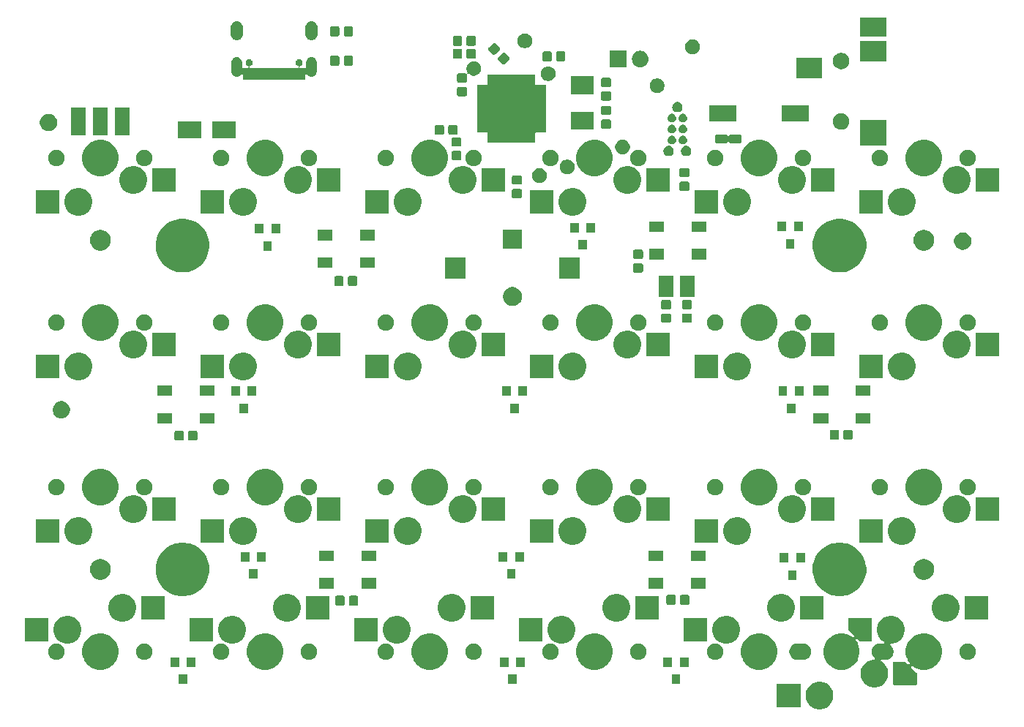
<source format=gbr>
G04 #@! TF.GenerationSoftware,KiCad,Pcbnew,(5.1.2)-2*
G04 #@! TF.CreationDate,2019-10-07T16:48:37+02:00*
G04 #@! TF.ProjectId,vitamins_included,76697461-6d69-46e7-935f-696e636c7564,rev?*
G04 #@! TF.SameCoordinates,Original*
G04 #@! TF.FileFunction,Soldermask,Bot*
G04 #@! TF.FilePolarity,Negative*
%FSLAX46Y46*%
G04 Gerber Fmt 4.6, Leading zero omitted, Abs format (unit mm)*
G04 Created by KiCad (PCBNEW (5.1.2)-2) date 2019-10-07 16:48:37*
%MOMM*%
%LPD*%
G04 APERTURE LIST*
%ADD10C,0.100000*%
G04 APERTURE END LIST*
D10*
G36*
X93151703Y-77541486D02*
G01*
X93442883Y-77662097D01*
X93704940Y-77837198D01*
X93927802Y-78060060D01*
X94102903Y-78322117D01*
X94223514Y-78613297D01*
X94285000Y-78922412D01*
X94285000Y-79237588D01*
X94223514Y-79546703D01*
X94102903Y-79837883D01*
X93927802Y-80099940D01*
X93704940Y-80322802D01*
X93442883Y-80497903D01*
X93151703Y-80618514D01*
X92842588Y-80680000D01*
X92527412Y-80680000D01*
X92218297Y-80618514D01*
X91927117Y-80497903D01*
X91665060Y-80322802D01*
X91442198Y-80099940D01*
X91267097Y-79837883D01*
X91146486Y-79546703D01*
X91085000Y-79237588D01*
X91085000Y-78922412D01*
X91146486Y-78613297D01*
X91267097Y-78322117D01*
X91442198Y-78060060D01*
X91665060Y-77837198D01*
X91927117Y-77662097D01*
X92218297Y-77541486D01*
X92527412Y-77480000D01*
X92842588Y-77480000D01*
X93151703Y-77541486D01*
X93151703Y-77541486D01*
G37*
G36*
X90510000Y-80430000D02*
G01*
X87760000Y-80430000D01*
X87760000Y-77730000D01*
X90510000Y-77730000D01*
X90510000Y-80430000D01*
X90510000Y-80430000D01*
G37*
G36*
X101406703Y-69921486D02*
G01*
X101697883Y-70042097D01*
X101959940Y-70217198D01*
X102182802Y-70440060D01*
X102357903Y-70702117D01*
X102478514Y-70993297D01*
X102540000Y-71302412D01*
X102540000Y-71617588D01*
X102478514Y-71926703D01*
X102357903Y-72217883D01*
X102182802Y-72479940D01*
X101959940Y-72702802D01*
X101697883Y-72877903D01*
X101406703Y-72998514D01*
X101097588Y-73060000D01*
X101010277Y-73060000D01*
X100985891Y-73062402D01*
X100962442Y-73069515D01*
X100940831Y-73081066D01*
X100921889Y-73096611D01*
X100906344Y-73115553D01*
X100894793Y-73137164D01*
X100887680Y-73160613D01*
X100885278Y-73184999D01*
X100887680Y-73209385D01*
X100894793Y-73232834D01*
X100906344Y-73254445D01*
X100921884Y-73273381D01*
X101042913Y-73394410D01*
X101146879Y-73550006D01*
X101218492Y-73722895D01*
X101255000Y-73906433D01*
X101255000Y-74093567D01*
X101218492Y-74277105D01*
X101146879Y-74449994D01*
X101042913Y-74605590D01*
X100910590Y-74737913D01*
X100754994Y-74841879D01*
X100582105Y-74913492D01*
X100554746Y-74918934D01*
X100398568Y-74950000D01*
X100211432Y-74950000D01*
X100145217Y-74936829D01*
X100027895Y-74913492D01*
X100027893Y-74913491D01*
X100020009Y-74911923D01*
X100011899Y-74909462D01*
X99987513Y-74907058D01*
X99963127Y-74909457D01*
X99955009Y-74911920D01*
X99930909Y-74916714D01*
X99883654Y-74926113D01*
X99860209Y-74933225D01*
X99838599Y-74944776D01*
X99819657Y-74960321D01*
X99804111Y-74979263D01*
X99792560Y-75000874D01*
X99785447Y-75024322D01*
X99783045Y-75048709D01*
X99785447Y-75073095D01*
X99792560Y-75096544D01*
X99804111Y-75118154D01*
X99819656Y-75137096D01*
X99838598Y-75152642D01*
X100054939Y-75297197D01*
X100277802Y-75520060D01*
X100452903Y-75782117D01*
X100573514Y-76073297D01*
X100635000Y-76382412D01*
X100635000Y-76697588D01*
X100573514Y-77006703D01*
X100452903Y-77297883D01*
X100277802Y-77559940D01*
X100054940Y-77782802D01*
X99792883Y-77957903D01*
X99501703Y-78078514D01*
X99192588Y-78140000D01*
X98877412Y-78140000D01*
X98568297Y-78078514D01*
X98277117Y-77957903D01*
X98015060Y-77782802D01*
X97792198Y-77559940D01*
X97617097Y-77297883D01*
X97496486Y-77006703D01*
X97435000Y-76697588D01*
X97435000Y-76382412D01*
X97496486Y-76073297D01*
X97617097Y-75782117D01*
X97792198Y-75520060D01*
X98015060Y-75297198D01*
X98277117Y-75122097D01*
X98568297Y-75001486D01*
X98877412Y-74940000D01*
X98964723Y-74940000D01*
X98989109Y-74937598D01*
X99012558Y-74930485D01*
X99034169Y-74918934D01*
X99053111Y-74903389D01*
X99068656Y-74884447D01*
X99080207Y-74862836D01*
X99087320Y-74839387D01*
X99089722Y-74815001D01*
X99087320Y-74790615D01*
X99080207Y-74767166D01*
X99068656Y-74745555D01*
X99053116Y-74726619D01*
X98932087Y-74605590D01*
X98828121Y-74449994D01*
X98756508Y-74277105D01*
X98720000Y-74093567D01*
X98720000Y-73906433D01*
X98756508Y-73722895D01*
X98828121Y-73550006D01*
X98932087Y-73394410D01*
X99064410Y-73262087D01*
X99220006Y-73158121D01*
X99392895Y-73086508D01*
X99514084Y-73062402D01*
X99576432Y-73050000D01*
X99763568Y-73050000D01*
X99825916Y-73062402D01*
X99947105Y-73086508D01*
X99947107Y-73086509D01*
X99954991Y-73088077D01*
X99963101Y-73090538D01*
X99987487Y-73092942D01*
X100011873Y-73090543D01*
X100019991Y-73088080D01*
X100055254Y-73081066D01*
X100091346Y-73073887D01*
X100114791Y-73066775D01*
X100136401Y-73055224D01*
X100155343Y-73039679D01*
X100170889Y-73020737D01*
X100182440Y-72999126D01*
X100189553Y-72975678D01*
X100191955Y-72951291D01*
X100189553Y-72926905D01*
X100182440Y-72903456D01*
X100170889Y-72881846D01*
X100155344Y-72862904D01*
X100136402Y-72847358D01*
X99920061Y-72702803D01*
X99697198Y-72479940D01*
X99522097Y-72217883D01*
X99401486Y-71926703D01*
X99340000Y-71617588D01*
X99340000Y-71302412D01*
X99401486Y-70993297D01*
X99522097Y-70702117D01*
X99697198Y-70440060D01*
X99920060Y-70217198D01*
X100182117Y-70042097D01*
X100473297Y-69921486D01*
X100782412Y-69860000D01*
X101097588Y-69860000D01*
X101406703Y-69921486D01*
X101406703Y-69921486D01*
G37*
G36*
X105362546Y-71980701D02*
G01*
X105731440Y-72133502D01*
X105744723Y-72139004D01*
X106088672Y-72368823D01*
X106381177Y-72661328D01*
X106606476Y-72998513D01*
X106610997Y-73005279D01*
X106769299Y-73387454D01*
X106850000Y-73793167D01*
X106850000Y-74206833D01*
X106769299Y-74612546D01*
X106656674Y-74884447D01*
X106610996Y-74994723D01*
X106381177Y-75338672D01*
X106088672Y-75631177D01*
X105744723Y-75860996D01*
X105744722Y-75860997D01*
X105744721Y-75860997D01*
X105362546Y-76019299D01*
X104956833Y-76100000D01*
X104543167Y-76100000D01*
X104137454Y-76019299D01*
X103755279Y-75860997D01*
X103755278Y-75860997D01*
X103755277Y-75860996D01*
X103474381Y-75673307D01*
X103452769Y-75661756D01*
X103429320Y-75654643D01*
X103404934Y-75652241D01*
X103380548Y-75654643D01*
X103357099Y-75661756D01*
X103335488Y-75673307D01*
X103316546Y-75688852D01*
X103301001Y-75707794D01*
X103289450Y-75729405D01*
X103282337Y-75752854D01*
X103279935Y-75777240D01*
X103282337Y-75801626D01*
X103289450Y-75825075D01*
X103301001Y-75846686D01*
X103317426Y-75866498D01*
X103926383Y-76463514D01*
X103942994Y-76483350D01*
X103952450Y-76500628D01*
X103958260Y-76519121D01*
X103958260Y-76519124D01*
X103958354Y-76519422D01*
X103960484Y-76540000D01*
X103960484Y-76540607D01*
X103961089Y-76546452D01*
X103961089Y-77783862D01*
X103958554Y-77809604D01*
X103952836Y-77828453D01*
X103943550Y-77845825D01*
X103931053Y-77861053D01*
X103915825Y-77873550D01*
X103898453Y-77882836D01*
X103879604Y-77888554D01*
X103853862Y-77891089D01*
X101316138Y-77891089D01*
X101290396Y-77888554D01*
X101271547Y-77882836D01*
X101254175Y-77873550D01*
X101238947Y-77861053D01*
X101226450Y-77845825D01*
X101217164Y-77828453D01*
X101211446Y-77809604D01*
X101208911Y-77783862D01*
X101208911Y-75296138D01*
X101211446Y-75270396D01*
X101217164Y-75251547D01*
X101226450Y-75234175D01*
X101238947Y-75218947D01*
X101254175Y-75206450D01*
X101271547Y-75197164D01*
X101290396Y-75191446D01*
X101316138Y-75188911D01*
X102578862Y-75188911D01*
X102604604Y-75191446D01*
X102623453Y-75197164D01*
X102641101Y-75206597D01*
X102659937Y-75221900D01*
X102901668Y-75458891D01*
X102920763Y-75474248D01*
X102942487Y-75485585D01*
X102966005Y-75492466D01*
X102990414Y-75494626D01*
X103014775Y-75491983D01*
X103038152Y-75484638D01*
X103059647Y-75472873D01*
X103078434Y-75457141D01*
X103093791Y-75438046D01*
X103105128Y-75416322D01*
X103112009Y-75392804D01*
X103114169Y-75368395D01*
X103111526Y-75344034D01*
X103104181Y-75320657D01*
X103093112Y-75300193D01*
X102889004Y-74994723D01*
X102843326Y-74884447D01*
X102730701Y-74612546D01*
X102650000Y-74206833D01*
X102650000Y-73793167D01*
X102730701Y-73387454D01*
X102889003Y-73005279D01*
X102893524Y-72998513D01*
X103118823Y-72661328D01*
X103411328Y-72368823D01*
X103755277Y-72139004D01*
X103768560Y-72133502D01*
X104137454Y-71980701D01*
X104543167Y-71900000D01*
X104956833Y-71900000D01*
X105362546Y-71980701D01*
X105362546Y-71980701D01*
G37*
G36*
X76576000Y-77757000D02*
G01*
X75576000Y-77757000D01*
X75576000Y-76657000D01*
X76576000Y-76657000D01*
X76576000Y-77757000D01*
X76576000Y-77757000D01*
G37*
G36*
X57653000Y-77757000D02*
G01*
X56653000Y-77757000D01*
X56653000Y-76657000D01*
X57653000Y-76657000D01*
X57653000Y-77757000D01*
X57653000Y-77757000D01*
G37*
G36*
X19553000Y-77757000D02*
G01*
X18553000Y-77757000D01*
X18553000Y-76657000D01*
X19553000Y-76657000D01*
X19553000Y-77757000D01*
X19553000Y-77757000D01*
G37*
G36*
X29162546Y-71980701D02*
G01*
X29531440Y-72133502D01*
X29544723Y-72139004D01*
X29888672Y-72368823D01*
X30181177Y-72661328D01*
X30406476Y-72998513D01*
X30410997Y-73005279D01*
X30569299Y-73387454D01*
X30650000Y-73793167D01*
X30650000Y-74206833D01*
X30569299Y-74612546D01*
X30456674Y-74884447D01*
X30410996Y-74994723D01*
X30181177Y-75338672D01*
X29888672Y-75631177D01*
X29544723Y-75860996D01*
X29544722Y-75860997D01*
X29544721Y-75860997D01*
X29162546Y-76019299D01*
X28756833Y-76100000D01*
X28343167Y-76100000D01*
X27937454Y-76019299D01*
X27555279Y-75860997D01*
X27555278Y-75860997D01*
X27555277Y-75860996D01*
X27211328Y-75631177D01*
X26918823Y-75338672D01*
X26689004Y-74994723D01*
X26643326Y-74884447D01*
X26530701Y-74612546D01*
X26450000Y-74206833D01*
X26450000Y-73793167D01*
X26530701Y-73387454D01*
X26689003Y-73005279D01*
X26693524Y-72998513D01*
X26918823Y-72661328D01*
X27211328Y-72368823D01*
X27555277Y-72139004D01*
X27568560Y-72133502D01*
X27937454Y-71980701D01*
X28343167Y-71900000D01*
X28756833Y-71900000D01*
X29162546Y-71980701D01*
X29162546Y-71980701D01*
G37*
G36*
X98684604Y-70111446D02*
G01*
X98703453Y-70117164D01*
X98720825Y-70126450D01*
X98736053Y-70138947D01*
X98748550Y-70154175D01*
X98757836Y-70171547D01*
X98763554Y-70190396D01*
X98766089Y-70216138D01*
X98766089Y-72703862D01*
X98763554Y-72729604D01*
X98757836Y-72748453D01*
X98748550Y-72765825D01*
X98736053Y-72781053D01*
X98720825Y-72793550D01*
X98703453Y-72802836D01*
X98684604Y-72808554D01*
X98658862Y-72811089D01*
X97396138Y-72811089D01*
X97370396Y-72808554D01*
X97351547Y-72802836D01*
X97333899Y-72793403D01*
X97315063Y-72778100D01*
X97073332Y-72541109D01*
X97054237Y-72525752D01*
X97032513Y-72514415D01*
X97008995Y-72507534D01*
X96984586Y-72505374D01*
X96960225Y-72508017D01*
X96936848Y-72515362D01*
X96915353Y-72527127D01*
X96896566Y-72542859D01*
X96881209Y-72561954D01*
X96869872Y-72583678D01*
X96862991Y-72607196D01*
X96860831Y-72631605D01*
X96863474Y-72655966D01*
X96870819Y-72679343D01*
X96881888Y-72699807D01*
X97081476Y-72998513D01*
X97085997Y-73005279D01*
X97244299Y-73387454D01*
X97325000Y-73793167D01*
X97325000Y-74206833D01*
X97244299Y-74612546D01*
X97131674Y-74884447D01*
X97085996Y-74994723D01*
X96856177Y-75338672D01*
X96563672Y-75631177D01*
X96219723Y-75860996D01*
X96219722Y-75860997D01*
X96219721Y-75860997D01*
X95837546Y-76019299D01*
X95431833Y-76100000D01*
X95018167Y-76100000D01*
X94612454Y-76019299D01*
X94230279Y-75860997D01*
X94230278Y-75860997D01*
X94230277Y-75860996D01*
X93886328Y-75631177D01*
X93593823Y-75338672D01*
X93364004Y-74994723D01*
X93318326Y-74884447D01*
X93205701Y-74612546D01*
X93125000Y-74206833D01*
X93125000Y-73793167D01*
X93205701Y-73387454D01*
X93364003Y-73005279D01*
X93368524Y-72998513D01*
X93593823Y-72661328D01*
X93886328Y-72368823D01*
X94230277Y-72139004D01*
X94243560Y-72133502D01*
X94612454Y-71980701D01*
X95018167Y-71900000D01*
X95431833Y-71900000D01*
X95837546Y-71980701D01*
X96206440Y-72133502D01*
X96219723Y-72139004D01*
X96337774Y-72217883D01*
X96500620Y-72326693D01*
X96522231Y-72338244D01*
X96545680Y-72345357D01*
X96570066Y-72347759D01*
X96594452Y-72345357D01*
X96617901Y-72338244D01*
X96639512Y-72326693D01*
X96658454Y-72311148D01*
X96673999Y-72292206D01*
X96685550Y-72270595D01*
X96692663Y-72247146D01*
X96695065Y-72222760D01*
X96692663Y-72198374D01*
X96685550Y-72174925D01*
X96673999Y-72153314D01*
X96657574Y-72133502D01*
X96048617Y-71536486D01*
X96032006Y-71516650D01*
X96022550Y-71499372D01*
X96016740Y-71480879D01*
X96016740Y-71480876D01*
X96016646Y-71480578D01*
X96014516Y-71460000D01*
X96014516Y-71459393D01*
X96013911Y-71453548D01*
X96013911Y-70216138D01*
X96016446Y-70190396D01*
X96022164Y-70171547D01*
X96031450Y-70154175D01*
X96043947Y-70138947D01*
X96059175Y-70126450D01*
X96076547Y-70117164D01*
X96095396Y-70111446D01*
X96121138Y-70108911D01*
X98658862Y-70108911D01*
X98684604Y-70111446D01*
X98684604Y-70111446D01*
G37*
G36*
X10112546Y-71980701D02*
G01*
X10481440Y-72133502D01*
X10494723Y-72139004D01*
X10838672Y-72368823D01*
X11131177Y-72661328D01*
X11356476Y-72998513D01*
X11360997Y-73005279D01*
X11519299Y-73387454D01*
X11600000Y-73793167D01*
X11600000Y-74206833D01*
X11519299Y-74612546D01*
X11406674Y-74884447D01*
X11360996Y-74994723D01*
X11131177Y-75338672D01*
X10838672Y-75631177D01*
X10494723Y-75860996D01*
X10494722Y-75860997D01*
X10494721Y-75860997D01*
X10112546Y-76019299D01*
X9706833Y-76100000D01*
X9293167Y-76100000D01*
X8887454Y-76019299D01*
X8505279Y-75860997D01*
X8505278Y-75860997D01*
X8505277Y-75860996D01*
X8161328Y-75631177D01*
X7868823Y-75338672D01*
X7639004Y-74994723D01*
X7593326Y-74884447D01*
X7480701Y-74612546D01*
X7400000Y-74206833D01*
X7400000Y-73793167D01*
X7480701Y-73387454D01*
X7639003Y-73005279D01*
X7643524Y-72998513D01*
X7868823Y-72661328D01*
X8161328Y-72368823D01*
X8505277Y-72139004D01*
X8518560Y-72133502D01*
X8887454Y-71980701D01*
X9293167Y-71900000D01*
X9706833Y-71900000D01*
X10112546Y-71980701D01*
X10112546Y-71980701D01*
G37*
G36*
X48212546Y-71980701D02*
G01*
X48581440Y-72133502D01*
X48594723Y-72139004D01*
X48938672Y-72368823D01*
X49231177Y-72661328D01*
X49456476Y-72998513D01*
X49460997Y-73005279D01*
X49619299Y-73387454D01*
X49700000Y-73793167D01*
X49700000Y-74206833D01*
X49619299Y-74612546D01*
X49506674Y-74884447D01*
X49460996Y-74994723D01*
X49231177Y-75338672D01*
X48938672Y-75631177D01*
X48594723Y-75860996D01*
X48594722Y-75860997D01*
X48594721Y-75860997D01*
X48212546Y-76019299D01*
X47806833Y-76100000D01*
X47393167Y-76100000D01*
X46987454Y-76019299D01*
X46605279Y-75860997D01*
X46605278Y-75860997D01*
X46605277Y-75860996D01*
X46261328Y-75631177D01*
X45968823Y-75338672D01*
X45739004Y-74994723D01*
X45693326Y-74884447D01*
X45580701Y-74612546D01*
X45500000Y-74206833D01*
X45500000Y-73793167D01*
X45580701Y-73387454D01*
X45739003Y-73005279D01*
X45743524Y-72998513D01*
X45968823Y-72661328D01*
X46261328Y-72368823D01*
X46605277Y-72139004D01*
X46618560Y-72133502D01*
X46987454Y-71980701D01*
X47393167Y-71900000D01*
X47806833Y-71900000D01*
X48212546Y-71980701D01*
X48212546Y-71980701D01*
G37*
G36*
X86312546Y-71980701D02*
G01*
X86681440Y-72133502D01*
X86694723Y-72139004D01*
X87038672Y-72368823D01*
X87331177Y-72661328D01*
X87556476Y-72998513D01*
X87560997Y-73005279D01*
X87719299Y-73387454D01*
X87800000Y-73793167D01*
X87800000Y-74206833D01*
X87719299Y-74612546D01*
X87606674Y-74884447D01*
X87560996Y-74994723D01*
X87331177Y-75338672D01*
X87038672Y-75631177D01*
X86694723Y-75860996D01*
X86694722Y-75860997D01*
X86694721Y-75860997D01*
X86312546Y-76019299D01*
X85906833Y-76100000D01*
X85493167Y-76100000D01*
X85087454Y-76019299D01*
X84705279Y-75860997D01*
X84705278Y-75860997D01*
X84705277Y-75860996D01*
X84361328Y-75631177D01*
X84068823Y-75338672D01*
X83839004Y-74994723D01*
X83793326Y-74884447D01*
X83680701Y-74612546D01*
X83600000Y-74206833D01*
X83600000Y-73793167D01*
X83680701Y-73387454D01*
X83839003Y-73005279D01*
X83843524Y-72998513D01*
X84068823Y-72661328D01*
X84361328Y-72368823D01*
X84705277Y-72139004D01*
X84718560Y-72133502D01*
X85087454Y-71980701D01*
X85493167Y-71900000D01*
X85906833Y-71900000D01*
X86312546Y-71980701D01*
X86312546Y-71980701D01*
G37*
G36*
X67262546Y-71980701D02*
G01*
X67631440Y-72133502D01*
X67644723Y-72139004D01*
X67988672Y-72368823D01*
X68281177Y-72661328D01*
X68506476Y-72998513D01*
X68510997Y-73005279D01*
X68669299Y-73387454D01*
X68750000Y-73793167D01*
X68750000Y-74206833D01*
X68669299Y-74612546D01*
X68556674Y-74884447D01*
X68510996Y-74994723D01*
X68281177Y-75338672D01*
X67988672Y-75631177D01*
X67644723Y-75860996D01*
X67644722Y-75860997D01*
X67644721Y-75860997D01*
X67262546Y-76019299D01*
X66856833Y-76100000D01*
X66443167Y-76100000D01*
X66037454Y-76019299D01*
X65655279Y-75860997D01*
X65655278Y-75860997D01*
X65655277Y-75860996D01*
X65311328Y-75631177D01*
X65018823Y-75338672D01*
X64789004Y-74994723D01*
X64743326Y-74884447D01*
X64630701Y-74612546D01*
X64550000Y-74206833D01*
X64550000Y-73793167D01*
X64630701Y-73387454D01*
X64789003Y-73005279D01*
X64793524Y-72998513D01*
X65018823Y-72661328D01*
X65311328Y-72368823D01*
X65655277Y-72139004D01*
X65668560Y-72133502D01*
X66037454Y-71980701D01*
X66443167Y-71900000D01*
X66856833Y-71900000D01*
X67262546Y-71980701D01*
X67262546Y-71980701D01*
G37*
G36*
X77526000Y-75757000D02*
G01*
X76526000Y-75757000D01*
X76526000Y-74657000D01*
X77526000Y-74657000D01*
X77526000Y-75757000D01*
X77526000Y-75757000D01*
G37*
G36*
X75626000Y-75757000D02*
G01*
X74626000Y-75757000D01*
X74626000Y-74657000D01*
X75626000Y-74657000D01*
X75626000Y-75757000D01*
X75626000Y-75757000D01*
G37*
G36*
X58603000Y-75757000D02*
G01*
X57603000Y-75757000D01*
X57603000Y-74657000D01*
X58603000Y-74657000D01*
X58603000Y-75757000D01*
X58603000Y-75757000D01*
G37*
G36*
X56703000Y-75757000D02*
G01*
X55703000Y-75757000D01*
X55703000Y-74657000D01*
X56703000Y-74657000D01*
X56703000Y-75757000D01*
X56703000Y-75757000D01*
G37*
G36*
X18603000Y-75757000D02*
G01*
X17603000Y-75757000D01*
X17603000Y-74657000D01*
X18603000Y-74657000D01*
X18603000Y-75757000D01*
X18603000Y-75757000D01*
G37*
G36*
X20503000Y-75757000D02*
G01*
X19503000Y-75757000D01*
X19503000Y-74657000D01*
X20503000Y-74657000D01*
X20503000Y-75757000D01*
X20503000Y-75757000D01*
G37*
G36*
X42675916Y-73062402D02*
G01*
X42797105Y-73086508D01*
X42969994Y-73158121D01*
X43125590Y-73262087D01*
X43257913Y-73394410D01*
X43361879Y-73550006D01*
X43433492Y-73722895D01*
X43470000Y-73906433D01*
X43470000Y-74093567D01*
X43433492Y-74277105D01*
X43361879Y-74449994D01*
X43257913Y-74605590D01*
X43125590Y-74737913D01*
X42969994Y-74841879D01*
X42797105Y-74913492D01*
X42769746Y-74918934D01*
X42613568Y-74950000D01*
X42426432Y-74950000D01*
X42270254Y-74918934D01*
X42242895Y-74913492D01*
X42070006Y-74841879D01*
X41914410Y-74737913D01*
X41782087Y-74605590D01*
X41678121Y-74449994D01*
X41606508Y-74277105D01*
X41570000Y-74093567D01*
X41570000Y-73906433D01*
X41606508Y-73722895D01*
X41678121Y-73550006D01*
X41782087Y-73394410D01*
X41914410Y-73262087D01*
X42070006Y-73158121D01*
X42242895Y-73086508D01*
X42364084Y-73062402D01*
X42426432Y-73050000D01*
X42613568Y-73050000D01*
X42675916Y-73062402D01*
X42675916Y-73062402D01*
G37*
G36*
X23625916Y-73062402D02*
G01*
X23747105Y-73086508D01*
X23919994Y-73158121D01*
X24075590Y-73262087D01*
X24207913Y-73394410D01*
X24311879Y-73550006D01*
X24383492Y-73722895D01*
X24420000Y-73906433D01*
X24420000Y-74093567D01*
X24383492Y-74277105D01*
X24311879Y-74449994D01*
X24207913Y-74605590D01*
X24075590Y-74737913D01*
X23919994Y-74841879D01*
X23747105Y-74913492D01*
X23719746Y-74918934D01*
X23563568Y-74950000D01*
X23376432Y-74950000D01*
X23220254Y-74918934D01*
X23192895Y-74913492D01*
X23020006Y-74841879D01*
X22864410Y-74737913D01*
X22732087Y-74605590D01*
X22628121Y-74449994D01*
X22556508Y-74277105D01*
X22520000Y-74093567D01*
X22520000Y-73906433D01*
X22556508Y-73722895D01*
X22628121Y-73550006D01*
X22732087Y-73394410D01*
X22864410Y-73262087D01*
X23020006Y-73158121D01*
X23192895Y-73086508D01*
X23314084Y-73062402D01*
X23376432Y-73050000D01*
X23563568Y-73050000D01*
X23625916Y-73062402D01*
X23625916Y-73062402D01*
G37*
G36*
X61725916Y-73062402D02*
G01*
X61847105Y-73086508D01*
X62019994Y-73158121D01*
X62175590Y-73262087D01*
X62307913Y-73394410D01*
X62411879Y-73550006D01*
X62483492Y-73722895D01*
X62520000Y-73906433D01*
X62520000Y-74093567D01*
X62483492Y-74277105D01*
X62411879Y-74449994D01*
X62307913Y-74605590D01*
X62175590Y-74737913D01*
X62019994Y-74841879D01*
X61847105Y-74913492D01*
X61819746Y-74918934D01*
X61663568Y-74950000D01*
X61476432Y-74950000D01*
X61320254Y-74918934D01*
X61292895Y-74913492D01*
X61120006Y-74841879D01*
X60964410Y-74737913D01*
X60832087Y-74605590D01*
X60728121Y-74449994D01*
X60656508Y-74277105D01*
X60620000Y-74093567D01*
X60620000Y-73906433D01*
X60656508Y-73722895D01*
X60728121Y-73550006D01*
X60832087Y-73394410D01*
X60964410Y-73262087D01*
X61120006Y-73158121D01*
X61292895Y-73086508D01*
X61414084Y-73062402D01*
X61476432Y-73050000D01*
X61663568Y-73050000D01*
X61725916Y-73062402D01*
X61725916Y-73062402D01*
G37*
G36*
X52835916Y-73062402D02*
G01*
X52957105Y-73086508D01*
X53129994Y-73158121D01*
X53285590Y-73262087D01*
X53417913Y-73394410D01*
X53521879Y-73550006D01*
X53593492Y-73722895D01*
X53630000Y-73906433D01*
X53630000Y-74093567D01*
X53593492Y-74277105D01*
X53521879Y-74449994D01*
X53417913Y-74605590D01*
X53285590Y-74737913D01*
X53129994Y-74841879D01*
X52957105Y-74913492D01*
X52929746Y-74918934D01*
X52773568Y-74950000D01*
X52586432Y-74950000D01*
X52430254Y-74918934D01*
X52402895Y-74913492D01*
X52230006Y-74841879D01*
X52074410Y-74737913D01*
X51942087Y-74605590D01*
X51838121Y-74449994D01*
X51766508Y-74277105D01*
X51730000Y-74093567D01*
X51730000Y-73906433D01*
X51766508Y-73722895D01*
X51838121Y-73550006D01*
X51942087Y-73394410D01*
X52074410Y-73262087D01*
X52230006Y-73158121D01*
X52402895Y-73086508D01*
X52524084Y-73062402D01*
X52586432Y-73050000D01*
X52773568Y-73050000D01*
X52835916Y-73062402D01*
X52835916Y-73062402D01*
G37*
G36*
X71885916Y-73062402D02*
G01*
X72007105Y-73086508D01*
X72179994Y-73158121D01*
X72335590Y-73262087D01*
X72467913Y-73394410D01*
X72571879Y-73550006D01*
X72643492Y-73722895D01*
X72680000Y-73906433D01*
X72680000Y-74093567D01*
X72643492Y-74277105D01*
X72571879Y-74449994D01*
X72467913Y-74605590D01*
X72335590Y-74737913D01*
X72179994Y-74841879D01*
X72007105Y-74913492D01*
X71979746Y-74918934D01*
X71823568Y-74950000D01*
X71636432Y-74950000D01*
X71480254Y-74918934D01*
X71452895Y-74913492D01*
X71280006Y-74841879D01*
X71124410Y-74737913D01*
X70992087Y-74605590D01*
X70888121Y-74449994D01*
X70816508Y-74277105D01*
X70780000Y-74093567D01*
X70780000Y-73906433D01*
X70816508Y-73722895D01*
X70888121Y-73550006D01*
X70992087Y-73394410D01*
X71124410Y-73262087D01*
X71280006Y-73158121D01*
X71452895Y-73086508D01*
X71574084Y-73062402D01*
X71636432Y-73050000D01*
X71823568Y-73050000D01*
X71885916Y-73062402D01*
X71885916Y-73062402D01*
G37*
G36*
X80775916Y-73062402D02*
G01*
X80897105Y-73086508D01*
X81069994Y-73158121D01*
X81225590Y-73262087D01*
X81357913Y-73394410D01*
X81461879Y-73550006D01*
X81533492Y-73722895D01*
X81570000Y-73906433D01*
X81570000Y-74093567D01*
X81533492Y-74277105D01*
X81461879Y-74449994D01*
X81357913Y-74605590D01*
X81225590Y-74737913D01*
X81069994Y-74841879D01*
X80897105Y-74913492D01*
X80869746Y-74918934D01*
X80713568Y-74950000D01*
X80526432Y-74950000D01*
X80370254Y-74918934D01*
X80342895Y-74913492D01*
X80170006Y-74841879D01*
X80014410Y-74737913D01*
X79882087Y-74605590D01*
X79778121Y-74449994D01*
X79706508Y-74277105D01*
X79670000Y-74093567D01*
X79670000Y-73906433D01*
X79706508Y-73722895D01*
X79778121Y-73550006D01*
X79882087Y-73394410D01*
X80014410Y-73262087D01*
X80170006Y-73158121D01*
X80342895Y-73086508D01*
X80464084Y-73062402D01*
X80526432Y-73050000D01*
X80713568Y-73050000D01*
X80775916Y-73062402D01*
X80775916Y-73062402D01*
G37*
G36*
X90300916Y-73062402D02*
G01*
X90422105Y-73086508D01*
X90422107Y-73086509D01*
X90429991Y-73088077D01*
X90438101Y-73090538D01*
X90462487Y-73092942D01*
X90486873Y-73090543D01*
X90494991Y-73088080D01*
X90686432Y-73050000D01*
X90873568Y-73050000D01*
X90935916Y-73062402D01*
X91057105Y-73086508D01*
X91229994Y-73158121D01*
X91385590Y-73262087D01*
X91517913Y-73394410D01*
X91621879Y-73550006D01*
X91693492Y-73722895D01*
X91730000Y-73906433D01*
X91730000Y-74093567D01*
X91693492Y-74277105D01*
X91621879Y-74449994D01*
X91517913Y-74605590D01*
X91385590Y-74737913D01*
X91229994Y-74841879D01*
X91057105Y-74913492D01*
X91029746Y-74918934D01*
X90873568Y-74950000D01*
X90686432Y-74950000D01*
X90620217Y-74936829D01*
X90502895Y-74913492D01*
X90502893Y-74913491D01*
X90495009Y-74911923D01*
X90486899Y-74909462D01*
X90462513Y-74907058D01*
X90438127Y-74909457D01*
X90430009Y-74911920D01*
X90238568Y-74950000D01*
X90051432Y-74950000D01*
X89895254Y-74918934D01*
X89867895Y-74913492D01*
X89695006Y-74841879D01*
X89539410Y-74737913D01*
X89407087Y-74605590D01*
X89303121Y-74449994D01*
X89231508Y-74277105D01*
X89195000Y-74093567D01*
X89195000Y-73906433D01*
X89231508Y-73722895D01*
X89303121Y-73550006D01*
X89407087Y-73394410D01*
X89539410Y-73262087D01*
X89695006Y-73158121D01*
X89867895Y-73086508D01*
X89989084Y-73062402D01*
X90051432Y-73050000D01*
X90238568Y-73050000D01*
X90300916Y-73062402D01*
X90300916Y-73062402D01*
G37*
G36*
X33785916Y-73062402D02*
G01*
X33907105Y-73086508D01*
X34079994Y-73158121D01*
X34235590Y-73262087D01*
X34367913Y-73394410D01*
X34471879Y-73550006D01*
X34543492Y-73722895D01*
X34580000Y-73906433D01*
X34580000Y-74093567D01*
X34543492Y-74277105D01*
X34471879Y-74449994D01*
X34367913Y-74605590D01*
X34235590Y-74737913D01*
X34079994Y-74841879D01*
X33907105Y-74913492D01*
X33879746Y-74918934D01*
X33723568Y-74950000D01*
X33536432Y-74950000D01*
X33380254Y-74918934D01*
X33352895Y-74913492D01*
X33180006Y-74841879D01*
X33024410Y-74737913D01*
X32892087Y-74605590D01*
X32788121Y-74449994D01*
X32716508Y-74277105D01*
X32680000Y-74093567D01*
X32680000Y-73906433D01*
X32716508Y-73722895D01*
X32788121Y-73550006D01*
X32892087Y-73394410D01*
X33024410Y-73262087D01*
X33180006Y-73158121D01*
X33352895Y-73086508D01*
X33474084Y-73062402D01*
X33536432Y-73050000D01*
X33723568Y-73050000D01*
X33785916Y-73062402D01*
X33785916Y-73062402D01*
G37*
G36*
X4575916Y-73062402D02*
G01*
X4697105Y-73086508D01*
X4869994Y-73158121D01*
X5025590Y-73262087D01*
X5157913Y-73394410D01*
X5261879Y-73550006D01*
X5333492Y-73722895D01*
X5370000Y-73906433D01*
X5370000Y-74093567D01*
X5333492Y-74277105D01*
X5261879Y-74449994D01*
X5157913Y-74605590D01*
X5025590Y-74737913D01*
X4869994Y-74841879D01*
X4697105Y-74913492D01*
X4669746Y-74918934D01*
X4513568Y-74950000D01*
X4326432Y-74950000D01*
X4170254Y-74918934D01*
X4142895Y-74913492D01*
X3970006Y-74841879D01*
X3814410Y-74737913D01*
X3682087Y-74605590D01*
X3578121Y-74449994D01*
X3506508Y-74277105D01*
X3470000Y-74093567D01*
X3470000Y-73906433D01*
X3506508Y-73722895D01*
X3578121Y-73550006D01*
X3682087Y-73394410D01*
X3814410Y-73262087D01*
X3970006Y-73158121D01*
X4142895Y-73086508D01*
X4264084Y-73062402D01*
X4326432Y-73050000D01*
X4513568Y-73050000D01*
X4575916Y-73062402D01*
X4575916Y-73062402D01*
G37*
G36*
X14735916Y-73062402D02*
G01*
X14857105Y-73086508D01*
X15029994Y-73158121D01*
X15185590Y-73262087D01*
X15317913Y-73394410D01*
X15421879Y-73550006D01*
X15493492Y-73722895D01*
X15530000Y-73906433D01*
X15530000Y-74093567D01*
X15493492Y-74277105D01*
X15421879Y-74449994D01*
X15317913Y-74605590D01*
X15185590Y-74737913D01*
X15029994Y-74841879D01*
X14857105Y-74913492D01*
X14829746Y-74918934D01*
X14673568Y-74950000D01*
X14486432Y-74950000D01*
X14330254Y-74918934D01*
X14302895Y-74913492D01*
X14130006Y-74841879D01*
X13974410Y-74737913D01*
X13842087Y-74605590D01*
X13738121Y-74449994D01*
X13666508Y-74277105D01*
X13630000Y-74093567D01*
X13630000Y-73906433D01*
X13666508Y-73722895D01*
X13738121Y-73550006D01*
X13842087Y-73394410D01*
X13974410Y-73262087D01*
X14130006Y-73158121D01*
X14302895Y-73086508D01*
X14424084Y-73062402D01*
X14486432Y-73050000D01*
X14673568Y-73050000D01*
X14735916Y-73062402D01*
X14735916Y-73062402D01*
G37*
G36*
X109985916Y-73062402D02*
G01*
X110107105Y-73086508D01*
X110279994Y-73158121D01*
X110435590Y-73262087D01*
X110567913Y-73394410D01*
X110671879Y-73550006D01*
X110743492Y-73722895D01*
X110780000Y-73906433D01*
X110780000Y-74093567D01*
X110743492Y-74277105D01*
X110671879Y-74449994D01*
X110567913Y-74605590D01*
X110435590Y-74737913D01*
X110279994Y-74841879D01*
X110107105Y-74913492D01*
X110079746Y-74918934D01*
X109923568Y-74950000D01*
X109736432Y-74950000D01*
X109580254Y-74918934D01*
X109552895Y-74913492D01*
X109380006Y-74841879D01*
X109224410Y-74737913D01*
X109092087Y-74605590D01*
X108988121Y-74449994D01*
X108916508Y-74277105D01*
X108880000Y-74093567D01*
X108880000Y-73906433D01*
X108916508Y-73722895D01*
X108988121Y-73550006D01*
X109092087Y-73394410D01*
X109224410Y-73262087D01*
X109380006Y-73158121D01*
X109552895Y-73086508D01*
X109674084Y-73062402D01*
X109736432Y-73050000D01*
X109923568Y-73050000D01*
X109985916Y-73062402D01*
X109985916Y-73062402D01*
G37*
G36*
X6156703Y-69921486D02*
G01*
X6447883Y-70042097D01*
X6709940Y-70217198D01*
X6932802Y-70440060D01*
X7107903Y-70702117D01*
X7228514Y-70993297D01*
X7290000Y-71302412D01*
X7290000Y-71617588D01*
X7228514Y-71926703D01*
X7107903Y-72217883D01*
X6932802Y-72479940D01*
X6709940Y-72702802D01*
X6447883Y-72877903D01*
X6156703Y-72998514D01*
X5847588Y-73060000D01*
X5532412Y-73060000D01*
X5223297Y-72998514D01*
X4932117Y-72877903D01*
X4670060Y-72702802D01*
X4447198Y-72479940D01*
X4272097Y-72217883D01*
X4151486Y-71926703D01*
X4090000Y-71617588D01*
X4090000Y-71302412D01*
X4151486Y-70993297D01*
X4272097Y-70702117D01*
X4447198Y-70440060D01*
X4670060Y-70217198D01*
X4932117Y-70042097D01*
X5223297Y-69921486D01*
X5532412Y-69860000D01*
X5847588Y-69860000D01*
X6156703Y-69921486D01*
X6156703Y-69921486D01*
G37*
G36*
X82356703Y-69921486D02*
G01*
X82647883Y-70042097D01*
X82909940Y-70217198D01*
X83132802Y-70440060D01*
X83307903Y-70702117D01*
X83428514Y-70993297D01*
X83490000Y-71302412D01*
X83490000Y-71617588D01*
X83428514Y-71926703D01*
X83307903Y-72217883D01*
X83132802Y-72479940D01*
X82909940Y-72702802D01*
X82647883Y-72877903D01*
X82356703Y-72998514D01*
X82047588Y-73060000D01*
X81732412Y-73060000D01*
X81423297Y-72998514D01*
X81132117Y-72877903D01*
X80870060Y-72702802D01*
X80647198Y-72479940D01*
X80472097Y-72217883D01*
X80351486Y-71926703D01*
X80290000Y-71617588D01*
X80290000Y-71302412D01*
X80351486Y-70993297D01*
X80472097Y-70702117D01*
X80647198Y-70440060D01*
X80870060Y-70217198D01*
X81132117Y-70042097D01*
X81423297Y-69921486D01*
X81732412Y-69860000D01*
X82047588Y-69860000D01*
X82356703Y-69921486D01*
X82356703Y-69921486D01*
G37*
G36*
X44256703Y-69921486D02*
G01*
X44547883Y-70042097D01*
X44809940Y-70217198D01*
X45032802Y-70440060D01*
X45207903Y-70702117D01*
X45328514Y-70993297D01*
X45390000Y-71302412D01*
X45390000Y-71617588D01*
X45328514Y-71926703D01*
X45207903Y-72217883D01*
X45032802Y-72479940D01*
X44809940Y-72702802D01*
X44547883Y-72877903D01*
X44256703Y-72998514D01*
X43947588Y-73060000D01*
X43632412Y-73060000D01*
X43323297Y-72998514D01*
X43032117Y-72877903D01*
X42770060Y-72702802D01*
X42547198Y-72479940D01*
X42372097Y-72217883D01*
X42251486Y-71926703D01*
X42190000Y-71617588D01*
X42190000Y-71302412D01*
X42251486Y-70993297D01*
X42372097Y-70702117D01*
X42547198Y-70440060D01*
X42770060Y-70217198D01*
X43032117Y-70042097D01*
X43323297Y-69921486D01*
X43632412Y-69860000D01*
X43947588Y-69860000D01*
X44256703Y-69921486D01*
X44256703Y-69921486D01*
G37*
G36*
X25206703Y-69921486D02*
G01*
X25497883Y-70042097D01*
X25759940Y-70217198D01*
X25982802Y-70440060D01*
X26157903Y-70702117D01*
X26278514Y-70993297D01*
X26340000Y-71302412D01*
X26340000Y-71617588D01*
X26278514Y-71926703D01*
X26157903Y-72217883D01*
X25982802Y-72479940D01*
X25759940Y-72702802D01*
X25497883Y-72877903D01*
X25206703Y-72998514D01*
X24897588Y-73060000D01*
X24582412Y-73060000D01*
X24273297Y-72998514D01*
X23982117Y-72877903D01*
X23720060Y-72702802D01*
X23497198Y-72479940D01*
X23322097Y-72217883D01*
X23201486Y-71926703D01*
X23140000Y-71617588D01*
X23140000Y-71302412D01*
X23201486Y-70993297D01*
X23322097Y-70702117D01*
X23497198Y-70440060D01*
X23720060Y-70217198D01*
X23982117Y-70042097D01*
X24273297Y-69921486D01*
X24582412Y-69860000D01*
X24897588Y-69860000D01*
X25206703Y-69921486D01*
X25206703Y-69921486D01*
G37*
G36*
X63306703Y-69921486D02*
G01*
X63597883Y-70042097D01*
X63859940Y-70217198D01*
X64082802Y-70440060D01*
X64257903Y-70702117D01*
X64378514Y-70993297D01*
X64440000Y-71302412D01*
X64440000Y-71617588D01*
X64378514Y-71926703D01*
X64257903Y-72217883D01*
X64082802Y-72479940D01*
X63859940Y-72702802D01*
X63597883Y-72877903D01*
X63306703Y-72998514D01*
X62997588Y-73060000D01*
X62682412Y-73060000D01*
X62373297Y-72998514D01*
X62082117Y-72877903D01*
X61820060Y-72702802D01*
X61597198Y-72479940D01*
X61422097Y-72217883D01*
X61301486Y-71926703D01*
X61240000Y-71617588D01*
X61240000Y-71302412D01*
X61301486Y-70993297D01*
X61422097Y-70702117D01*
X61597198Y-70440060D01*
X61820060Y-70217198D01*
X62082117Y-70042097D01*
X62373297Y-69921486D01*
X62682412Y-69860000D01*
X62997588Y-69860000D01*
X63306703Y-69921486D01*
X63306703Y-69921486D01*
G37*
G36*
X60665000Y-72810000D02*
G01*
X57915000Y-72810000D01*
X57915000Y-70110000D01*
X60665000Y-70110000D01*
X60665000Y-72810000D01*
X60665000Y-72810000D01*
G37*
G36*
X3515000Y-72810000D02*
G01*
X765000Y-72810000D01*
X765000Y-70110000D01*
X3515000Y-70110000D01*
X3515000Y-72810000D01*
X3515000Y-72810000D01*
G37*
G36*
X79715000Y-72810000D02*
G01*
X76965000Y-72810000D01*
X76965000Y-70110000D01*
X79715000Y-70110000D01*
X79715000Y-72810000D01*
X79715000Y-72810000D01*
G37*
G36*
X41615000Y-72810000D02*
G01*
X38865000Y-72810000D01*
X38865000Y-70110000D01*
X41615000Y-70110000D01*
X41615000Y-72810000D01*
X41615000Y-72810000D01*
G37*
G36*
X22565000Y-72810000D02*
G01*
X19815000Y-72810000D01*
X19815000Y-70110000D01*
X22565000Y-70110000D01*
X22565000Y-72810000D01*
X22565000Y-72810000D01*
G37*
G36*
X12506703Y-67381486D02*
G01*
X12797883Y-67502097D01*
X13059940Y-67677198D01*
X13282802Y-67900060D01*
X13457903Y-68162117D01*
X13578514Y-68453297D01*
X13640000Y-68762412D01*
X13640000Y-69077588D01*
X13578514Y-69386703D01*
X13457903Y-69677883D01*
X13282802Y-69939940D01*
X13059940Y-70162802D01*
X12797883Y-70337903D01*
X12506703Y-70458514D01*
X12197588Y-70520000D01*
X11882412Y-70520000D01*
X11573297Y-70458514D01*
X11282117Y-70337903D01*
X11020060Y-70162802D01*
X10797198Y-69939940D01*
X10622097Y-69677883D01*
X10501486Y-69386703D01*
X10440000Y-69077588D01*
X10440000Y-68762412D01*
X10501486Y-68453297D01*
X10622097Y-68162117D01*
X10797198Y-67900060D01*
X11020060Y-67677198D01*
X11282117Y-67502097D01*
X11573297Y-67381486D01*
X11882412Y-67320000D01*
X12197588Y-67320000D01*
X12506703Y-67381486D01*
X12506703Y-67381486D01*
G37*
G36*
X88706703Y-67381486D02*
G01*
X88997883Y-67502097D01*
X89259940Y-67677198D01*
X89482802Y-67900060D01*
X89657903Y-68162117D01*
X89778514Y-68453297D01*
X89840000Y-68762412D01*
X89840000Y-69077588D01*
X89778514Y-69386703D01*
X89657903Y-69677883D01*
X89482802Y-69939940D01*
X89259940Y-70162802D01*
X88997883Y-70337903D01*
X88706703Y-70458514D01*
X88397588Y-70520000D01*
X88082412Y-70520000D01*
X87773297Y-70458514D01*
X87482117Y-70337903D01*
X87220060Y-70162802D01*
X86997198Y-69939940D01*
X86822097Y-69677883D01*
X86701486Y-69386703D01*
X86640000Y-69077588D01*
X86640000Y-68762412D01*
X86701486Y-68453297D01*
X86822097Y-68162117D01*
X86997198Y-67900060D01*
X87220060Y-67677198D01*
X87482117Y-67502097D01*
X87773297Y-67381486D01*
X88082412Y-67320000D01*
X88397588Y-67320000D01*
X88706703Y-67381486D01*
X88706703Y-67381486D01*
G37*
G36*
X69656703Y-67381486D02*
G01*
X69947883Y-67502097D01*
X70209940Y-67677198D01*
X70432802Y-67900060D01*
X70607903Y-68162117D01*
X70728514Y-68453297D01*
X70790000Y-68762412D01*
X70790000Y-69077588D01*
X70728514Y-69386703D01*
X70607903Y-69677883D01*
X70432802Y-69939940D01*
X70209940Y-70162802D01*
X69947883Y-70337903D01*
X69656703Y-70458514D01*
X69347588Y-70520000D01*
X69032412Y-70520000D01*
X68723297Y-70458514D01*
X68432117Y-70337903D01*
X68170060Y-70162802D01*
X67947198Y-69939940D01*
X67772097Y-69677883D01*
X67651486Y-69386703D01*
X67590000Y-69077588D01*
X67590000Y-68762412D01*
X67651486Y-68453297D01*
X67772097Y-68162117D01*
X67947198Y-67900060D01*
X68170060Y-67677198D01*
X68432117Y-67502097D01*
X68723297Y-67381486D01*
X69032412Y-67320000D01*
X69347588Y-67320000D01*
X69656703Y-67381486D01*
X69656703Y-67381486D01*
G37*
G36*
X31556703Y-67381486D02*
G01*
X31847883Y-67502097D01*
X32109940Y-67677198D01*
X32332802Y-67900060D01*
X32507903Y-68162117D01*
X32628514Y-68453297D01*
X32690000Y-68762412D01*
X32690000Y-69077588D01*
X32628514Y-69386703D01*
X32507903Y-69677883D01*
X32332802Y-69939940D01*
X32109940Y-70162802D01*
X31847883Y-70337903D01*
X31556703Y-70458514D01*
X31247588Y-70520000D01*
X30932412Y-70520000D01*
X30623297Y-70458514D01*
X30332117Y-70337903D01*
X30070060Y-70162802D01*
X29847198Y-69939940D01*
X29672097Y-69677883D01*
X29551486Y-69386703D01*
X29490000Y-69077588D01*
X29490000Y-68762412D01*
X29551486Y-68453297D01*
X29672097Y-68162117D01*
X29847198Y-67900060D01*
X30070060Y-67677198D01*
X30332117Y-67502097D01*
X30623297Y-67381486D01*
X30932412Y-67320000D01*
X31247588Y-67320000D01*
X31556703Y-67381486D01*
X31556703Y-67381486D01*
G37*
G36*
X107756703Y-67381486D02*
G01*
X108047883Y-67502097D01*
X108309940Y-67677198D01*
X108532802Y-67900060D01*
X108707903Y-68162117D01*
X108828514Y-68453297D01*
X108890000Y-68762412D01*
X108890000Y-69077588D01*
X108828514Y-69386703D01*
X108707903Y-69677883D01*
X108532802Y-69939940D01*
X108309940Y-70162802D01*
X108047883Y-70337903D01*
X107756703Y-70458514D01*
X107447588Y-70520000D01*
X107132412Y-70520000D01*
X106823297Y-70458514D01*
X106532117Y-70337903D01*
X106270060Y-70162802D01*
X106047198Y-69939940D01*
X105872097Y-69677883D01*
X105751486Y-69386703D01*
X105690000Y-69077588D01*
X105690000Y-68762412D01*
X105751486Y-68453297D01*
X105872097Y-68162117D01*
X106047198Y-67900060D01*
X106270060Y-67677198D01*
X106532117Y-67502097D01*
X106823297Y-67381486D01*
X107132412Y-67320000D01*
X107447588Y-67320000D01*
X107756703Y-67381486D01*
X107756703Y-67381486D01*
G37*
G36*
X50606703Y-67381486D02*
G01*
X50897883Y-67502097D01*
X51159940Y-67677198D01*
X51382802Y-67900060D01*
X51557903Y-68162117D01*
X51678514Y-68453297D01*
X51740000Y-68762412D01*
X51740000Y-69077588D01*
X51678514Y-69386703D01*
X51557903Y-69677883D01*
X51382802Y-69939940D01*
X51159940Y-70162802D01*
X50897883Y-70337903D01*
X50606703Y-70458514D01*
X50297588Y-70520000D01*
X49982412Y-70520000D01*
X49673297Y-70458514D01*
X49382117Y-70337903D01*
X49120060Y-70162802D01*
X48897198Y-69939940D01*
X48722097Y-69677883D01*
X48601486Y-69386703D01*
X48540000Y-69077588D01*
X48540000Y-68762412D01*
X48601486Y-68453297D01*
X48722097Y-68162117D01*
X48897198Y-67900060D01*
X49120060Y-67677198D01*
X49382117Y-67502097D01*
X49673297Y-67381486D01*
X49982412Y-67320000D01*
X50297588Y-67320000D01*
X50606703Y-67381486D01*
X50606703Y-67381486D01*
G37*
G36*
X93165000Y-70270000D02*
G01*
X90415000Y-70270000D01*
X90415000Y-67570000D01*
X93165000Y-67570000D01*
X93165000Y-70270000D01*
X93165000Y-70270000D01*
G37*
G36*
X16965000Y-70270000D02*
G01*
X14215000Y-70270000D01*
X14215000Y-67570000D01*
X16965000Y-67570000D01*
X16965000Y-70270000D01*
X16965000Y-70270000D01*
G37*
G36*
X36015000Y-70270000D02*
G01*
X33265000Y-70270000D01*
X33265000Y-67570000D01*
X36015000Y-67570000D01*
X36015000Y-70270000D01*
X36015000Y-70270000D01*
G37*
G36*
X55065000Y-70270000D02*
G01*
X52315000Y-70270000D01*
X52315000Y-67570000D01*
X55065000Y-67570000D01*
X55065000Y-70270000D01*
X55065000Y-70270000D01*
G37*
G36*
X74115000Y-70270000D02*
G01*
X71365000Y-70270000D01*
X71365000Y-67570000D01*
X74115000Y-67570000D01*
X74115000Y-70270000D01*
X74115000Y-70270000D01*
G37*
G36*
X112215000Y-70270000D02*
G01*
X109465000Y-70270000D01*
X109465000Y-67570000D01*
X112215000Y-67570000D01*
X112215000Y-70270000D01*
X112215000Y-70270000D01*
G37*
G36*
X39158867Y-67529556D02*
G01*
X39197448Y-67541259D01*
X39233001Y-67560263D01*
X39264163Y-67585837D01*
X39289737Y-67616999D01*
X39308741Y-67652552D01*
X39320444Y-67691133D01*
X39325000Y-67737390D01*
X39325000Y-68462610D01*
X39320444Y-68508867D01*
X39308741Y-68547448D01*
X39289737Y-68583001D01*
X39264163Y-68614163D01*
X39233001Y-68639737D01*
X39197448Y-68658741D01*
X39158867Y-68670444D01*
X39112610Y-68675000D01*
X38462390Y-68675000D01*
X38416133Y-68670444D01*
X38377552Y-68658741D01*
X38341999Y-68639737D01*
X38310837Y-68614163D01*
X38285263Y-68583001D01*
X38266259Y-68547448D01*
X38254556Y-68508867D01*
X38250000Y-68462610D01*
X38250000Y-67737390D01*
X38254556Y-67691133D01*
X38266259Y-67652552D01*
X38285263Y-67616999D01*
X38310837Y-67585837D01*
X38341999Y-67560263D01*
X38377552Y-67541259D01*
X38416133Y-67529556D01*
X38462390Y-67525000D01*
X39112610Y-67525000D01*
X39158867Y-67529556D01*
X39158867Y-67529556D01*
G37*
G36*
X37583867Y-67529556D02*
G01*
X37622448Y-67541259D01*
X37658001Y-67560263D01*
X37689163Y-67585837D01*
X37714737Y-67616999D01*
X37733741Y-67652552D01*
X37745444Y-67691133D01*
X37750000Y-67737390D01*
X37750000Y-68462610D01*
X37745444Y-68508867D01*
X37733741Y-68547448D01*
X37714737Y-68583001D01*
X37689163Y-68614163D01*
X37658001Y-68639737D01*
X37622448Y-68658741D01*
X37583867Y-68670444D01*
X37537610Y-68675000D01*
X36887390Y-68675000D01*
X36841133Y-68670444D01*
X36802552Y-68658741D01*
X36766999Y-68639737D01*
X36735837Y-68614163D01*
X36710263Y-68583001D01*
X36691259Y-68547448D01*
X36679556Y-68508867D01*
X36675000Y-68462610D01*
X36675000Y-67737390D01*
X36679556Y-67691133D01*
X36691259Y-67652552D01*
X36710263Y-67616999D01*
X36735837Y-67585837D01*
X36766999Y-67560263D01*
X36802552Y-67541259D01*
X36841133Y-67529556D01*
X36887390Y-67525000D01*
X37537610Y-67525000D01*
X37583867Y-67529556D01*
X37583867Y-67529556D01*
G37*
G36*
X75883867Y-67429556D02*
G01*
X75922448Y-67441259D01*
X75958001Y-67460263D01*
X75989163Y-67485837D01*
X76014737Y-67516999D01*
X76033741Y-67552552D01*
X76045444Y-67591133D01*
X76050000Y-67637390D01*
X76050000Y-68362610D01*
X76045444Y-68408867D01*
X76033741Y-68447448D01*
X76014737Y-68483001D01*
X75989163Y-68514163D01*
X75958001Y-68539737D01*
X75922448Y-68558741D01*
X75883867Y-68570444D01*
X75837610Y-68575000D01*
X75187390Y-68575000D01*
X75141133Y-68570444D01*
X75102552Y-68558741D01*
X75066999Y-68539737D01*
X75035837Y-68514163D01*
X75010263Y-68483001D01*
X74991259Y-68447448D01*
X74979556Y-68408867D01*
X74975000Y-68362610D01*
X74975000Y-67637390D01*
X74979556Y-67591133D01*
X74991259Y-67552552D01*
X75010263Y-67516999D01*
X75035837Y-67485837D01*
X75066999Y-67460263D01*
X75102552Y-67441259D01*
X75141133Y-67429556D01*
X75187390Y-67425000D01*
X75837610Y-67425000D01*
X75883867Y-67429556D01*
X75883867Y-67429556D01*
G37*
G36*
X77458867Y-67429556D02*
G01*
X77497448Y-67441259D01*
X77533001Y-67460263D01*
X77564163Y-67485837D01*
X77589737Y-67516999D01*
X77608741Y-67552552D01*
X77620444Y-67591133D01*
X77625000Y-67637390D01*
X77625000Y-68362610D01*
X77620444Y-68408867D01*
X77608741Y-68447448D01*
X77589737Y-68483001D01*
X77564163Y-68514163D01*
X77533001Y-68539737D01*
X77497448Y-68558741D01*
X77458867Y-68570444D01*
X77412610Y-68575000D01*
X76762390Y-68575000D01*
X76716133Y-68570444D01*
X76677552Y-68558741D01*
X76641999Y-68539737D01*
X76610837Y-68514163D01*
X76585263Y-68483001D01*
X76566259Y-68447448D01*
X76554556Y-68408867D01*
X76550000Y-68362610D01*
X76550000Y-67637390D01*
X76554556Y-67591133D01*
X76566259Y-67552552D01*
X76585263Y-67516999D01*
X76610837Y-67485837D01*
X76641999Y-67460263D01*
X76677552Y-67441259D01*
X76716133Y-67429556D01*
X76762390Y-67425000D01*
X77412610Y-67425000D01*
X77458867Y-67429556D01*
X77458867Y-67429556D01*
G37*
G36*
X19604780Y-61459566D02*
G01*
X19904237Y-61519131D01*
X20468401Y-61752815D01*
X20976135Y-62092072D01*
X21407928Y-62523865D01*
X21747185Y-63031599D01*
X21980869Y-63595763D01*
X22003601Y-63710045D01*
X22086136Y-64124974D01*
X22100000Y-64194677D01*
X22100000Y-64805323D01*
X21980869Y-65404237D01*
X21747185Y-65968401D01*
X21407928Y-66476135D01*
X20976135Y-66907928D01*
X20468401Y-67247185D01*
X19904237Y-67480869D01*
X19659470Y-67529556D01*
X19305325Y-67600000D01*
X18694675Y-67600000D01*
X18340530Y-67529556D01*
X18095763Y-67480869D01*
X17531599Y-67247185D01*
X17023865Y-66907928D01*
X16592072Y-66476135D01*
X16252815Y-65968401D01*
X16019131Y-65404237D01*
X15900000Y-64805323D01*
X15900000Y-64194677D01*
X15913865Y-64124974D01*
X15996399Y-63710045D01*
X16019131Y-63595763D01*
X16252815Y-63031599D01*
X16592072Y-62523865D01*
X17023865Y-62092072D01*
X17531599Y-61752815D01*
X18095763Y-61519131D01*
X18395220Y-61459566D01*
X18694675Y-61400000D01*
X19305325Y-61400000D01*
X19604780Y-61459566D01*
X19604780Y-61459566D01*
G37*
G36*
X95604780Y-61459566D02*
G01*
X95904237Y-61519131D01*
X96468401Y-61752815D01*
X96976135Y-62092072D01*
X97407928Y-62523865D01*
X97747185Y-63031599D01*
X97980869Y-63595763D01*
X98003601Y-63710045D01*
X98086136Y-64124974D01*
X98100000Y-64194677D01*
X98100000Y-64805323D01*
X97980869Y-65404237D01*
X97747185Y-65968401D01*
X97407928Y-66476135D01*
X96976135Y-66907928D01*
X96468401Y-67247185D01*
X95904237Y-67480869D01*
X95659470Y-67529556D01*
X95305325Y-67600000D01*
X94694675Y-67600000D01*
X94340530Y-67529556D01*
X94095763Y-67480869D01*
X93531599Y-67247185D01*
X93023865Y-66907928D01*
X92592072Y-66476135D01*
X92252815Y-65968401D01*
X92019131Y-65404237D01*
X91900000Y-64805323D01*
X91900000Y-64194677D01*
X91913865Y-64124974D01*
X91996399Y-63710045D01*
X92019131Y-63595763D01*
X92252815Y-63031599D01*
X92592072Y-62523865D01*
X93023865Y-62092072D01*
X93531599Y-61752815D01*
X94095763Y-61519131D01*
X94395220Y-61459566D01*
X94694675Y-61400000D01*
X95305325Y-61400000D01*
X95604780Y-61459566D01*
X95604780Y-61459566D01*
G37*
G36*
X74600000Y-66700000D02*
G01*
X72900000Y-66700000D01*
X72900000Y-65500000D01*
X74600000Y-65500000D01*
X74600000Y-66700000D01*
X74600000Y-66700000D01*
G37*
G36*
X41400000Y-66700000D02*
G01*
X39700000Y-66700000D01*
X39700000Y-65500000D01*
X41400000Y-65500000D01*
X41400000Y-66700000D01*
X41400000Y-66700000D01*
G37*
G36*
X79500000Y-66700000D02*
G01*
X77800000Y-66700000D01*
X77800000Y-65500000D01*
X79500000Y-65500000D01*
X79500000Y-66700000D01*
X79500000Y-66700000D01*
G37*
G36*
X36500000Y-66700000D02*
G01*
X34800000Y-66700000D01*
X34800000Y-65500000D01*
X36500000Y-65500000D01*
X36500000Y-66700000D01*
X36500000Y-66700000D01*
G37*
G36*
X90038000Y-65692000D02*
G01*
X89038000Y-65692000D01*
X89038000Y-64592000D01*
X90038000Y-64592000D01*
X90038000Y-65692000D01*
X90038000Y-65692000D01*
G37*
G36*
X9850026Y-63321115D02*
G01*
X10068411Y-63411573D01*
X10068413Y-63411574D01*
X10200752Y-63500000D01*
X10264955Y-63542899D01*
X10432101Y-63710045D01*
X10563427Y-63906589D01*
X10653885Y-64124974D01*
X10700000Y-64356809D01*
X10700000Y-64593191D01*
X10653885Y-64825026D01*
X10563427Y-65043411D01*
X10563426Y-65043413D01*
X10432101Y-65239955D01*
X10264955Y-65407101D01*
X10068413Y-65538426D01*
X10068412Y-65538427D01*
X10068411Y-65538427D01*
X9850026Y-65628885D01*
X9618191Y-65675000D01*
X9381809Y-65675000D01*
X9149974Y-65628885D01*
X8931589Y-65538427D01*
X8931588Y-65538427D01*
X8931587Y-65538426D01*
X8735045Y-65407101D01*
X8567899Y-65239955D01*
X8436574Y-65043413D01*
X8436573Y-65043411D01*
X8346115Y-64825026D01*
X8300000Y-64593191D01*
X8300000Y-64356809D01*
X8346115Y-64124974D01*
X8436573Y-63906589D01*
X8567899Y-63710045D01*
X8735045Y-63542899D01*
X8799248Y-63500000D01*
X8931587Y-63411574D01*
X8931589Y-63411573D01*
X9149974Y-63321115D01*
X9381809Y-63275000D01*
X9618191Y-63275000D01*
X9850026Y-63321115D01*
X9850026Y-63321115D01*
G37*
G36*
X105100026Y-63321115D02*
G01*
X105318411Y-63411573D01*
X105318413Y-63411574D01*
X105450752Y-63500000D01*
X105514955Y-63542899D01*
X105682101Y-63710045D01*
X105813427Y-63906589D01*
X105903885Y-64124974D01*
X105950000Y-64356809D01*
X105950000Y-64593191D01*
X105903885Y-64825026D01*
X105813427Y-65043411D01*
X105813426Y-65043413D01*
X105682101Y-65239955D01*
X105514955Y-65407101D01*
X105318413Y-65538426D01*
X105318412Y-65538427D01*
X105318411Y-65538427D01*
X105100026Y-65628885D01*
X104868191Y-65675000D01*
X104631809Y-65675000D01*
X104399974Y-65628885D01*
X104181589Y-65538427D01*
X104181588Y-65538427D01*
X104181587Y-65538426D01*
X103985045Y-65407101D01*
X103817899Y-65239955D01*
X103686574Y-65043413D01*
X103686573Y-65043411D01*
X103596115Y-64825026D01*
X103550000Y-64593191D01*
X103550000Y-64356809D01*
X103596115Y-64124974D01*
X103686573Y-63906589D01*
X103817899Y-63710045D01*
X103985045Y-63542899D01*
X104049248Y-63500000D01*
X104181587Y-63411574D01*
X104181589Y-63411573D01*
X104399974Y-63321115D01*
X104631809Y-63275000D01*
X104868191Y-63275000D01*
X105100026Y-63321115D01*
X105100026Y-63321115D01*
G37*
G36*
X27681000Y-65565000D02*
G01*
X26681000Y-65565000D01*
X26681000Y-64465000D01*
X27681000Y-64465000D01*
X27681000Y-65565000D01*
X27681000Y-65565000D01*
G37*
G36*
X57526000Y-65565000D02*
G01*
X56526000Y-65565000D01*
X56526000Y-64465000D01*
X57526000Y-64465000D01*
X57526000Y-65565000D01*
X57526000Y-65565000D01*
G37*
G36*
X89088000Y-63692000D02*
G01*
X88088000Y-63692000D01*
X88088000Y-62592000D01*
X89088000Y-62592000D01*
X89088000Y-63692000D01*
X89088000Y-63692000D01*
G37*
G36*
X90988000Y-63692000D02*
G01*
X89988000Y-63692000D01*
X89988000Y-62592000D01*
X90988000Y-62592000D01*
X90988000Y-63692000D01*
X90988000Y-63692000D01*
G37*
G36*
X26731000Y-63565000D02*
G01*
X25731000Y-63565000D01*
X25731000Y-62465000D01*
X26731000Y-62465000D01*
X26731000Y-63565000D01*
X26731000Y-63565000D01*
G37*
G36*
X58476000Y-63565000D02*
G01*
X57476000Y-63565000D01*
X57476000Y-62465000D01*
X58476000Y-62465000D01*
X58476000Y-63565000D01*
X58476000Y-63565000D01*
G37*
G36*
X56576000Y-63565000D02*
G01*
X55576000Y-63565000D01*
X55576000Y-62465000D01*
X56576000Y-62465000D01*
X56576000Y-63565000D01*
X56576000Y-63565000D01*
G37*
G36*
X28631000Y-63565000D02*
G01*
X27631000Y-63565000D01*
X27631000Y-62465000D01*
X28631000Y-62465000D01*
X28631000Y-63565000D01*
X28631000Y-63565000D01*
G37*
G36*
X74600000Y-63500000D02*
G01*
X72900000Y-63500000D01*
X72900000Y-62300000D01*
X74600000Y-62300000D01*
X74600000Y-63500000D01*
X74600000Y-63500000D01*
G37*
G36*
X36500000Y-63500000D02*
G01*
X34800000Y-63500000D01*
X34800000Y-62300000D01*
X36500000Y-62300000D01*
X36500000Y-63500000D01*
X36500000Y-63500000D01*
G37*
G36*
X79500000Y-63500000D02*
G01*
X77800000Y-63500000D01*
X77800000Y-62300000D01*
X79500000Y-62300000D01*
X79500000Y-63500000D01*
X79500000Y-63500000D01*
G37*
G36*
X41400000Y-63500000D02*
G01*
X39700000Y-63500000D01*
X39700000Y-62300000D01*
X41400000Y-62300000D01*
X41400000Y-63500000D01*
X41400000Y-63500000D01*
G37*
G36*
X64576703Y-58491486D02*
G01*
X64867883Y-58612097D01*
X65129940Y-58787198D01*
X65352802Y-59010060D01*
X65527903Y-59272117D01*
X65648514Y-59563297D01*
X65710000Y-59872412D01*
X65710000Y-60187588D01*
X65648514Y-60496703D01*
X65527903Y-60787883D01*
X65352802Y-61049940D01*
X65129940Y-61272802D01*
X64867883Y-61447903D01*
X64576703Y-61568514D01*
X64267588Y-61630000D01*
X63952412Y-61630000D01*
X63643297Y-61568514D01*
X63352117Y-61447903D01*
X63090060Y-61272802D01*
X62867198Y-61049940D01*
X62692097Y-60787883D01*
X62571486Y-60496703D01*
X62510000Y-60187588D01*
X62510000Y-59872412D01*
X62571486Y-59563297D01*
X62692097Y-59272117D01*
X62867198Y-59010060D01*
X63090060Y-58787198D01*
X63352117Y-58612097D01*
X63643297Y-58491486D01*
X63952412Y-58430000D01*
X64267588Y-58430000D01*
X64576703Y-58491486D01*
X64576703Y-58491486D01*
G37*
G36*
X45526703Y-58491486D02*
G01*
X45817883Y-58612097D01*
X46079940Y-58787198D01*
X46302802Y-59010060D01*
X46477903Y-59272117D01*
X46598514Y-59563297D01*
X46660000Y-59872412D01*
X46660000Y-60187588D01*
X46598514Y-60496703D01*
X46477903Y-60787883D01*
X46302802Y-61049940D01*
X46079940Y-61272802D01*
X45817883Y-61447903D01*
X45526703Y-61568514D01*
X45217588Y-61630000D01*
X44902412Y-61630000D01*
X44593297Y-61568514D01*
X44302117Y-61447903D01*
X44040060Y-61272802D01*
X43817198Y-61049940D01*
X43642097Y-60787883D01*
X43521486Y-60496703D01*
X43460000Y-60187588D01*
X43460000Y-59872412D01*
X43521486Y-59563297D01*
X43642097Y-59272117D01*
X43817198Y-59010060D01*
X44040060Y-58787198D01*
X44302117Y-58612097D01*
X44593297Y-58491486D01*
X44902412Y-58430000D01*
X45217588Y-58430000D01*
X45526703Y-58491486D01*
X45526703Y-58491486D01*
G37*
G36*
X102676703Y-58491486D02*
G01*
X102967883Y-58612097D01*
X103229940Y-58787198D01*
X103452802Y-59010060D01*
X103627903Y-59272117D01*
X103748514Y-59563297D01*
X103810000Y-59872412D01*
X103810000Y-60187588D01*
X103748514Y-60496703D01*
X103627903Y-60787883D01*
X103452802Y-61049940D01*
X103229940Y-61272802D01*
X102967883Y-61447903D01*
X102676703Y-61568514D01*
X102367588Y-61630000D01*
X102052412Y-61630000D01*
X101743297Y-61568514D01*
X101452117Y-61447903D01*
X101190060Y-61272802D01*
X100967198Y-61049940D01*
X100792097Y-60787883D01*
X100671486Y-60496703D01*
X100610000Y-60187588D01*
X100610000Y-59872412D01*
X100671486Y-59563297D01*
X100792097Y-59272117D01*
X100967198Y-59010060D01*
X101190060Y-58787198D01*
X101452117Y-58612097D01*
X101743297Y-58491486D01*
X102052412Y-58430000D01*
X102367588Y-58430000D01*
X102676703Y-58491486D01*
X102676703Y-58491486D01*
G37*
G36*
X26476703Y-58491486D02*
G01*
X26767883Y-58612097D01*
X27029940Y-58787198D01*
X27252802Y-59010060D01*
X27427903Y-59272117D01*
X27548514Y-59563297D01*
X27610000Y-59872412D01*
X27610000Y-60187588D01*
X27548514Y-60496703D01*
X27427903Y-60787883D01*
X27252802Y-61049940D01*
X27029940Y-61272802D01*
X26767883Y-61447903D01*
X26476703Y-61568514D01*
X26167588Y-61630000D01*
X25852412Y-61630000D01*
X25543297Y-61568514D01*
X25252117Y-61447903D01*
X24990060Y-61272802D01*
X24767198Y-61049940D01*
X24592097Y-60787883D01*
X24471486Y-60496703D01*
X24410000Y-60187588D01*
X24410000Y-59872412D01*
X24471486Y-59563297D01*
X24592097Y-59272117D01*
X24767198Y-59010060D01*
X24990060Y-58787198D01*
X25252117Y-58612097D01*
X25543297Y-58491486D01*
X25852412Y-58430000D01*
X26167588Y-58430000D01*
X26476703Y-58491486D01*
X26476703Y-58491486D01*
G37*
G36*
X83626703Y-58491486D02*
G01*
X83917883Y-58612097D01*
X84179940Y-58787198D01*
X84402802Y-59010060D01*
X84577903Y-59272117D01*
X84698514Y-59563297D01*
X84760000Y-59872412D01*
X84760000Y-60187588D01*
X84698514Y-60496703D01*
X84577903Y-60787883D01*
X84402802Y-61049940D01*
X84179940Y-61272802D01*
X83917883Y-61447903D01*
X83626703Y-61568514D01*
X83317588Y-61630000D01*
X83002412Y-61630000D01*
X82693297Y-61568514D01*
X82402117Y-61447903D01*
X82140060Y-61272802D01*
X81917198Y-61049940D01*
X81742097Y-60787883D01*
X81621486Y-60496703D01*
X81560000Y-60187588D01*
X81560000Y-59872412D01*
X81621486Y-59563297D01*
X81742097Y-59272117D01*
X81917198Y-59010060D01*
X82140060Y-58787198D01*
X82402117Y-58612097D01*
X82693297Y-58491486D01*
X83002412Y-58430000D01*
X83317588Y-58430000D01*
X83626703Y-58491486D01*
X83626703Y-58491486D01*
G37*
G36*
X7426703Y-58491486D02*
G01*
X7717883Y-58612097D01*
X7979940Y-58787198D01*
X8202802Y-59010060D01*
X8377903Y-59272117D01*
X8498514Y-59563297D01*
X8560000Y-59872412D01*
X8560000Y-60187588D01*
X8498514Y-60496703D01*
X8377903Y-60787883D01*
X8202802Y-61049940D01*
X7979940Y-61272802D01*
X7717883Y-61447903D01*
X7426703Y-61568514D01*
X7117588Y-61630000D01*
X6802412Y-61630000D01*
X6493297Y-61568514D01*
X6202117Y-61447903D01*
X5940060Y-61272802D01*
X5717198Y-61049940D01*
X5542097Y-60787883D01*
X5421486Y-60496703D01*
X5360000Y-60187588D01*
X5360000Y-59872412D01*
X5421486Y-59563297D01*
X5542097Y-59272117D01*
X5717198Y-59010060D01*
X5940060Y-58787198D01*
X6202117Y-58612097D01*
X6493297Y-58491486D01*
X6802412Y-58430000D01*
X7117588Y-58430000D01*
X7426703Y-58491486D01*
X7426703Y-58491486D01*
G37*
G36*
X80985000Y-61380000D02*
G01*
X78235000Y-61380000D01*
X78235000Y-58680000D01*
X80985000Y-58680000D01*
X80985000Y-61380000D01*
X80985000Y-61380000D01*
G37*
G36*
X23835000Y-61380000D02*
G01*
X21085000Y-61380000D01*
X21085000Y-58680000D01*
X23835000Y-58680000D01*
X23835000Y-61380000D01*
X23835000Y-61380000D01*
G37*
G36*
X4785000Y-61380000D02*
G01*
X2035000Y-61380000D01*
X2035000Y-58680000D01*
X4785000Y-58680000D01*
X4785000Y-61380000D01*
X4785000Y-61380000D01*
G37*
G36*
X42885000Y-61380000D02*
G01*
X40135000Y-61380000D01*
X40135000Y-58680000D01*
X42885000Y-58680000D01*
X42885000Y-61380000D01*
X42885000Y-61380000D01*
G37*
G36*
X61935000Y-61380000D02*
G01*
X59185000Y-61380000D01*
X59185000Y-58680000D01*
X61935000Y-58680000D01*
X61935000Y-61380000D01*
X61935000Y-61380000D01*
G37*
G36*
X100035000Y-61380000D02*
G01*
X97285000Y-61380000D01*
X97285000Y-58680000D01*
X100035000Y-58680000D01*
X100035000Y-61380000D01*
X100035000Y-61380000D01*
G37*
G36*
X32826703Y-55951486D02*
G01*
X33117883Y-56072097D01*
X33379940Y-56247198D01*
X33602802Y-56470060D01*
X33777903Y-56732117D01*
X33898514Y-57023297D01*
X33960000Y-57332412D01*
X33960000Y-57647588D01*
X33898514Y-57956703D01*
X33777903Y-58247883D01*
X33602802Y-58509940D01*
X33379940Y-58732802D01*
X33117883Y-58907903D01*
X32826703Y-59028514D01*
X32517588Y-59090000D01*
X32202412Y-59090000D01*
X31893297Y-59028514D01*
X31602117Y-58907903D01*
X31340060Y-58732802D01*
X31117198Y-58509940D01*
X30942097Y-58247883D01*
X30821486Y-57956703D01*
X30760000Y-57647588D01*
X30760000Y-57332412D01*
X30821486Y-57023297D01*
X30942097Y-56732117D01*
X31117198Y-56470060D01*
X31340060Y-56247198D01*
X31602117Y-56072097D01*
X31893297Y-55951486D01*
X32202412Y-55890000D01*
X32517588Y-55890000D01*
X32826703Y-55951486D01*
X32826703Y-55951486D01*
G37*
G36*
X89976703Y-55951486D02*
G01*
X90267883Y-56072097D01*
X90529940Y-56247198D01*
X90752802Y-56470060D01*
X90927903Y-56732117D01*
X91048514Y-57023297D01*
X91110000Y-57332412D01*
X91110000Y-57647588D01*
X91048514Y-57956703D01*
X90927903Y-58247883D01*
X90752802Y-58509940D01*
X90529940Y-58732802D01*
X90267883Y-58907903D01*
X89976703Y-59028514D01*
X89667588Y-59090000D01*
X89352412Y-59090000D01*
X89043297Y-59028514D01*
X88752117Y-58907903D01*
X88490060Y-58732802D01*
X88267198Y-58509940D01*
X88092097Y-58247883D01*
X87971486Y-57956703D01*
X87910000Y-57647588D01*
X87910000Y-57332412D01*
X87971486Y-57023297D01*
X88092097Y-56732117D01*
X88267198Y-56470060D01*
X88490060Y-56247198D01*
X88752117Y-56072097D01*
X89043297Y-55951486D01*
X89352412Y-55890000D01*
X89667588Y-55890000D01*
X89976703Y-55951486D01*
X89976703Y-55951486D01*
G37*
G36*
X51876703Y-55951486D02*
G01*
X52167883Y-56072097D01*
X52429940Y-56247198D01*
X52652802Y-56470060D01*
X52827903Y-56732117D01*
X52948514Y-57023297D01*
X53010000Y-57332412D01*
X53010000Y-57647588D01*
X52948514Y-57956703D01*
X52827903Y-58247883D01*
X52652802Y-58509940D01*
X52429940Y-58732802D01*
X52167883Y-58907903D01*
X51876703Y-59028514D01*
X51567588Y-59090000D01*
X51252412Y-59090000D01*
X50943297Y-59028514D01*
X50652117Y-58907903D01*
X50390060Y-58732802D01*
X50167198Y-58509940D01*
X49992097Y-58247883D01*
X49871486Y-57956703D01*
X49810000Y-57647588D01*
X49810000Y-57332412D01*
X49871486Y-57023297D01*
X49992097Y-56732117D01*
X50167198Y-56470060D01*
X50390060Y-56247198D01*
X50652117Y-56072097D01*
X50943297Y-55951486D01*
X51252412Y-55890000D01*
X51567588Y-55890000D01*
X51876703Y-55951486D01*
X51876703Y-55951486D01*
G37*
G36*
X70926703Y-55951486D02*
G01*
X71217883Y-56072097D01*
X71479940Y-56247198D01*
X71702802Y-56470060D01*
X71877903Y-56732117D01*
X71998514Y-57023297D01*
X72060000Y-57332412D01*
X72060000Y-57647588D01*
X71998514Y-57956703D01*
X71877903Y-58247883D01*
X71702802Y-58509940D01*
X71479940Y-58732802D01*
X71217883Y-58907903D01*
X70926703Y-59028514D01*
X70617588Y-59090000D01*
X70302412Y-59090000D01*
X69993297Y-59028514D01*
X69702117Y-58907903D01*
X69440060Y-58732802D01*
X69217198Y-58509940D01*
X69042097Y-58247883D01*
X68921486Y-57956703D01*
X68860000Y-57647588D01*
X68860000Y-57332412D01*
X68921486Y-57023297D01*
X69042097Y-56732117D01*
X69217198Y-56470060D01*
X69440060Y-56247198D01*
X69702117Y-56072097D01*
X69993297Y-55951486D01*
X70302412Y-55890000D01*
X70617588Y-55890000D01*
X70926703Y-55951486D01*
X70926703Y-55951486D01*
G37*
G36*
X109026703Y-55951486D02*
G01*
X109317883Y-56072097D01*
X109579940Y-56247198D01*
X109802802Y-56470060D01*
X109977903Y-56732117D01*
X110098514Y-57023297D01*
X110160000Y-57332412D01*
X110160000Y-57647588D01*
X110098514Y-57956703D01*
X109977903Y-58247883D01*
X109802802Y-58509940D01*
X109579940Y-58732802D01*
X109317883Y-58907903D01*
X109026703Y-59028514D01*
X108717588Y-59090000D01*
X108402412Y-59090000D01*
X108093297Y-59028514D01*
X107802117Y-58907903D01*
X107540060Y-58732802D01*
X107317198Y-58509940D01*
X107142097Y-58247883D01*
X107021486Y-57956703D01*
X106960000Y-57647588D01*
X106960000Y-57332412D01*
X107021486Y-57023297D01*
X107142097Y-56732117D01*
X107317198Y-56470060D01*
X107540060Y-56247198D01*
X107802117Y-56072097D01*
X108093297Y-55951486D01*
X108402412Y-55890000D01*
X108717588Y-55890000D01*
X109026703Y-55951486D01*
X109026703Y-55951486D01*
G37*
G36*
X13776703Y-55951486D02*
G01*
X14067883Y-56072097D01*
X14329940Y-56247198D01*
X14552802Y-56470060D01*
X14727903Y-56732117D01*
X14848514Y-57023297D01*
X14910000Y-57332412D01*
X14910000Y-57647588D01*
X14848514Y-57956703D01*
X14727903Y-58247883D01*
X14552802Y-58509940D01*
X14329940Y-58732802D01*
X14067883Y-58907903D01*
X13776703Y-59028514D01*
X13467588Y-59090000D01*
X13152412Y-59090000D01*
X12843297Y-59028514D01*
X12552117Y-58907903D01*
X12290060Y-58732802D01*
X12067198Y-58509940D01*
X11892097Y-58247883D01*
X11771486Y-57956703D01*
X11710000Y-57647588D01*
X11710000Y-57332412D01*
X11771486Y-57023297D01*
X11892097Y-56732117D01*
X12067198Y-56470060D01*
X12290060Y-56247198D01*
X12552117Y-56072097D01*
X12843297Y-55951486D01*
X13152412Y-55890000D01*
X13467588Y-55890000D01*
X13776703Y-55951486D01*
X13776703Y-55951486D01*
G37*
G36*
X75385000Y-58840000D02*
G01*
X72635000Y-58840000D01*
X72635000Y-56140000D01*
X75385000Y-56140000D01*
X75385000Y-58840000D01*
X75385000Y-58840000D01*
G37*
G36*
X18235000Y-58840000D02*
G01*
X15485000Y-58840000D01*
X15485000Y-56140000D01*
X18235000Y-56140000D01*
X18235000Y-58840000D01*
X18235000Y-58840000D01*
G37*
G36*
X113485000Y-58840000D02*
G01*
X110735000Y-58840000D01*
X110735000Y-56140000D01*
X113485000Y-56140000D01*
X113485000Y-58840000D01*
X113485000Y-58840000D01*
G37*
G36*
X37285000Y-58840000D02*
G01*
X34535000Y-58840000D01*
X34535000Y-56140000D01*
X37285000Y-56140000D01*
X37285000Y-58840000D01*
X37285000Y-58840000D01*
G37*
G36*
X56335000Y-58840000D02*
G01*
X53585000Y-58840000D01*
X53585000Y-56140000D01*
X56335000Y-56140000D01*
X56335000Y-58840000D01*
X56335000Y-58840000D01*
G37*
G36*
X94435000Y-58840000D02*
G01*
X91685000Y-58840000D01*
X91685000Y-56140000D01*
X94435000Y-56140000D01*
X94435000Y-58840000D01*
X94435000Y-58840000D01*
G37*
G36*
X67262546Y-52930701D02*
G01*
X67644721Y-53089003D01*
X67644723Y-53089004D01*
X67988672Y-53318823D01*
X68281177Y-53611328D01*
X68510996Y-53955277D01*
X68510997Y-53955279D01*
X68669299Y-54337454D01*
X68750000Y-54743167D01*
X68750000Y-55156833D01*
X68669299Y-55562546D01*
X68617370Y-55687913D01*
X68510996Y-55944723D01*
X68281177Y-56288672D01*
X67988672Y-56581177D01*
X67644723Y-56810996D01*
X67644722Y-56810997D01*
X67644721Y-56810997D01*
X67262546Y-56969299D01*
X66856833Y-57050000D01*
X66443167Y-57050000D01*
X66037454Y-56969299D01*
X65655279Y-56810997D01*
X65655278Y-56810997D01*
X65655277Y-56810996D01*
X65311328Y-56581177D01*
X65018823Y-56288672D01*
X64789004Y-55944723D01*
X64682630Y-55687913D01*
X64630701Y-55562546D01*
X64550000Y-55156833D01*
X64550000Y-54743167D01*
X64630701Y-54337454D01*
X64789003Y-53955279D01*
X64789004Y-53955277D01*
X65018823Y-53611328D01*
X65311328Y-53318823D01*
X65655277Y-53089004D01*
X65655279Y-53089003D01*
X66037454Y-52930701D01*
X66443167Y-52850000D01*
X66856833Y-52850000D01*
X67262546Y-52930701D01*
X67262546Y-52930701D01*
G37*
G36*
X10112546Y-52930701D02*
G01*
X10494721Y-53089003D01*
X10494723Y-53089004D01*
X10838672Y-53318823D01*
X11131177Y-53611328D01*
X11360996Y-53955277D01*
X11360997Y-53955279D01*
X11519299Y-54337454D01*
X11600000Y-54743167D01*
X11600000Y-55156833D01*
X11519299Y-55562546D01*
X11467370Y-55687913D01*
X11360996Y-55944723D01*
X11131177Y-56288672D01*
X10838672Y-56581177D01*
X10494723Y-56810996D01*
X10494722Y-56810997D01*
X10494721Y-56810997D01*
X10112546Y-56969299D01*
X9706833Y-57050000D01*
X9293167Y-57050000D01*
X8887454Y-56969299D01*
X8505279Y-56810997D01*
X8505278Y-56810997D01*
X8505277Y-56810996D01*
X8161328Y-56581177D01*
X7868823Y-56288672D01*
X7639004Y-55944723D01*
X7532630Y-55687913D01*
X7480701Y-55562546D01*
X7400000Y-55156833D01*
X7400000Y-54743167D01*
X7480701Y-54337454D01*
X7639003Y-53955279D01*
X7639004Y-53955277D01*
X7868823Y-53611328D01*
X8161328Y-53318823D01*
X8505277Y-53089004D01*
X8505279Y-53089003D01*
X8887454Y-52930701D01*
X9293167Y-52850000D01*
X9706833Y-52850000D01*
X10112546Y-52930701D01*
X10112546Y-52930701D01*
G37*
G36*
X29162546Y-52930701D02*
G01*
X29544721Y-53089003D01*
X29544723Y-53089004D01*
X29888672Y-53318823D01*
X30181177Y-53611328D01*
X30410996Y-53955277D01*
X30410997Y-53955279D01*
X30569299Y-54337454D01*
X30650000Y-54743167D01*
X30650000Y-55156833D01*
X30569299Y-55562546D01*
X30517370Y-55687913D01*
X30410996Y-55944723D01*
X30181177Y-56288672D01*
X29888672Y-56581177D01*
X29544723Y-56810996D01*
X29544722Y-56810997D01*
X29544721Y-56810997D01*
X29162546Y-56969299D01*
X28756833Y-57050000D01*
X28343167Y-57050000D01*
X27937454Y-56969299D01*
X27555279Y-56810997D01*
X27555278Y-56810997D01*
X27555277Y-56810996D01*
X27211328Y-56581177D01*
X26918823Y-56288672D01*
X26689004Y-55944723D01*
X26582630Y-55687913D01*
X26530701Y-55562546D01*
X26450000Y-55156833D01*
X26450000Y-54743167D01*
X26530701Y-54337454D01*
X26689003Y-53955279D01*
X26689004Y-53955277D01*
X26918823Y-53611328D01*
X27211328Y-53318823D01*
X27555277Y-53089004D01*
X27555279Y-53089003D01*
X27937454Y-52930701D01*
X28343167Y-52850000D01*
X28756833Y-52850000D01*
X29162546Y-52930701D01*
X29162546Y-52930701D01*
G37*
G36*
X86312546Y-52930701D02*
G01*
X86694721Y-53089003D01*
X86694723Y-53089004D01*
X87038672Y-53318823D01*
X87331177Y-53611328D01*
X87560996Y-53955277D01*
X87560997Y-53955279D01*
X87719299Y-54337454D01*
X87800000Y-54743167D01*
X87800000Y-55156833D01*
X87719299Y-55562546D01*
X87667370Y-55687913D01*
X87560996Y-55944723D01*
X87331177Y-56288672D01*
X87038672Y-56581177D01*
X86694723Y-56810996D01*
X86694722Y-56810997D01*
X86694721Y-56810997D01*
X86312546Y-56969299D01*
X85906833Y-57050000D01*
X85493167Y-57050000D01*
X85087454Y-56969299D01*
X84705279Y-56810997D01*
X84705278Y-56810997D01*
X84705277Y-56810996D01*
X84361328Y-56581177D01*
X84068823Y-56288672D01*
X83839004Y-55944723D01*
X83732630Y-55687913D01*
X83680701Y-55562546D01*
X83600000Y-55156833D01*
X83600000Y-54743167D01*
X83680701Y-54337454D01*
X83839003Y-53955279D01*
X83839004Y-53955277D01*
X84068823Y-53611328D01*
X84361328Y-53318823D01*
X84705277Y-53089004D01*
X84705279Y-53089003D01*
X85087454Y-52930701D01*
X85493167Y-52850000D01*
X85906833Y-52850000D01*
X86312546Y-52930701D01*
X86312546Y-52930701D01*
G37*
G36*
X48212546Y-52930701D02*
G01*
X48594721Y-53089003D01*
X48594723Y-53089004D01*
X48938672Y-53318823D01*
X49231177Y-53611328D01*
X49460996Y-53955277D01*
X49460997Y-53955279D01*
X49619299Y-54337454D01*
X49700000Y-54743167D01*
X49700000Y-55156833D01*
X49619299Y-55562546D01*
X49567370Y-55687913D01*
X49460996Y-55944723D01*
X49231177Y-56288672D01*
X48938672Y-56581177D01*
X48594723Y-56810996D01*
X48594722Y-56810997D01*
X48594721Y-56810997D01*
X48212546Y-56969299D01*
X47806833Y-57050000D01*
X47393167Y-57050000D01*
X46987454Y-56969299D01*
X46605279Y-56810997D01*
X46605278Y-56810997D01*
X46605277Y-56810996D01*
X46261328Y-56581177D01*
X45968823Y-56288672D01*
X45739004Y-55944723D01*
X45632630Y-55687913D01*
X45580701Y-55562546D01*
X45500000Y-55156833D01*
X45500000Y-54743167D01*
X45580701Y-54337454D01*
X45739003Y-53955279D01*
X45739004Y-53955277D01*
X45968823Y-53611328D01*
X46261328Y-53318823D01*
X46605277Y-53089004D01*
X46605279Y-53089003D01*
X46987454Y-52930701D01*
X47393167Y-52850000D01*
X47806833Y-52850000D01*
X48212546Y-52930701D01*
X48212546Y-52930701D01*
G37*
G36*
X105362546Y-52930701D02*
G01*
X105744721Y-53089003D01*
X105744723Y-53089004D01*
X106088672Y-53318823D01*
X106381177Y-53611328D01*
X106610996Y-53955277D01*
X106610997Y-53955279D01*
X106769299Y-54337454D01*
X106850000Y-54743167D01*
X106850000Y-55156833D01*
X106769299Y-55562546D01*
X106717370Y-55687913D01*
X106610996Y-55944723D01*
X106381177Y-56288672D01*
X106088672Y-56581177D01*
X105744723Y-56810996D01*
X105744722Y-56810997D01*
X105744721Y-56810997D01*
X105362546Y-56969299D01*
X104956833Y-57050000D01*
X104543167Y-57050000D01*
X104137454Y-56969299D01*
X103755279Y-56810997D01*
X103755278Y-56810997D01*
X103755277Y-56810996D01*
X103411328Y-56581177D01*
X103118823Y-56288672D01*
X102889004Y-55944723D01*
X102782630Y-55687913D01*
X102730701Y-55562546D01*
X102650000Y-55156833D01*
X102650000Y-54743167D01*
X102730701Y-54337454D01*
X102889003Y-53955279D01*
X102889004Y-53955277D01*
X103118823Y-53611328D01*
X103411328Y-53318823D01*
X103755277Y-53089004D01*
X103755279Y-53089003D01*
X104137454Y-52930701D01*
X104543167Y-52850000D01*
X104956833Y-52850000D01*
X105362546Y-52930701D01*
X105362546Y-52930701D01*
G37*
G36*
X71915336Y-54018254D02*
G01*
X72007105Y-54036508D01*
X72179994Y-54108121D01*
X72335590Y-54212087D01*
X72467913Y-54344410D01*
X72571879Y-54500006D01*
X72643492Y-54672895D01*
X72680000Y-54856433D01*
X72680000Y-55043567D01*
X72643492Y-55227105D01*
X72571879Y-55399994D01*
X72467913Y-55555590D01*
X72335590Y-55687913D01*
X72179994Y-55791879D01*
X72007105Y-55863492D01*
X71915336Y-55881746D01*
X71823568Y-55900000D01*
X71636432Y-55900000D01*
X71544664Y-55881746D01*
X71452895Y-55863492D01*
X71280006Y-55791879D01*
X71124410Y-55687913D01*
X70992087Y-55555590D01*
X70888121Y-55399994D01*
X70816508Y-55227105D01*
X70780000Y-55043567D01*
X70780000Y-54856433D01*
X70816508Y-54672895D01*
X70888121Y-54500006D01*
X70992087Y-54344410D01*
X71124410Y-54212087D01*
X71280006Y-54108121D01*
X71452895Y-54036508D01*
X71544664Y-54018254D01*
X71636432Y-54000000D01*
X71823568Y-54000000D01*
X71915336Y-54018254D01*
X71915336Y-54018254D01*
G37*
G36*
X52865336Y-54018254D02*
G01*
X52957105Y-54036508D01*
X53129994Y-54108121D01*
X53285590Y-54212087D01*
X53417913Y-54344410D01*
X53521879Y-54500006D01*
X53593492Y-54672895D01*
X53630000Y-54856433D01*
X53630000Y-55043567D01*
X53593492Y-55227105D01*
X53521879Y-55399994D01*
X53417913Y-55555590D01*
X53285590Y-55687913D01*
X53129994Y-55791879D01*
X52957105Y-55863492D01*
X52865336Y-55881746D01*
X52773568Y-55900000D01*
X52586432Y-55900000D01*
X52494664Y-55881746D01*
X52402895Y-55863492D01*
X52230006Y-55791879D01*
X52074410Y-55687913D01*
X51942087Y-55555590D01*
X51838121Y-55399994D01*
X51766508Y-55227105D01*
X51730000Y-55043567D01*
X51730000Y-54856433D01*
X51766508Y-54672895D01*
X51838121Y-54500006D01*
X51942087Y-54344410D01*
X52074410Y-54212087D01*
X52230006Y-54108121D01*
X52402895Y-54036508D01*
X52494664Y-54018254D01*
X52586432Y-54000000D01*
X52773568Y-54000000D01*
X52865336Y-54018254D01*
X52865336Y-54018254D01*
G37*
G36*
X99855336Y-54018254D02*
G01*
X99947105Y-54036508D01*
X100119994Y-54108121D01*
X100275590Y-54212087D01*
X100407913Y-54344410D01*
X100511879Y-54500006D01*
X100583492Y-54672895D01*
X100620000Y-54856433D01*
X100620000Y-55043567D01*
X100583492Y-55227105D01*
X100511879Y-55399994D01*
X100407913Y-55555590D01*
X100275590Y-55687913D01*
X100119994Y-55791879D01*
X99947105Y-55863492D01*
X99855336Y-55881746D01*
X99763568Y-55900000D01*
X99576432Y-55900000D01*
X99484664Y-55881746D01*
X99392895Y-55863492D01*
X99220006Y-55791879D01*
X99064410Y-55687913D01*
X98932087Y-55555590D01*
X98828121Y-55399994D01*
X98756508Y-55227105D01*
X98720000Y-55043567D01*
X98720000Y-54856433D01*
X98756508Y-54672895D01*
X98828121Y-54500006D01*
X98932087Y-54344410D01*
X99064410Y-54212087D01*
X99220006Y-54108121D01*
X99392895Y-54036508D01*
X99484664Y-54018254D01*
X99576432Y-54000000D01*
X99763568Y-54000000D01*
X99855336Y-54018254D01*
X99855336Y-54018254D01*
G37*
G36*
X23655336Y-54018254D02*
G01*
X23747105Y-54036508D01*
X23919994Y-54108121D01*
X24075590Y-54212087D01*
X24207913Y-54344410D01*
X24311879Y-54500006D01*
X24383492Y-54672895D01*
X24420000Y-54856433D01*
X24420000Y-55043567D01*
X24383492Y-55227105D01*
X24311879Y-55399994D01*
X24207913Y-55555590D01*
X24075590Y-55687913D01*
X23919994Y-55791879D01*
X23747105Y-55863492D01*
X23655336Y-55881746D01*
X23563568Y-55900000D01*
X23376432Y-55900000D01*
X23284664Y-55881746D01*
X23192895Y-55863492D01*
X23020006Y-55791879D01*
X22864410Y-55687913D01*
X22732087Y-55555590D01*
X22628121Y-55399994D01*
X22556508Y-55227105D01*
X22520000Y-55043567D01*
X22520000Y-54856433D01*
X22556508Y-54672895D01*
X22628121Y-54500006D01*
X22732087Y-54344410D01*
X22864410Y-54212087D01*
X23020006Y-54108121D01*
X23192895Y-54036508D01*
X23284664Y-54018254D01*
X23376432Y-54000000D01*
X23563568Y-54000000D01*
X23655336Y-54018254D01*
X23655336Y-54018254D01*
G37*
G36*
X90965336Y-54018254D02*
G01*
X91057105Y-54036508D01*
X91229994Y-54108121D01*
X91385590Y-54212087D01*
X91517913Y-54344410D01*
X91621879Y-54500006D01*
X91693492Y-54672895D01*
X91730000Y-54856433D01*
X91730000Y-55043567D01*
X91693492Y-55227105D01*
X91621879Y-55399994D01*
X91517913Y-55555590D01*
X91385590Y-55687913D01*
X91229994Y-55791879D01*
X91057105Y-55863492D01*
X90965336Y-55881746D01*
X90873568Y-55900000D01*
X90686432Y-55900000D01*
X90594664Y-55881746D01*
X90502895Y-55863492D01*
X90330006Y-55791879D01*
X90174410Y-55687913D01*
X90042087Y-55555590D01*
X89938121Y-55399994D01*
X89866508Y-55227105D01*
X89830000Y-55043567D01*
X89830000Y-54856433D01*
X89866508Y-54672895D01*
X89938121Y-54500006D01*
X90042087Y-54344410D01*
X90174410Y-54212087D01*
X90330006Y-54108121D01*
X90502895Y-54036508D01*
X90594664Y-54018254D01*
X90686432Y-54000000D01*
X90873568Y-54000000D01*
X90965336Y-54018254D01*
X90965336Y-54018254D01*
G37*
G36*
X42705336Y-54018254D02*
G01*
X42797105Y-54036508D01*
X42969994Y-54108121D01*
X43125590Y-54212087D01*
X43257913Y-54344410D01*
X43361879Y-54500006D01*
X43433492Y-54672895D01*
X43470000Y-54856433D01*
X43470000Y-55043567D01*
X43433492Y-55227105D01*
X43361879Y-55399994D01*
X43257913Y-55555590D01*
X43125590Y-55687913D01*
X42969994Y-55791879D01*
X42797105Y-55863492D01*
X42705336Y-55881746D01*
X42613568Y-55900000D01*
X42426432Y-55900000D01*
X42334664Y-55881746D01*
X42242895Y-55863492D01*
X42070006Y-55791879D01*
X41914410Y-55687913D01*
X41782087Y-55555590D01*
X41678121Y-55399994D01*
X41606508Y-55227105D01*
X41570000Y-55043567D01*
X41570000Y-54856433D01*
X41606508Y-54672895D01*
X41678121Y-54500006D01*
X41782087Y-54344410D01*
X41914410Y-54212087D01*
X42070006Y-54108121D01*
X42242895Y-54036508D01*
X42334664Y-54018254D01*
X42426432Y-54000000D01*
X42613568Y-54000000D01*
X42705336Y-54018254D01*
X42705336Y-54018254D01*
G37*
G36*
X61755336Y-54018254D02*
G01*
X61847105Y-54036508D01*
X62019994Y-54108121D01*
X62175590Y-54212087D01*
X62307913Y-54344410D01*
X62411879Y-54500006D01*
X62483492Y-54672895D01*
X62520000Y-54856433D01*
X62520000Y-55043567D01*
X62483492Y-55227105D01*
X62411879Y-55399994D01*
X62307913Y-55555590D01*
X62175590Y-55687913D01*
X62019994Y-55791879D01*
X61847105Y-55863492D01*
X61755336Y-55881746D01*
X61663568Y-55900000D01*
X61476432Y-55900000D01*
X61384664Y-55881746D01*
X61292895Y-55863492D01*
X61120006Y-55791879D01*
X60964410Y-55687913D01*
X60832087Y-55555590D01*
X60728121Y-55399994D01*
X60656508Y-55227105D01*
X60620000Y-55043567D01*
X60620000Y-54856433D01*
X60656508Y-54672895D01*
X60728121Y-54500006D01*
X60832087Y-54344410D01*
X60964410Y-54212087D01*
X61120006Y-54108121D01*
X61292895Y-54036508D01*
X61384664Y-54018254D01*
X61476432Y-54000000D01*
X61663568Y-54000000D01*
X61755336Y-54018254D01*
X61755336Y-54018254D01*
G37*
G36*
X110015336Y-54018254D02*
G01*
X110107105Y-54036508D01*
X110279994Y-54108121D01*
X110435590Y-54212087D01*
X110567913Y-54344410D01*
X110671879Y-54500006D01*
X110743492Y-54672895D01*
X110780000Y-54856433D01*
X110780000Y-55043567D01*
X110743492Y-55227105D01*
X110671879Y-55399994D01*
X110567913Y-55555590D01*
X110435590Y-55687913D01*
X110279994Y-55791879D01*
X110107105Y-55863492D01*
X110015336Y-55881746D01*
X109923568Y-55900000D01*
X109736432Y-55900000D01*
X109644664Y-55881746D01*
X109552895Y-55863492D01*
X109380006Y-55791879D01*
X109224410Y-55687913D01*
X109092087Y-55555590D01*
X108988121Y-55399994D01*
X108916508Y-55227105D01*
X108880000Y-55043567D01*
X108880000Y-54856433D01*
X108916508Y-54672895D01*
X108988121Y-54500006D01*
X109092087Y-54344410D01*
X109224410Y-54212087D01*
X109380006Y-54108121D01*
X109552895Y-54036508D01*
X109644664Y-54018254D01*
X109736432Y-54000000D01*
X109923568Y-54000000D01*
X110015336Y-54018254D01*
X110015336Y-54018254D01*
G37*
G36*
X4605336Y-54018254D02*
G01*
X4697105Y-54036508D01*
X4869994Y-54108121D01*
X5025590Y-54212087D01*
X5157913Y-54344410D01*
X5261879Y-54500006D01*
X5333492Y-54672895D01*
X5370000Y-54856433D01*
X5370000Y-55043567D01*
X5333492Y-55227105D01*
X5261879Y-55399994D01*
X5157913Y-55555590D01*
X5025590Y-55687913D01*
X4869994Y-55791879D01*
X4697105Y-55863492D01*
X4605336Y-55881746D01*
X4513568Y-55900000D01*
X4326432Y-55900000D01*
X4234664Y-55881746D01*
X4142895Y-55863492D01*
X3970006Y-55791879D01*
X3814410Y-55687913D01*
X3682087Y-55555590D01*
X3578121Y-55399994D01*
X3506508Y-55227105D01*
X3470000Y-55043567D01*
X3470000Y-54856433D01*
X3506508Y-54672895D01*
X3578121Y-54500006D01*
X3682087Y-54344410D01*
X3814410Y-54212087D01*
X3970006Y-54108121D01*
X4142895Y-54036508D01*
X4234664Y-54018254D01*
X4326432Y-54000000D01*
X4513568Y-54000000D01*
X4605336Y-54018254D01*
X4605336Y-54018254D01*
G37*
G36*
X33815336Y-54018254D02*
G01*
X33907105Y-54036508D01*
X34079994Y-54108121D01*
X34235590Y-54212087D01*
X34367913Y-54344410D01*
X34471879Y-54500006D01*
X34543492Y-54672895D01*
X34580000Y-54856433D01*
X34580000Y-55043567D01*
X34543492Y-55227105D01*
X34471879Y-55399994D01*
X34367913Y-55555590D01*
X34235590Y-55687913D01*
X34079994Y-55791879D01*
X33907105Y-55863492D01*
X33815336Y-55881746D01*
X33723568Y-55900000D01*
X33536432Y-55900000D01*
X33444664Y-55881746D01*
X33352895Y-55863492D01*
X33180006Y-55791879D01*
X33024410Y-55687913D01*
X32892087Y-55555590D01*
X32788121Y-55399994D01*
X32716508Y-55227105D01*
X32680000Y-55043567D01*
X32680000Y-54856433D01*
X32716508Y-54672895D01*
X32788121Y-54500006D01*
X32892087Y-54344410D01*
X33024410Y-54212087D01*
X33180006Y-54108121D01*
X33352895Y-54036508D01*
X33444664Y-54018254D01*
X33536432Y-54000000D01*
X33723568Y-54000000D01*
X33815336Y-54018254D01*
X33815336Y-54018254D01*
G37*
G36*
X80805336Y-54018254D02*
G01*
X80897105Y-54036508D01*
X81069994Y-54108121D01*
X81225590Y-54212087D01*
X81357913Y-54344410D01*
X81461879Y-54500006D01*
X81533492Y-54672895D01*
X81570000Y-54856433D01*
X81570000Y-55043567D01*
X81533492Y-55227105D01*
X81461879Y-55399994D01*
X81357913Y-55555590D01*
X81225590Y-55687913D01*
X81069994Y-55791879D01*
X80897105Y-55863492D01*
X80805336Y-55881746D01*
X80713568Y-55900000D01*
X80526432Y-55900000D01*
X80434664Y-55881746D01*
X80342895Y-55863492D01*
X80170006Y-55791879D01*
X80014410Y-55687913D01*
X79882087Y-55555590D01*
X79778121Y-55399994D01*
X79706508Y-55227105D01*
X79670000Y-55043567D01*
X79670000Y-54856433D01*
X79706508Y-54672895D01*
X79778121Y-54500006D01*
X79882087Y-54344410D01*
X80014410Y-54212087D01*
X80170006Y-54108121D01*
X80342895Y-54036508D01*
X80434664Y-54018254D01*
X80526432Y-54000000D01*
X80713568Y-54000000D01*
X80805336Y-54018254D01*
X80805336Y-54018254D01*
G37*
G36*
X14765336Y-54018254D02*
G01*
X14857105Y-54036508D01*
X15029994Y-54108121D01*
X15185590Y-54212087D01*
X15317913Y-54344410D01*
X15421879Y-54500006D01*
X15493492Y-54672895D01*
X15530000Y-54856433D01*
X15530000Y-55043567D01*
X15493492Y-55227105D01*
X15421879Y-55399994D01*
X15317913Y-55555590D01*
X15185590Y-55687913D01*
X15029994Y-55791879D01*
X14857105Y-55863492D01*
X14765336Y-55881746D01*
X14673568Y-55900000D01*
X14486432Y-55900000D01*
X14394664Y-55881746D01*
X14302895Y-55863492D01*
X14130006Y-55791879D01*
X13974410Y-55687913D01*
X13842087Y-55555590D01*
X13738121Y-55399994D01*
X13666508Y-55227105D01*
X13630000Y-55043567D01*
X13630000Y-54856433D01*
X13666508Y-54672895D01*
X13738121Y-54500006D01*
X13842087Y-54344410D01*
X13974410Y-54212087D01*
X14130006Y-54108121D01*
X14302895Y-54036508D01*
X14394664Y-54018254D01*
X14486432Y-54000000D01*
X14673568Y-54000000D01*
X14765336Y-54018254D01*
X14765336Y-54018254D01*
G37*
G36*
X20558867Y-48429556D02*
G01*
X20597448Y-48441259D01*
X20633001Y-48460263D01*
X20664163Y-48485837D01*
X20689737Y-48516999D01*
X20708741Y-48552552D01*
X20720444Y-48591133D01*
X20725000Y-48637390D01*
X20725000Y-49362610D01*
X20720444Y-49408867D01*
X20708741Y-49447448D01*
X20689737Y-49483001D01*
X20664163Y-49514163D01*
X20633001Y-49539737D01*
X20597448Y-49558741D01*
X20558867Y-49570444D01*
X20512610Y-49575000D01*
X19862390Y-49575000D01*
X19816133Y-49570444D01*
X19777552Y-49558741D01*
X19741999Y-49539737D01*
X19710837Y-49514163D01*
X19685263Y-49483001D01*
X19666259Y-49447448D01*
X19654556Y-49408867D01*
X19650000Y-49362610D01*
X19650000Y-48637390D01*
X19654556Y-48591133D01*
X19666259Y-48552552D01*
X19685263Y-48516999D01*
X19710837Y-48485837D01*
X19741999Y-48460263D01*
X19777552Y-48441259D01*
X19816133Y-48429556D01*
X19862390Y-48425000D01*
X20512610Y-48425000D01*
X20558867Y-48429556D01*
X20558867Y-48429556D01*
G37*
G36*
X18983867Y-48429556D02*
G01*
X19022448Y-48441259D01*
X19058001Y-48460263D01*
X19089163Y-48485837D01*
X19114737Y-48516999D01*
X19133741Y-48552552D01*
X19145444Y-48591133D01*
X19150000Y-48637390D01*
X19150000Y-49362610D01*
X19145444Y-49408867D01*
X19133741Y-49447448D01*
X19114737Y-49483001D01*
X19089163Y-49514163D01*
X19058001Y-49539737D01*
X19022448Y-49558741D01*
X18983867Y-49570444D01*
X18937610Y-49575000D01*
X18287390Y-49575000D01*
X18241133Y-49570444D01*
X18202552Y-49558741D01*
X18166999Y-49539737D01*
X18135837Y-49514163D01*
X18110263Y-49483001D01*
X18091259Y-49447448D01*
X18079556Y-49408867D01*
X18075000Y-49362610D01*
X18075000Y-48637390D01*
X18079556Y-48591133D01*
X18091259Y-48552552D01*
X18110263Y-48516999D01*
X18135837Y-48485837D01*
X18166999Y-48460263D01*
X18202552Y-48441259D01*
X18241133Y-48429556D01*
X18287390Y-48425000D01*
X18937610Y-48425000D01*
X18983867Y-48429556D01*
X18983867Y-48429556D01*
G37*
G36*
X96358867Y-48329556D02*
G01*
X96397448Y-48341259D01*
X96433001Y-48360263D01*
X96464163Y-48385837D01*
X96489737Y-48416999D01*
X96508741Y-48452552D01*
X96520444Y-48491133D01*
X96525000Y-48537390D01*
X96525000Y-49262610D01*
X96520444Y-49308867D01*
X96508741Y-49347448D01*
X96489737Y-49383001D01*
X96464163Y-49414163D01*
X96433001Y-49439737D01*
X96397448Y-49458741D01*
X96358867Y-49470444D01*
X96312610Y-49475000D01*
X95662390Y-49475000D01*
X95616133Y-49470444D01*
X95577552Y-49458741D01*
X95541999Y-49439737D01*
X95510837Y-49414163D01*
X95485263Y-49383001D01*
X95466259Y-49347448D01*
X95454556Y-49308867D01*
X95450000Y-49262610D01*
X95450000Y-48537390D01*
X95454556Y-48491133D01*
X95466259Y-48452552D01*
X95485263Y-48416999D01*
X95510837Y-48385837D01*
X95541999Y-48360263D01*
X95577552Y-48341259D01*
X95616133Y-48329556D01*
X95662390Y-48325000D01*
X96312610Y-48325000D01*
X96358867Y-48329556D01*
X96358867Y-48329556D01*
G37*
G36*
X94783867Y-48329556D02*
G01*
X94822448Y-48341259D01*
X94858001Y-48360263D01*
X94889163Y-48385837D01*
X94914737Y-48416999D01*
X94933741Y-48452552D01*
X94945444Y-48491133D01*
X94950000Y-48537390D01*
X94950000Y-49262610D01*
X94945444Y-49308867D01*
X94933741Y-49347448D01*
X94914737Y-49383001D01*
X94889163Y-49414163D01*
X94858001Y-49439737D01*
X94822448Y-49458741D01*
X94783867Y-49470444D01*
X94737610Y-49475000D01*
X94087390Y-49475000D01*
X94041133Y-49470444D01*
X94002552Y-49458741D01*
X93966999Y-49439737D01*
X93935837Y-49414163D01*
X93910263Y-49383001D01*
X93891259Y-49347448D01*
X93879556Y-49308867D01*
X93875000Y-49262610D01*
X93875000Y-48537390D01*
X93879556Y-48491133D01*
X93891259Y-48452552D01*
X93910263Y-48416999D01*
X93935837Y-48385837D01*
X93966999Y-48360263D01*
X94002552Y-48341259D01*
X94041133Y-48329556D01*
X94087390Y-48325000D01*
X94737610Y-48325000D01*
X94783867Y-48329556D01*
X94783867Y-48329556D01*
G37*
G36*
X98600000Y-47600000D02*
G01*
X96900000Y-47600000D01*
X96900000Y-46400000D01*
X98600000Y-46400000D01*
X98600000Y-47600000D01*
X98600000Y-47600000D01*
G37*
G36*
X17800000Y-47600000D02*
G01*
X16100000Y-47600000D01*
X16100000Y-46400000D01*
X17800000Y-46400000D01*
X17800000Y-47600000D01*
X17800000Y-47600000D01*
G37*
G36*
X22700000Y-47600000D02*
G01*
X21000000Y-47600000D01*
X21000000Y-46400000D01*
X22700000Y-46400000D01*
X22700000Y-47600000D01*
X22700000Y-47600000D01*
G37*
G36*
X93700000Y-47600000D02*
G01*
X92000000Y-47600000D01*
X92000000Y-46400000D01*
X93700000Y-46400000D01*
X93700000Y-47600000D01*
X93700000Y-47600000D01*
G37*
G36*
X5227290Y-45025619D02*
G01*
X5291689Y-45038429D01*
X5473678Y-45113811D01*
X5637463Y-45223249D01*
X5776751Y-45362537D01*
X5886189Y-45526322D01*
X5961571Y-45708311D01*
X6000000Y-45901509D01*
X6000000Y-46098491D01*
X5961571Y-46291689D01*
X5886189Y-46473678D01*
X5776751Y-46637463D01*
X5637463Y-46776751D01*
X5473678Y-46886189D01*
X5291689Y-46961571D01*
X5227290Y-46974381D01*
X5098493Y-47000000D01*
X4901507Y-47000000D01*
X4772710Y-46974381D01*
X4708311Y-46961571D01*
X4526322Y-46886189D01*
X4362537Y-46776751D01*
X4223249Y-46637463D01*
X4113811Y-46473678D01*
X4038429Y-46291689D01*
X4000000Y-46098491D01*
X4000000Y-45901509D01*
X4038429Y-45708311D01*
X4113811Y-45526322D01*
X4223249Y-45362537D01*
X4362537Y-45223249D01*
X4526322Y-45113811D01*
X4708311Y-45038429D01*
X4772710Y-45025619D01*
X4901507Y-45000000D01*
X5098493Y-45000000D01*
X5227290Y-45025619D01*
X5227290Y-45025619D01*
G37*
G36*
X26600000Y-46388000D02*
G01*
X25600000Y-46388000D01*
X25600000Y-45288000D01*
X26600000Y-45288000D01*
X26600000Y-46388000D01*
X26600000Y-46388000D01*
G37*
G36*
X89900000Y-46388000D02*
G01*
X88900000Y-46388000D01*
X88900000Y-45288000D01*
X89900000Y-45288000D01*
X89900000Y-46388000D01*
X89900000Y-46388000D01*
G37*
G36*
X57907000Y-46388000D02*
G01*
X56907000Y-46388000D01*
X56907000Y-45288000D01*
X57907000Y-45288000D01*
X57907000Y-46388000D01*
X57907000Y-46388000D01*
G37*
G36*
X22700000Y-44400000D02*
G01*
X21000000Y-44400000D01*
X21000000Y-43200000D01*
X22700000Y-43200000D01*
X22700000Y-44400000D01*
X22700000Y-44400000D01*
G37*
G36*
X17800000Y-44400000D02*
G01*
X16100000Y-44400000D01*
X16100000Y-43200000D01*
X17800000Y-43200000D01*
X17800000Y-44400000D01*
X17800000Y-44400000D01*
G37*
G36*
X93700000Y-44400000D02*
G01*
X92000000Y-44400000D01*
X92000000Y-43200000D01*
X93700000Y-43200000D01*
X93700000Y-44400000D01*
X93700000Y-44400000D01*
G37*
G36*
X98600000Y-44400000D02*
G01*
X96900000Y-44400000D01*
X96900000Y-43200000D01*
X98600000Y-43200000D01*
X98600000Y-44400000D01*
X98600000Y-44400000D01*
G37*
G36*
X90850000Y-44388000D02*
G01*
X89850000Y-44388000D01*
X89850000Y-43288000D01*
X90850000Y-43288000D01*
X90850000Y-44388000D01*
X90850000Y-44388000D01*
G37*
G36*
X56957000Y-44388000D02*
G01*
X55957000Y-44388000D01*
X55957000Y-43288000D01*
X56957000Y-43288000D01*
X56957000Y-44388000D01*
X56957000Y-44388000D01*
G37*
G36*
X58857000Y-44388000D02*
G01*
X57857000Y-44388000D01*
X57857000Y-43288000D01*
X58857000Y-43288000D01*
X58857000Y-44388000D01*
X58857000Y-44388000D01*
G37*
G36*
X27550000Y-44388000D02*
G01*
X26550000Y-44388000D01*
X26550000Y-43288000D01*
X27550000Y-43288000D01*
X27550000Y-44388000D01*
X27550000Y-44388000D01*
G37*
G36*
X25650000Y-44388000D02*
G01*
X24650000Y-44388000D01*
X24650000Y-43288000D01*
X25650000Y-43288000D01*
X25650000Y-44388000D01*
X25650000Y-44388000D01*
G37*
G36*
X88950000Y-44388000D02*
G01*
X87950000Y-44388000D01*
X87950000Y-43288000D01*
X88950000Y-43288000D01*
X88950000Y-44388000D01*
X88950000Y-44388000D01*
G37*
G36*
X64576703Y-39441486D02*
G01*
X64867883Y-39562097D01*
X65129940Y-39737198D01*
X65352802Y-39960060D01*
X65527903Y-40222117D01*
X65648514Y-40513297D01*
X65710000Y-40822412D01*
X65710000Y-41137588D01*
X65648514Y-41446703D01*
X65527903Y-41737883D01*
X65352802Y-41999940D01*
X65129940Y-42222802D01*
X64867883Y-42397903D01*
X64576703Y-42518514D01*
X64267588Y-42580000D01*
X63952412Y-42580000D01*
X63643297Y-42518514D01*
X63352117Y-42397903D01*
X63090060Y-42222802D01*
X62867198Y-41999940D01*
X62692097Y-41737883D01*
X62571486Y-41446703D01*
X62510000Y-41137588D01*
X62510000Y-40822412D01*
X62571486Y-40513297D01*
X62692097Y-40222117D01*
X62867198Y-39960060D01*
X63090060Y-39737198D01*
X63352117Y-39562097D01*
X63643297Y-39441486D01*
X63952412Y-39380000D01*
X64267588Y-39380000D01*
X64576703Y-39441486D01*
X64576703Y-39441486D01*
G37*
G36*
X102676703Y-39441486D02*
G01*
X102967883Y-39562097D01*
X103229940Y-39737198D01*
X103452802Y-39960060D01*
X103627903Y-40222117D01*
X103748514Y-40513297D01*
X103810000Y-40822412D01*
X103810000Y-41137588D01*
X103748514Y-41446703D01*
X103627903Y-41737883D01*
X103452802Y-41999940D01*
X103229940Y-42222802D01*
X102967883Y-42397903D01*
X102676703Y-42518514D01*
X102367588Y-42580000D01*
X102052412Y-42580000D01*
X101743297Y-42518514D01*
X101452117Y-42397903D01*
X101190060Y-42222802D01*
X100967198Y-41999940D01*
X100792097Y-41737883D01*
X100671486Y-41446703D01*
X100610000Y-41137588D01*
X100610000Y-40822412D01*
X100671486Y-40513297D01*
X100792097Y-40222117D01*
X100967198Y-39960060D01*
X101190060Y-39737198D01*
X101452117Y-39562097D01*
X101743297Y-39441486D01*
X102052412Y-39380000D01*
X102367588Y-39380000D01*
X102676703Y-39441486D01*
X102676703Y-39441486D01*
G37*
G36*
X83626703Y-39441486D02*
G01*
X83917883Y-39562097D01*
X84179940Y-39737198D01*
X84402802Y-39960060D01*
X84577903Y-40222117D01*
X84698514Y-40513297D01*
X84760000Y-40822412D01*
X84760000Y-41137588D01*
X84698514Y-41446703D01*
X84577903Y-41737883D01*
X84402802Y-41999940D01*
X84179940Y-42222802D01*
X83917883Y-42397903D01*
X83626703Y-42518514D01*
X83317588Y-42580000D01*
X83002412Y-42580000D01*
X82693297Y-42518514D01*
X82402117Y-42397903D01*
X82140060Y-42222802D01*
X81917198Y-41999940D01*
X81742097Y-41737883D01*
X81621486Y-41446703D01*
X81560000Y-41137588D01*
X81560000Y-40822412D01*
X81621486Y-40513297D01*
X81742097Y-40222117D01*
X81917198Y-39960060D01*
X82140060Y-39737198D01*
X82402117Y-39562097D01*
X82693297Y-39441486D01*
X83002412Y-39380000D01*
X83317588Y-39380000D01*
X83626703Y-39441486D01*
X83626703Y-39441486D01*
G37*
G36*
X26476703Y-39441486D02*
G01*
X26767883Y-39562097D01*
X27029940Y-39737198D01*
X27252802Y-39960060D01*
X27427903Y-40222117D01*
X27548514Y-40513297D01*
X27610000Y-40822412D01*
X27610000Y-41137588D01*
X27548514Y-41446703D01*
X27427903Y-41737883D01*
X27252802Y-41999940D01*
X27029940Y-42222802D01*
X26767883Y-42397903D01*
X26476703Y-42518514D01*
X26167588Y-42580000D01*
X25852412Y-42580000D01*
X25543297Y-42518514D01*
X25252117Y-42397903D01*
X24990060Y-42222802D01*
X24767198Y-41999940D01*
X24592097Y-41737883D01*
X24471486Y-41446703D01*
X24410000Y-41137588D01*
X24410000Y-40822412D01*
X24471486Y-40513297D01*
X24592097Y-40222117D01*
X24767198Y-39960060D01*
X24990060Y-39737198D01*
X25252117Y-39562097D01*
X25543297Y-39441486D01*
X25852412Y-39380000D01*
X26167588Y-39380000D01*
X26476703Y-39441486D01*
X26476703Y-39441486D01*
G37*
G36*
X7426703Y-39441486D02*
G01*
X7717883Y-39562097D01*
X7979940Y-39737198D01*
X8202802Y-39960060D01*
X8377903Y-40222117D01*
X8498514Y-40513297D01*
X8560000Y-40822412D01*
X8560000Y-41137588D01*
X8498514Y-41446703D01*
X8377903Y-41737883D01*
X8202802Y-41999940D01*
X7979940Y-42222802D01*
X7717883Y-42397903D01*
X7426703Y-42518514D01*
X7117588Y-42580000D01*
X6802412Y-42580000D01*
X6493297Y-42518514D01*
X6202117Y-42397903D01*
X5940060Y-42222802D01*
X5717198Y-41999940D01*
X5542097Y-41737883D01*
X5421486Y-41446703D01*
X5360000Y-41137588D01*
X5360000Y-40822412D01*
X5421486Y-40513297D01*
X5542097Y-40222117D01*
X5717198Y-39960060D01*
X5940060Y-39737198D01*
X6202117Y-39562097D01*
X6493297Y-39441486D01*
X6802412Y-39380000D01*
X7117588Y-39380000D01*
X7426703Y-39441486D01*
X7426703Y-39441486D01*
G37*
G36*
X45526703Y-39441486D02*
G01*
X45817883Y-39562097D01*
X46079940Y-39737198D01*
X46302802Y-39960060D01*
X46477903Y-40222117D01*
X46598514Y-40513297D01*
X46660000Y-40822412D01*
X46660000Y-41137588D01*
X46598514Y-41446703D01*
X46477903Y-41737883D01*
X46302802Y-41999940D01*
X46079940Y-42222802D01*
X45817883Y-42397903D01*
X45526703Y-42518514D01*
X45217588Y-42580000D01*
X44902412Y-42580000D01*
X44593297Y-42518514D01*
X44302117Y-42397903D01*
X44040060Y-42222802D01*
X43817198Y-41999940D01*
X43642097Y-41737883D01*
X43521486Y-41446703D01*
X43460000Y-41137588D01*
X43460000Y-40822412D01*
X43521486Y-40513297D01*
X43642097Y-40222117D01*
X43817198Y-39960060D01*
X44040060Y-39737198D01*
X44302117Y-39562097D01*
X44593297Y-39441486D01*
X44902412Y-39380000D01*
X45217588Y-39380000D01*
X45526703Y-39441486D01*
X45526703Y-39441486D01*
G37*
G36*
X80985000Y-42330000D02*
G01*
X78235000Y-42330000D01*
X78235000Y-39630000D01*
X80985000Y-39630000D01*
X80985000Y-42330000D01*
X80985000Y-42330000D01*
G37*
G36*
X4785000Y-42330000D02*
G01*
X2035000Y-42330000D01*
X2035000Y-39630000D01*
X4785000Y-39630000D01*
X4785000Y-42330000D01*
X4785000Y-42330000D01*
G37*
G36*
X23835000Y-42330000D02*
G01*
X21085000Y-42330000D01*
X21085000Y-39630000D01*
X23835000Y-39630000D01*
X23835000Y-42330000D01*
X23835000Y-42330000D01*
G37*
G36*
X42885000Y-42330000D02*
G01*
X40135000Y-42330000D01*
X40135000Y-39630000D01*
X42885000Y-39630000D01*
X42885000Y-42330000D01*
X42885000Y-42330000D01*
G37*
G36*
X61935000Y-42330000D02*
G01*
X59185000Y-42330000D01*
X59185000Y-39630000D01*
X61935000Y-39630000D01*
X61935000Y-42330000D01*
X61935000Y-42330000D01*
G37*
G36*
X100035000Y-42330000D02*
G01*
X97285000Y-42330000D01*
X97285000Y-39630000D01*
X100035000Y-39630000D01*
X100035000Y-42330000D01*
X100035000Y-42330000D01*
G37*
G36*
X70926703Y-36901486D02*
G01*
X71217883Y-37022097D01*
X71479940Y-37197198D01*
X71702802Y-37420060D01*
X71877903Y-37682117D01*
X71998514Y-37973297D01*
X72060000Y-38282412D01*
X72060000Y-38597588D01*
X71998514Y-38906703D01*
X71877903Y-39197883D01*
X71702802Y-39459940D01*
X71479940Y-39682802D01*
X71217883Y-39857903D01*
X70926703Y-39978514D01*
X70617588Y-40040000D01*
X70302412Y-40040000D01*
X69993297Y-39978514D01*
X69702117Y-39857903D01*
X69440060Y-39682802D01*
X69217198Y-39459940D01*
X69042097Y-39197883D01*
X68921486Y-38906703D01*
X68860000Y-38597588D01*
X68860000Y-38282412D01*
X68921486Y-37973297D01*
X69042097Y-37682117D01*
X69217198Y-37420060D01*
X69440060Y-37197198D01*
X69702117Y-37022097D01*
X69993297Y-36901486D01*
X70302412Y-36840000D01*
X70617588Y-36840000D01*
X70926703Y-36901486D01*
X70926703Y-36901486D01*
G37*
G36*
X32826703Y-36901486D02*
G01*
X33117883Y-37022097D01*
X33379940Y-37197198D01*
X33602802Y-37420060D01*
X33777903Y-37682117D01*
X33898514Y-37973297D01*
X33960000Y-38282412D01*
X33960000Y-38597588D01*
X33898514Y-38906703D01*
X33777903Y-39197883D01*
X33602802Y-39459940D01*
X33379940Y-39682802D01*
X33117883Y-39857903D01*
X32826703Y-39978514D01*
X32517588Y-40040000D01*
X32202412Y-40040000D01*
X31893297Y-39978514D01*
X31602117Y-39857903D01*
X31340060Y-39682802D01*
X31117198Y-39459940D01*
X30942097Y-39197883D01*
X30821486Y-38906703D01*
X30760000Y-38597588D01*
X30760000Y-38282412D01*
X30821486Y-37973297D01*
X30942097Y-37682117D01*
X31117198Y-37420060D01*
X31340060Y-37197198D01*
X31602117Y-37022097D01*
X31893297Y-36901486D01*
X32202412Y-36840000D01*
X32517588Y-36840000D01*
X32826703Y-36901486D01*
X32826703Y-36901486D01*
G37*
G36*
X51876703Y-36901486D02*
G01*
X52167883Y-37022097D01*
X52429940Y-37197198D01*
X52652802Y-37420060D01*
X52827903Y-37682117D01*
X52948514Y-37973297D01*
X53010000Y-38282412D01*
X53010000Y-38597588D01*
X52948514Y-38906703D01*
X52827903Y-39197883D01*
X52652802Y-39459940D01*
X52429940Y-39682802D01*
X52167883Y-39857903D01*
X51876703Y-39978514D01*
X51567588Y-40040000D01*
X51252412Y-40040000D01*
X50943297Y-39978514D01*
X50652117Y-39857903D01*
X50390060Y-39682802D01*
X50167198Y-39459940D01*
X49992097Y-39197883D01*
X49871486Y-38906703D01*
X49810000Y-38597588D01*
X49810000Y-38282412D01*
X49871486Y-37973297D01*
X49992097Y-37682117D01*
X50167198Y-37420060D01*
X50390060Y-37197198D01*
X50652117Y-37022097D01*
X50943297Y-36901486D01*
X51252412Y-36840000D01*
X51567588Y-36840000D01*
X51876703Y-36901486D01*
X51876703Y-36901486D01*
G37*
G36*
X109026703Y-36901486D02*
G01*
X109317883Y-37022097D01*
X109579940Y-37197198D01*
X109802802Y-37420060D01*
X109977903Y-37682117D01*
X110098514Y-37973297D01*
X110160000Y-38282412D01*
X110160000Y-38597588D01*
X110098514Y-38906703D01*
X109977903Y-39197883D01*
X109802802Y-39459940D01*
X109579940Y-39682802D01*
X109317883Y-39857903D01*
X109026703Y-39978514D01*
X108717588Y-40040000D01*
X108402412Y-40040000D01*
X108093297Y-39978514D01*
X107802117Y-39857903D01*
X107540060Y-39682802D01*
X107317198Y-39459940D01*
X107142097Y-39197883D01*
X107021486Y-38906703D01*
X106960000Y-38597588D01*
X106960000Y-38282412D01*
X107021486Y-37973297D01*
X107142097Y-37682117D01*
X107317198Y-37420060D01*
X107540060Y-37197198D01*
X107802117Y-37022097D01*
X108093297Y-36901486D01*
X108402412Y-36840000D01*
X108717588Y-36840000D01*
X109026703Y-36901486D01*
X109026703Y-36901486D01*
G37*
G36*
X89976703Y-36901486D02*
G01*
X90267883Y-37022097D01*
X90529940Y-37197198D01*
X90752802Y-37420060D01*
X90927903Y-37682117D01*
X91048514Y-37973297D01*
X91110000Y-38282412D01*
X91110000Y-38597588D01*
X91048514Y-38906703D01*
X90927903Y-39197883D01*
X90752802Y-39459940D01*
X90529940Y-39682802D01*
X90267883Y-39857903D01*
X89976703Y-39978514D01*
X89667588Y-40040000D01*
X89352412Y-40040000D01*
X89043297Y-39978514D01*
X88752117Y-39857903D01*
X88490060Y-39682802D01*
X88267198Y-39459940D01*
X88092097Y-39197883D01*
X87971486Y-38906703D01*
X87910000Y-38597588D01*
X87910000Y-38282412D01*
X87971486Y-37973297D01*
X88092097Y-37682117D01*
X88267198Y-37420060D01*
X88490060Y-37197198D01*
X88752117Y-37022097D01*
X89043297Y-36901486D01*
X89352412Y-36840000D01*
X89667588Y-36840000D01*
X89976703Y-36901486D01*
X89976703Y-36901486D01*
G37*
G36*
X13776703Y-36901486D02*
G01*
X14067883Y-37022097D01*
X14329940Y-37197198D01*
X14552802Y-37420060D01*
X14727903Y-37682117D01*
X14848514Y-37973297D01*
X14910000Y-38282412D01*
X14910000Y-38597588D01*
X14848514Y-38906703D01*
X14727903Y-39197883D01*
X14552802Y-39459940D01*
X14329940Y-39682802D01*
X14067883Y-39857903D01*
X13776703Y-39978514D01*
X13467588Y-40040000D01*
X13152412Y-40040000D01*
X12843297Y-39978514D01*
X12552117Y-39857903D01*
X12290060Y-39682802D01*
X12067198Y-39459940D01*
X11892097Y-39197883D01*
X11771486Y-38906703D01*
X11710000Y-38597588D01*
X11710000Y-38282412D01*
X11771486Y-37973297D01*
X11892097Y-37682117D01*
X12067198Y-37420060D01*
X12290060Y-37197198D01*
X12552117Y-37022097D01*
X12843297Y-36901486D01*
X13152412Y-36840000D01*
X13467588Y-36840000D01*
X13776703Y-36901486D01*
X13776703Y-36901486D01*
G37*
G36*
X56335000Y-39790000D02*
G01*
X53585000Y-39790000D01*
X53585000Y-37090000D01*
X56335000Y-37090000D01*
X56335000Y-39790000D01*
X56335000Y-39790000D01*
G37*
G36*
X75385000Y-39790000D02*
G01*
X72635000Y-39790000D01*
X72635000Y-37090000D01*
X75385000Y-37090000D01*
X75385000Y-39790000D01*
X75385000Y-39790000D01*
G37*
G36*
X37285000Y-39790000D02*
G01*
X34535000Y-39790000D01*
X34535000Y-37090000D01*
X37285000Y-37090000D01*
X37285000Y-39790000D01*
X37285000Y-39790000D01*
G37*
G36*
X94435000Y-39790000D02*
G01*
X91685000Y-39790000D01*
X91685000Y-37090000D01*
X94435000Y-37090000D01*
X94435000Y-39790000D01*
X94435000Y-39790000D01*
G37*
G36*
X113485000Y-39790000D02*
G01*
X110735000Y-39790000D01*
X110735000Y-37090000D01*
X113485000Y-37090000D01*
X113485000Y-39790000D01*
X113485000Y-39790000D01*
G37*
G36*
X18235000Y-39790000D02*
G01*
X15485000Y-39790000D01*
X15485000Y-37090000D01*
X18235000Y-37090000D01*
X18235000Y-39790000D01*
X18235000Y-39790000D01*
G37*
G36*
X86312546Y-33880701D02*
G01*
X86694721Y-34039003D01*
X86694723Y-34039004D01*
X87038672Y-34268823D01*
X87331177Y-34561328D01*
X87534752Y-34866000D01*
X87560997Y-34905279D01*
X87719299Y-35287454D01*
X87800000Y-35693167D01*
X87800000Y-36106833D01*
X87719299Y-36512546D01*
X87667370Y-36637913D01*
X87560996Y-36894723D01*
X87331177Y-37238672D01*
X87038672Y-37531177D01*
X86694723Y-37760996D01*
X86694722Y-37760997D01*
X86694721Y-37760997D01*
X86312546Y-37919299D01*
X85906833Y-38000000D01*
X85493167Y-38000000D01*
X85087454Y-37919299D01*
X84705279Y-37760997D01*
X84705278Y-37760997D01*
X84705277Y-37760996D01*
X84361328Y-37531177D01*
X84068823Y-37238672D01*
X83839004Y-36894723D01*
X83732630Y-36637913D01*
X83680701Y-36512546D01*
X83600000Y-36106833D01*
X83600000Y-35693167D01*
X83680701Y-35287454D01*
X83839003Y-34905279D01*
X83865248Y-34866000D01*
X84068823Y-34561328D01*
X84361328Y-34268823D01*
X84705277Y-34039004D01*
X84705279Y-34039003D01*
X85087454Y-33880701D01*
X85493167Y-33800000D01*
X85906833Y-33800000D01*
X86312546Y-33880701D01*
X86312546Y-33880701D01*
G37*
G36*
X105362546Y-33880701D02*
G01*
X105744721Y-34039003D01*
X105744723Y-34039004D01*
X106088672Y-34268823D01*
X106381177Y-34561328D01*
X106584752Y-34866000D01*
X106610997Y-34905279D01*
X106769299Y-35287454D01*
X106850000Y-35693167D01*
X106850000Y-36106833D01*
X106769299Y-36512546D01*
X106717370Y-36637913D01*
X106610996Y-36894723D01*
X106381177Y-37238672D01*
X106088672Y-37531177D01*
X105744723Y-37760996D01*
X105744722Y-37760997D01*
X105744721Y-37760997D01*
X105362546Y-37919299D01*
X104956833Y-38000000D01*
X104543167Y-38000000D01*
X104137454Y-37919299D01*
X103755279Y-37760997D01*
X103755278Y-37760997D01*
X103755277Y-37760996D01*
X103411328Y-37531177D01*
X103118823Y-37238672D01*
X102889004Y-36894723D01*
X102782630Y-36637913D01*
X102730701Y-36512546D01*
X102650000Y-36106833D01*
X102650000Y-35693167D01*
X102730701Y-35287454D01*
X102889003Y-34905279D01*
X102915248Y-34866000D01*
X103118823Y-34561328D01*
X103411328Y-34268823D01*
X103755277Y-34039004D01*
X103755279Y-34039003D01*
X104137454Y-33880701D01*
X104543167Y-33800000D01*
X104956833Y-33800000D01*
X105362546Y-33880701D01*
X105362546Y-33880701D01*
G37*
G36*
X29162546Y-33880701D02*
G01*
X29544721Y-34039003D01*
X29544723Y-34039004D01*
X29888672Y-34268823D01*
X30181177Y-34561328D01*
X30384752Y-34866000D01*
X30410997Y-34905279D01*
X30569299Y-35287454D01*
X30650000Y-35693167D01*
X30650000Y-36106833D01*
X30569299Y-36512546D01*
X30517370Y-36637913D01*
X30410996Y-36894723D01*
X30181177Y-37238672D01*
X29888672Y-37531177D01*
X29544723Y-37760996D01*
X29544722Y-37760997D01*
X29544721Y-37760997D01*
X29162546Y-37919299D01*
X28756833Y-38000000D01*
X28343167Y-38000000D01*
X27937454Y-37919299D01*
X27555279Y-37760997D01*
X27555278Y-37760997D01*
X27555277Y-37760996D01*
X27211328Y-37531177D01*
X26918823Y-37238672D01*
X26689004Y-36894723D01*
X26582630Y-36637913D01*
X26530701Y-36512546D01*
X26450000Y-36106833D01*
X26450000Y-35693167D01*
X26530701Y-35287454D01*
X26689003Y-34905279D01*
X26715248Y-34866000D01*
X26918823Y-34561328D01*
X27211328Y-34268823D01*
X27555277Y-34039004D01*
X27555279Y-34039003D01*
X27937454Y-33880701D01*
X28343167Y-33800000D01*
X28756833Y-33800000D01*
X29162546Y-33880701D01*
X29162546Y-33880701D01*
G37*
G36*
X48212546Y-33880701D02*
G01*
X48594721Y-34039003D01*
X48594723Y-34039004D01*
X48938672Y-34268823D01*
X49231177Y-34561328D01*
X49434752Y-34866000D01*
X49460997Y-34905279D01*
X49619299Y-35287454D01*
X49700000Y-35693167D01*
X49700000Y-36106833D01*
X49619299Y-36512546D01*
X49567370Y-36637913D01*
X49460996Y-36894723D01*
X49231177Y-37238672D01*
X48938672Y-37531177D01*
X48594723Y-37760996D01*
X48594722Y-37760997D01*
X48594721Y-37760997D01*
X48212546Y-37919299D01*
X47806833Y-38000000D01*
X47393167Y-38000000D01*
X46987454Y-37919299D01*
X46605279Y-37760997D01*
X46605278Y-37760997D01*
X46605277Y-37760996D01*
X46261328Y-37531177D01*
X45968823Y-37238672D01*
X45739004Y-36894723D01*
X45632630Y-36637913D01*
X45580701Y-36512546D01*
X45500000Y-36106833D01*
X45500000Y-35693167D01*
X45580701Y-35287454D01*
X45739003Y-34905279D01*
X45765248Y-34866000D01*
X45968823Y-34561328D01*
X46261328Y-34268823D01*
X46605277Y-34039004D01*
X46605279Y-34039003D01*
X46987454Y-33880701D01*
X47393167Y-33800000D01*
X47806833Y-33800000D01*
X48212546Y-33880701D01*
X48212546Y-33880701D01*
G37*
G36*
X67262546Y-33880701D02*
G01*
X67644721Y-34039003D01*
X67644723Y-34039004D01*
X67988672Y-34268823D01*
X68281177Y-34561328D01*
X68484752Y-34866000D01*
X68510997Y-34905279D01*
X68669299Y-35287454D01*
X68750000Y-35693167D01*
X68750000Y-36106833D01*
X68669299Y-36512546D01*
X68617370Y-36637913D01*
X68510996Y-36894723D01*
X68281177Y-37238672D01*
X67988672Y-37531177D01*
X67644723Y-37760996D01*
X67644722Y-37760997D01*
X67644721Y-37760997D01*
X67262546Y-37919299D01*
X66856833Y-38000000D01*
X66443167Y-38000000D01*
X66037454Y-37919299D01*
X65655279Y-37760997D01*
X65655278Y-37760997D01*
X65655277Y-37760996D01*
X65311328Y-37531177D01*
X65018823Y-37238672D01*
X64789004Y-36894723D01*
X64682630Y-36637913D01*
X64630701Y-36512546D01*
X64550000Y-36106833D01*
X64550000Y-35693167D01*
X64630701Y-35287454D01*
X64789003Y-34905279D01*
X64815248Y-34866000D01*
X65018823Y-34561328D01*
X65311328Y-34268823D01*
X65655277Y-34039004D01*
X65655279Y-34039003D01*
X66037454Y-33880701D01*
X66443167Y-33800000D01*
X66856833Y-33800000D01*
X67262546Y-33880701D01*
X67262546Y-33880701D01*
G37*
G36*
X10112546Y-33880701D02*
G01*
X10494721Y-34039003D01*
X10494723Y-34039004D01*
X10838672Y-34268823D01*
X11131177Y-34561328D01*
X11334752Y-34866000D01*
X11360997Y-34905279D01*
X11519299Y-35287454D01*
X11600000Y-35693167D01*
X11600000Y-36106833D01*
X11519299Y-36512546D01*
X11467370Y-36637913D01*
X11360996Y-36894723D01*
X11131177Y-37238672D01*
X10838672Y-37531177D01*
X10494723Y-37760996D01*
X10494722Y-37760997D01*
X10494721Y-37760997D01*
X10112546Y-37919299D01*
X9706833Y-38000000D01*
X9293167Y-38000000D01*
X8887454Y-37919299D01*
X8505279Y-37760997D01*
X8505278Y-37760997D01*
X8505277Y-37760996D01*
X8161328Y-37531177D01*
X7868823Y-37238672D01*
X7639004Y-36894723D01*
X7532630Y-36637913D01*
X7480701Y-36512546D01*
X7400000Y-36106833D01*
X7400000Y-35693167D01*
X7480701Y-35287454D01*
X7639003Y-34905279D01*
X7665248Y-34866000D01*
X7868823Y-34561328D01*
X8161328Y-34268823D01*
X8505277Y-34039004D01*
X8505279Y-34039003D01*
X8887454Y-33880701D01*
X9293167Y-33800000D01*
X9706833Y-33800000D01*
X10112546Y-33880701D01*
X10112546Y-33880701D01*
G37*
G36*
X90913781Y-34957999D02*
G01*
X91057105Y-34986508D01*
X91229994Y-35058121D01*
X91385590Y-35162087D01*
X91517913Y-35294410D01*
X91621879Y-35450006D01*
X91693492Y-35622895D01*
X91730000Y-35806433D01*
X91730000Y-35993567D01*
X91693492Y-36177105D01*
X91621879Y-36349994D01*
X91517913Y-36505590D01*
X91385590Y-36637913D01*
X91229994Y-36741879D01*
X91057105Y-36813492D01*
X90965336Y-36831746D01*
X90873568Y-36850000D01*
X90686432Y-36850000D01*
X90594664Y-36831746D01*
X90502895Y-36813492D01*
X90330006Y-36741879D01*
X90174410Y-36637913D01*
X90042087Y-36505590D01*
X89938121Y-36349994D01*
X89866508Y-36177105D01*
X89830000Y-35993567D01*
X89830000Y-35806433D01*
X89866508Y-35622895D01*
X89938121Y-35450006D01*
X90042087Y-35294410D01*
X90174410Y-35162087D01*
X90330006Y-35058121D01*
X90502895Y-34986508D01*
X90646219Y-34957999D01*
X90686432Y-34950000D01*
X90873568Y-34950000D01*
X90913781Y-34957999D01*
X90913781Y-34957999D01*
G37*
G36*
X109963781Y-34957999D02*
G01*
X110107105Y-34986508D01*
X110279994Y-35058121D01*
X110435590Y-35162087D01*
X110567913Y-35294410D01*
X110671879Y-35450006D01*
X110743492Y-35622895D01*
X110780000Y-35806433D01*
X110780000Y-35993567D01*
X110743492Y-36177105D01*
X110671879Y-36349994D01*
X110567913Y-36505590D01*
X110435590Y-36637913D01*
X110279994Y-36741879D01*
X110107105Y-36813492D01*
X110015336Y-36831746D01*
X109923568Y-36850000D01*
X109736432Y-36850000D01*
X109644664Y-36831746D01*
X109552895Y-36813492D01*
X109380006Y-36741879D01*
X109224410Y-36637913D01*
X109092087Y-36505590D01*
X108988121Y-36349994D01*
X108916508Y-36177105D01*
X108880000Y-35993567D01*
X108880000Y-35806433D01*
X108916508Y-35622895D01*
X108988121Y-35450006D01*
X109092087Y-35294410D01*
X109224410Y-35162087D01*
X109380006Y-35058121D01*
X109552895Y-34986508D01*
X109696219Y-34957999D01*
X109736432Y-34950000D01*
X109923568Y-34950000D01*
X109963781Y-34957999D01*
X109963781Y-34957999D01*
G37*
G36*
X99803781Y-34957999D02*
G01*
X99947105Y-34986508D01*
X100119994Y-35058121D01*
X100275590Y-35162087D01*
X100407913Y-35294410D01*
X100511879Y-35450006D01*
X100583492Y-35622895D01*
X100620000Y-35806433D01*
X100620000Y-35993567D01*
X100583492Y-36177105D01*
X100511879Y-36349994D01*
X100407913Y-36505590D01*
X100275590Y-36637913D01*
X100119994Y-36741879D01*
X99947105Y-36813492D01*
X99855336Y-36831746D01*
X99763568Y-36850000D01*
X99576432Y-36850000D01*
X99484664Y-36831746D01*
X99392895Y-36813492D01*
X99220006Y-36741879D01*
X99064410Y-36637913D01*
X98932087Y-36505590D01*
X98828121Y-36349994D01*
X98756508Y-36177105D01*
X98720000Y-35993567D01*
X98720000Y-35806433D01*
X98756508Y-35622895D01*
X98828121Y-35450006D01*
X98932087Y-35294410D01*
X99064410Y-35162087D01*
X99220006Y-35058121D01*
X99392895Y-34986508D01*
X99536219Y-34957999D01*
X99576432Y-34950000D01*
X99763568Y-34950000D01*
X99803781Y-34957999D01*
X99803781Y-34957999D01*
G37*
G36*
X80753781Y-34957999D02*
G01*
X80897105Y-34986508D01*
X81069994Y-35058121D01*
X81225590Y-35162087D01*
X81357913Y-35294410D01*
X81461879Y-35450006D01*
X81533492Y-35622895D01*
X81570000Y-35806433D01*
X81570000Y-35993567D01*
X81533492Y-36177105D01*
X81461879Y-36349994D01*
X81357913Y-36505590D01*
X81225590Y-36637913D01*
X81069994Y-36741879D01*
X80897105Y-36813492D01*
X80805336Y-36831746D01*
X80713568Y-36850000D01*
X80526432Y-36850000D01*
X80434664Y-36831746D01*
X80342895Y-36813492D01*
X80170006Y-36741879D01*
X80014410Y-36637913D01*
X79882087Y-36505590D01*
X79778121Y-36349994D01*
X79706508Y-36177105D01*
X79670000Y-35993567D01*
X79670000Y-35806433D01*
X79706508Y-35622895D01*
X79778121Y-35450006D01*
X79882087Y-35294410D01*
X80014410Y-35162087D01*
X80170006Y-35058121D01*
X80342895Y-34986508D01*
X80486219Y-34957999D01*
X80526432Y-34950000D01*
X80713568Y-34950000D01*
X80753781Y-34957999D01*
X80753781Y-34957999D01*
G37*
G36*
X71863781Y-34957999D02*
G01*
X72007105Y-34986508D01*
X72179994Y-35058121D01*
X72335590Y-35162087D01*
X72467913Y-35294410D01*
X72571879Y-35450006D01*
X72643492Y-35622895D01*
X72680000Y-35806433D01*
X72680000Y-35993567D01*
X72643492Y-36177105D01*
X72571879Y-36349994D01*
X72467913Y-36505590D01*
X72335590Y-36637913D01*
X72179994Y-36741879D01*
X72007105Y-36813492D01*
X71915336Y-36831746D01*
X71823568Y-36850000D01*
X71636432Y-36850000D01*
X71544664Y-36831746D01*
X71452895Y-36813492D01*
X71280006Y-36741879D01*
X71124410Y-36637913D01*
X70992087Y-36505590D01*
X70888121Y-36349994D01*
X70816508Y-36177105D01*
X70780000Y-35993567D01*
X70780000Y-35806433D01*
X70816508Y-35622895D01*
X70888121Y-35450006D01*
X70992087Y-35294410D01*
X71124410Y-35162087D01*
X71280006Y-35058121D01*
X71452895Y-34986508D01*
X71596219Y-34957999D01*
X71636432Y-34950000D01*
X71823568Y-34950000D01*
X71863781Y-34957999D01*
X71863781Y-34957999D01*
G37*
G36*
X61703781Y-34957999D02*
G01*
X61847105Y-34986508D01*
X62019994Y-35058121D01*
X62175590Y-35162087D01*
X62307913Y-35294410D01*
X62411879Y-35450006D01*
X62483492Y-35622895D01*
X62520000Y-35806433D01*
X62520000Y-35993567D01*
X62483492Y-36177105D01*
X62411879Y-36349994D01*
X62307913Y-36505590D01*
X62175590Y-36637913D01*
X62019994Y-36741879D01*
X61847105Y-36813492D01*
X61755336Y-36831746D01*
X61663568Y-36850000D01*
X61476432Y-36850000D01*
X61384664Y-36831746D01*
X61292895Y-36813492D01*
X61120006Y-36741879D01*
X60964410Y-36637913D01*
X60832087Y-36505590D01*
X60728121Y-36349994D01*
X60656508Y-36177105D01*
X60620000Y-35993567D01*
X60620000Y-35806433D01*
X60656508Y-35622895D01*
X60728121Y-35450006D01*
X60832087Y-35294410D01*
X60964410Y-35162087D01*
X61120006Y-35058121D01*
X61292895Y-34986508D01*
X61436219Y-34957999D01*
X61476432Y-34950000D01*
X61663568Y-34950000D01*
X61703781Y-34957999D01*
X61703781Y-34957999D01*
G37*
G36*
X42653781Y-34957999D02*
G01*
X42797105Y-34986508D01*
X42969994Y-35058121D01*
X43125590Y-35162087D01*
X43257913Y-35294410D01*
X43361879Y-35450006D01*
X43433492Y-35622895D01*
X43470000Y-35806433D01*
X43470000Y-35993567D01*
X43433492Y-36177105D01*
X43361879Y-36349994D01*
X43257913Y-36505590D01*
X43125590Y-36637913D01*
X42969994Y-36741879D01*
X42797105Y-36813492D01*
X42705336Y-36831746D01*
X42613568Y-36850000D01*
X42426432Y-36850000D01*
X42334664Y-36831746D01*
X42242895Y-36813492D01*
X42070006Y-36741879D01*
X41914410Y-36637913D01*
X41782087Y-36505590D01*
X41678121Y-36349994D01*
X41606508Y-36177105D01*
X41570000Y-35993567D01*
X41570000Y-35806433D01*
X41606508Y-35622895D01*
X41678121Y-35450006D01*
X41782087Y-35294410D01*
X41914410Y-35162087D01*
X42070006Y-35058121D01*
X42242895Y-34986508D01*
X42386219Y-34957999D01*
X42426432Y-34950000D01*
X42613568Y-34950000D01*
X42653781Y-34957999D01*
X42653781Y-34957999D01*
G37*
G36*
X33763781Y-34957999D02*
G01*
X33907105Y-34986508D01*
X34079994Y-35058121D01*
X34235590Y-35162087D01*
X34367913Y-35294410D01*
X34471879Y-35450006D01*
X34543492Y-35622895D01*
X34580000Y-35806433D01*
X34580000Y-35993567D01*
X34543492Y-36177105D01*
X34471879Y-36349994D01*
X34367913Y-36505590D01*
X34235590Y-36637913D01*
X34079994Y-36741879D01*
X33907105Y-36813492D01*
X33815336Y-36831746D01*
X33723568Y-36850000D01*
X33536432Y-36850000D01*
X33444664Y-36831746D01*
X33352895Y-36813492D01*
X33180006Y-36741879D01*
X33024410Y-36637913D01*
X32892087Y-36505590D01*
X32788121Y-36349994D01*
X32716508Y-36177105D01*
X32680000Y-35993567D01*
X32680000Y-35806433D01*
X32716508Y-35622895D01*
X32788121Y-35450006D01*
X32892087Y-35294410D01*
X33024410Y-35162087D01*
X33180006Y-35058121D01*
X33352895Y-34986508D01*
X33496219Y-34957999D01*
X33536432Y-34950000D01*
X33723568Y-34950000D01*
X33763781Y-34957999D01*
X33763781Y-34957999D01*
G37*
G36*
X23603781Y-34957999D02*
G01*
X23747105Y-34986508D01*
X23919994Y-35058121D01*
X24075590Y-35162087D01*
X24207913Y-35294410D01*
X24311879Y-35450006D01*
X24383492Y-35622895D01*
X24420000Y-35806433D01*
X24420000Y-35993567D01*
X24383492Y-36177105D01*
X24311879Y-36349994D01*
X24207913Y-36505590D01*
X24075590Y-36637913D01*
X23919994Y-36741879D01*
X23747105Y-36813492D01*
X23655336Y-36831746D01*
X23563568Y-36850000D01*
X23376432Y-36850000D01*
X23284664Y-36831746D01*
X23192895Y-36813492D01*
X23020006Y-36741879D01*
X22864410Y-36637913D01*
X22732087Y-36505590D01*
X22628121Y-36349994D01*
X22556508Y-36177105D01*
X22520000Y-35993567D01*
X22520000Y-35806433D01*
X22556508Y-35622895D01*
X22628121Y-35450006D01*
X22732087Y-35294410D01*
X22864410Y-35162087D01*
X23020006Y-35058121D01*
X23192895Y-34986508D01*
X23336219Y-34957999D01*
X23376432Y-34950000D01*
X23563568Y-34950000D01*
X23603781Y-34957999D01*
X23603781Y-34957999D01*
G37*
G36*
X14713781Y-34957999D02*
G01*
X14857105Y-34986508D01*
X15029994Y-35058121D01*
X15185590Y-35162087D01*
X15317913Y-35294410D01*
X15421879Y-35450006D01*
X15493492Y-35622895D01*
X15530000Y-35806433D01*
X15530000Y-35993567D01*
X15493492Y-36177105D01*
X15421879Y-36349994D01*
X15317913Y-36505590D01*
X15185590Y-36637913D01*
X15029994Y-36741879D01*
X14857105Y-36813492D01*
X14765336Y-36831746D01*
X14673568Y-36850000D01*
X14486432Y-36850000D01*
X14394664Y-36831746D01*
X14302895Y-36813492D01*
X14130006Y-36741879D01*
X13974410Y-36637913D01*
X13842087Y-36505590D01*
X13738121Y-36349994D01*
X13666508Y-36177105D01*
X13630000Y-35993567D01*
X13630000Y-35806433D01*
X13666508Y-35622895D01*
X13738121Y-35450006D01*
X13842087Y-35294410D01*
X13974410Y-35162087D01*
X14130006Y-35058121D01*
X14302895Y-34986508D01*
X14446219Y-34957999D01*
X14486432Y-34950000D01*
X14673568Y-34950000D01*
X14713781Y-34957999D01*
X14713781Y-34957999D01*
G37*
G36*
X4553781Y-34957999D02*
G01*
X4697105Y-34986508D01*
X4869994Y-35058121D01*
X5025590Y-35162087D01*
X5157913Y-35294410D01*
X5261879Y-35450006D01*
X5333492Y-35622895D01*
X5370000Y-35806433D01*
X5370000Y-35993567D01*
X5333492Y-36177105D01*
X5261879Y-36349994D01*
X5157913Y-36505590D01*
X5025590Y-36637913D01*
X4869994Y-36741879D01*
X4697105Y-36813492D01*
X4605336Y-36831746D01*
X4513568Y-36850000D01*
X4326432Y-36850000D01*
X4234664Y-36831746D01*
X4142895Y-36813492D01*
X3970006Y-36741879D01*
X3814410Y-36637913D01*
X3682087Y-36505590D01*
X3578121Y-36349994D01*
X3506508Y-36177105D01*
X3470000Y-35993567D01*
X3470000Y-35806433D01*
X3506508Y-35622895D01*
X3578121Y-35450006D01*
X3682087Y-35294410D01*
X3814410Y-35162087D01*
X3970006Y-35058121D01*
X4142895Y-34986508D01*
X4286219Y-34957999D01*
X4326432Y-34950000D01*
X4513568Y-34950000D01*
X4553781Y-34957999D01*
X4553781Y-34957999D01*
G37*
G36*
X52813781Y-34957999D02*
G01*
X52957105Y-34986508D01*
X53129994Y-35058121D01*
X53285590Y-35162087D01*
X53417913Y-35294410D01*
X53521879Y-35450006D01*
X53593492Y-35622895D01*
X53630000Y-35806433D01*
X53630000Y-35993567D01*
X53593492Y-36177105D01*
X53521879Y-36349994D01*
X53417913Y-36505590D01*
X53285590Y-36637913D01*
X53129994Y-36741879D01*
X52957105Y-36813492D01*
X52865336Y-36831746D01*
X52773568Y-36850000D01*
X52586432Y-36850000D01*
X52494664Y-36831746D01*
X52402895Y-36813492D01*
X52230006Y-36741879D01*
X52074410Y-36637913D01*
X51942087Y-36505590D01*
X51838121Y-36349994D01*
X51766508Y-36177105D01*
X51730000Y-35993567D01*
X51730000Y-35806433D01*
X51766508Y-35622895D01*
X51838121Y-35450006D01*
X51942087Y-35294410D01*
X52074410Y-35162087D01*
X52230006Y-35058121D01*
X52402895Y-34986508D01*
X52546219Y-34957999D01*
X52586432Y-34950000D01*
X52773568Y-34950000D01*
X52813781Y-34957999D01*
X52813781Y-34957999D01*
G37*
G36*
X75355367Y-34870556D02*
G01*
X75393948Y-34882259D01*
X75429501Y-34901263D01*
X75460663Y-34926837D01*
X75486237Y-34957999D01*
X75505241Y-34993552D01*
X75516944Y-35032133D01*
X75521500Y-35078390D01*
X75521500Y-35728610D01*
X75516944Y-35774867D01*
X75505241Y-35813448D01*
X75486237Y-35849001D01*
X75460663Y-35880163D01*
X75429501Y-35905737D01*
X75393948Y-35924741D01*
X75355367Y-35936444D01*
X75309110Y-35941000D01*
X74583890Y-35941000D01*
X74537633Y-35936444D01*
X74499052Y-35924741D01*
X74463499Y-35905737D01*
X74432337Y-35880163D01*
X74406763Y-35849001D01*
X74387759Y-35813448D01*
X74376056Y-35774867D01*
X74371500Y-35728610D01*
X74371500Y-35078390D01*
X74376056Y-35032133D01*
X74387759Y-34993552D01*
X74406763Y-34957999D01*
X74432337Y-34926837D01*
X74463499Y-34901263D01*
X74499052Y-34882259D01*
X74537633Y-34870556D01*
X74583890Y-34866000D01*
X75309110Y-34866000D01*
X75355367Y-34870556D01*
X75355367Y-34870556D01*
G37*
G36*
X77768367Y-34870556D02*
G01*
X77806948Y-34882259D01*
X77842501Y-34901263D01*
X77873663Y-34926837D01*
X77899237Y-34957999D01*
X77918241Y-34993552D01*
X77929944Y-35032133D01*
X77934500Y-35078390D01*
X77934500Y-35728610D01*
X77929944Y-35774867D01*
X77918241Y-35813448D01*
X77899237Y-35849001D01*
X77873663Y-35880163D01*
X77842501Y-35905737D01*
X77806948Y-35924741D01*
X77768367Y-35936444D01*
X77722110Y-35941000D01*
X76996890Y-35941000D01*
X76950633Y-35936444D01*
X76912052Y-35924741D01*
X76876499Y-35905737D01*
X76845337Y-35880163D01*
X76819763Y-35849001D01*
X76800759Y-35813448D01*
X76789056Y-35774867D01*
X76784500Y-35728610D01*
X76784500Y-35078390D01*
X76789056Y-35032133D01*
X76800759Y-34993552D01*
X76819763Y-34957999D01*
X76845337Y-34926837D01*
X76876499Y-34901263D01*
X76912052Y-34882259D01*
X76950633Y-34870556D01*
X76996890Y-34866000D01*
X77722110Y-34866000D01*
X77768367Y-34870556D01*
X77768367Y-34870556D01*
G37*
G36*
X75355367Y-33295556D02*
G01*
X75393948Y-33307259D01*
X75429501Y-33326263D01*
X75460663Y-33351837D01*
X75486237Y-33382999D01*
X75505241Y-33418552D01*
X75516944Y-33457133D01*
X75521500Y-33503390D01*
X75521500Y-34153610D01*
X75516944Y-34199867D01*
X75505241Y-34238448D01*
X75486237Y-34274001D01*
X75460663Y-34305163D01*
X75429501Y-34330737D01*
X75393948Y-34349741D01*
X75355367Y-34361444D01*
X75309110Y-34366000D01*
X74583890Y-34366000D01*
X74537633Y-34361444D01*
X74499052Y-34349741D01*
X74463499Y-34330737D01*
X74432337Y-34305163D01*
X74406763Y-34274001D01*
X74387759Y-34238448D01*
X74376056Y-34199867D01*
X74371500Y-34153610D01*
X74371500Y-33503390D01*
X74376056Y-33457133D01*
X74387759Y-33418552D01*
X74406763Y-33382999D01*
X74432337Y-33351837D01*
X74463499Y-33326263D01*
X74499052Y-33307259D01*
X74537633Y-33295556D01*
X74583890Y-33291000D01*
X75309110Y-33291000D01*
X75355367Y-33295556D01*
X75355367Y-33295556D01*
G37*
G36*
X77768367Y-33295556D02*
G01*
X77806948Y-33307259D01*
X77842501Y-33326263D01*
X77873663Y-33351837D01*
X77899237Y-33382999D01*
X77918241Y-33418552D01*
X77929944Y-33457133D01*
X77934500Y-33503390D01*
X77934500Y-34153610D01*
X77929944Y-34199867D01*
X77918241Y-34238448D01*
X77899237Y-34274001D01*
X77873663Y-34305163D01*
X77842501Y-34330737D01*
X77806948Y-34349741D01*
X77768367Y-34361444D01*
X77722110Y-34366000D01*
X76996890Y-34366000D01*
X76950633Y-34361444D01*
X76912052Y-34349741D01*
X76876499Y-34330737D01*
X76845337Y-34305163D01*
X76819763Y-34274001D01*
X76800759Y-34238448D01*
X76789056Y-34199867D01*
X76784500Y-34153610D01*
X76784500Y-33503390D01*
X76789056Y-33457133D01*
X76800759Y-33418552D01*
X76819763Y-33382999D01*
X76845337Y-33351837D01*
X76876499Y-33326263D01*
X76912052Y-33307259D01*
X76950633Y-33295556D01*
X76996890Y-33291000D01*
X77722110Y-33291000D01*
X77768367Y-33295556D01*
X77768367Y-33295556D01*
G37*
G36*
X57496857Y-31838272D02*
G01*
X57697043Y-31921192D01*
X57697045Y-31921193D01*
X57787738Y-31981792D01*
X57877208Y-32041574D01*
X58030426Y-32194792D01*
X58150808Y-32374957D01*
X58233728Y-32575143D01*
X58276000Y-32787658D01*
X58276000Y-33004342D01*
X58233728Y-33216857D01*
X58150808Y-33417043D01*
X58055455Y-33559750D01*
X58030425Y-33597209D01*
X57877209Y-33750425D01*
X57697045Y-33870807D01*
X57697044Y-33870808D01*
X57697043Y-33870808D01*
X57496857Y-33953728D01*
X57284342Y-33996000D01*
X57067658Y-33996000D01*
X56855143Y-33953728D01*
X56654957Y-33870808D01*
X56654956Y-33870808D01*
X56654955Y-33870807D01*
X56474791Y-33750425D01*
X56321575Y-33597209D01*
X56296546Y-33559750D01*
X56201192Y-33417043D01*
X56118272Y-33216857D01*
X56076000Y-33004342D01*
X56076000Y-32787658D01*
X56118272Y-32575143D01*
X56201192Y-32374957D01*
X56321574Y-32194792D01*
X56474792Y-32041574D01*
X56564262Y-31981792D01*
X56654955Y-31921193D01*
X56654957Y-31921192D01*
X56855143Y-31838272D01*
X57067658Y-31796000D01*
X57284342Y-31796000D01*
X57496857Y-31838272D01*
X57496857Y-31838272D01*
G37*
G36*
X78209500Y-32933000D02*
G01*
X76509500Y-32933000D01*
X76509500Y-30463000D01*
X78209500Y-30463000D01*
X78209500Y-32933000D01*
X78209500Y-32933000D01*
G37*
G36*
X75796500Y-32933000D02*
G01*
X74096500Y-32933000D01*
X74096500Y-30463000D01*
X75796500Y-30463000D01*
X75796500Y-32933000D01*
X75796500Y-32933000D01*
G37*
G36*
X39046367Y-30529556D02*
G01*
X39084948Y-30541259D01*
X39120501Y-30560263D01*
X39151663Y-30585837D01*
X39177237Y-30616999D01*
X39196241Y-30652552D01*
X39207944Y-30691133D01*
X39212500Y-30737390D01*
X39212500Y-31462610D01*
X39207944Y-31508867D01*
X39196241Y-31547448D01*
X39177237Y-31583001D01*
X39151663Y-31614163D01*
X39120501Y-31639737D01*
X39084948Y-31658741D01*
X39046367Y-31670444D01*
X39000110Y-31675000D01*
X38349890Y-31675000D01*
X38303633Y-31670444D01*
X38265052Y-31658741D01*
X38229499Y-31639737D01*
X38198337Y-31614163D01*
X38172763Y-31583001D01*
X38153759Y-31547448D01*
X38142056Y-31508867D01*
X38137500Y-31462610D01*
X38137500Y-30737390D01*
X38142056Y-30691133D01*
X38153759Y-30652552D01*
X38172763Y-30616999D01*
X38198337Y-30585837D01*
X38229499Y-30560263D01*
X38265052Y-30541259D01*
X38303633Y-30529556D01*
X38349890Y-30525000D01*
X39000110Y-30525000D01*
X39046367Y-30529556D01*
X39046367Y-30529556D01*
G37*
G36*
X37471367Y-30529556D02*
G01*
X37509948Y-30541259D01*
X37545501Y-30560263D01*
X37576663Y-30585837D01*
X37602237Y-30616999D01*
X37621241Y-30652552D01*
X37632944Y-30691133D01*
X37637500Y-30737390D01*
X37637500Y-31462610D01*
X37632944Y-31508867D01*
X37621241Y-31547448D01*
X37602237Y-31583001D01*
X37576663Y-31614163D01*
X37545501Y-31639737D01*
X37509948Y-31658741D01*
X37471367Y-31670444D01*
X37425110Y-31675000D01*
X36774890Y-31675000D01*
X36728633Y-31670444D01*
X36690052Y-31658741D01*
X36654499Y-31639737D01*
X36623337Y-31614163D01*
X36597763Y-31583001D01*
X36578759Y-31547448D01*
X36567056Y-31508867D01*
X36562500Y-31462610D01*
X36562500Y-30737390D01*
X36567056Y-30691133D01*
X36578759Y-30652552D01*
X36597763Y-30616999D01*
X36623337Y-30585837D01*
X36654499Y-30560263D01*
X36690052Y-30541259D01*
X36728633Y-30529556D01*
X36774890Y-30525000D01*
X37425110Y-30525000D01*
X37471367Y-30529556D01*
X37471367Y-30529556D01*
G37*
G36*
X64976000Y-30796000D02*
G01*
X62576000Y-30796000D01*
X62576000Y-28396000D01*
X64976000Y-28396000D01*
X64976000Y-30796000D01*
X64976000Y-30796000D01*
G37*
G36*
X51776000Y-30796000D02*
G01*
X49376000Y-30796000D01*
X49376000Y-28396000D01*
X51776000Y-28396000D01*
X51776000Y-30796000D01*
X51776000Y-30796000D01*
G37*
G36*
X72108867Y-29054556D02*
G01*
X72147448Y-29066259D01*
X72183001Y-29085263D01*
X72214163Y-29110837D01*
X72239737Y-29141999D01*
X72258741Y-29177552D01*
X72270444Y-29216133D01*
X72275000Y-29262390D01*
X72275000Y-29912610D01*
X72270444Y-29958867D01*
X72258741Y-29997448D01*
X72239737Y-30033001D01*
X72214163Y-30064163D01*
X72183001Y-30089737D01*
X72147448Y-30108741D01*
X72108867Y-30120444D01*
X72062610Y-30125000D01*
X71337390Y-30125000D01*
X71291133Y-30120444D01*
X71252552Y-30108741D01*
X71216999Y-30089737D01*
X71185837Y-30064163D01*
X71160263Y-30033001D01*
X71141259Y-29997448D01*
X71129556Y-29958867D01*
X71125000Y-29912610D01*
X71125000Y-29262390D01*
X71129556Y-29216133D01*
X71141259Y-29177552D01*
X71160263Y-29141999D01*
X71185837Y-29110837D01*
X71216999Y-29085263D01*
X71252552Y-29066259D01*
X71291133Y-29054556D01*
X71337390Y-29050000D01*
X72062610Y-29050000D01*
X72108867Y-29054556D01*
X72108867Y-29054556D01*
G37*
G36*
X19604780Y-23959566D02*
G01*
X19904237Y-24019131D01*
X20468401Y-24252815D01*
X20976135Y-24592072D01*
X21407928Y-25023865D01*
X21747185Y-25531599D01*
X21980869Y-26095763D01*
X22012903Y-26256809D01*
X22100000Y-26694675D01*
X22100000Y-27305325D01*
X22059235Y-27510263D01*
X21980869Y-27904237D01*
X21747185Y-28468401D01*
X21407928Y-28976135D01*
X20976135Y-29407928D01*
X20468401Y-29747185D01*
X19904237Y-29980869D01*
X19642151Y-30033001D01*
X19305325Y-30100000D01*
X18694675Y-30100000D01*
X18357849Y-30033001D01*
X18095763Y-29980869D01*
X17531599Y-29747185D01*
X17023865Y-29407928D01*
X16592072Y-28976135D01*
X16252815Y-28468401D01*
X16019131Y-27904237D01*
X15940765Y-27510263D01*
X15900000Y-27305325D01*
X15900000Y-26694675D01*
X15987097Y-26256809D01*
X16019131Y-26095763D01*
X16252815Y-25531599D01*
X16592072Y-25023865D01*
X17023865Y-24592072D01*
X17531599Y-24252815D01*
X18095763Y-24019131D01*
X18395220Y-23959565D01*
X18694675Y-23900000D01*
X19305325Y-23900000D01*
X19604780Y-23959566D01*
X19604780Y-23959566D01*
G37*
G36*
X95604780Y-23959566D02*
G01*
X95904237Y-24019131D01*
X96468401Y-24252815D01*
X96976135Y-24592072D01*
X97407928Y-25023865D01*
X97747185Y-25531599D01*
X97980869Y-26095763D01*
X98012903Y-26256809D01*
X98100000Y-26694675D01*
X98100000Y-27305325D01*
X98059235Y-27510263D01*
X97980869Y-27904237D01*
X97747185Y-28468401D01*
X97407928Y-28976135D01*
X96976135Y-29407928D01*
X96468401Y-29747185D01*
X95904237Y-29980869D01*
X95642151Y-30033001D01*
X95305325Y-30100000D01*
X94694675Y-30100000D01*
X94357849Y-30033001D01*
X94095763Y-29980869D01*
X93531599Y-29747185D01*
X93023865Y-29407928D01*
X92592072Y-28976135D01*
X92252815Y-28468401D01*
X92019131Y-27904237D01*
X91940765Y-27510263D01*
X91900000Y-27305325D01*
X91900000Y-26694675D01*
X91987097Y-26256809D01*
X92019131Y-26095763D01*
X92252815Y-25531599D01*
X92592072Y-25023865D01*
X93023865Y-24592072D01*
X93531599Y-24252815D01*
X94095763Y-24019131D01*
X94395220Y-23959565D01*
X94694675Y-23900000D01*
X95305325Y-23900000D01*
X95604780Y-23959566D01*
X95604780Y-23959566D01*
G37*
G36*
X36350000Y-29600000D02*
G01*
X34650000Y-29600000D01*
X34650000Y-28400000D01*
X36350000Y-28400000D01*
X36350000Y-29600000D01*
X36350000Y-29600000D01*
G37*
G36*
X41250000Y-29600000D02*
G01*
X39550000Y-29600000D01*
X39550000Y-28400000D01*
X41250000Y-28400000D01*
X41250000Y-29600000D01*
X41250000Y-29600000D01*
G37*
G36*
X79600000Y-28600000D02*
G01*
X77900000Y-28600000D01*
X77900000Y-27400000D01*
X79600000Y-27400000D01*
X79600000Y-28600000D01*
X79600000Y-28600000D01*
G37*
G36*
X74700000Y-28600000D02*
G01*
X73000000Y-28600000D01*
X73000000Y-27400000D01*
X74700000Y-27400000D01*
X74700000Y-28600000D01*
X74700000Y-28600000D01*
G37*
G36*
X72108867Y-27479556D02*
G01*
X72147448Y-27491259D01*
X72183001Y-27510263D01*
X72214163Y-27535837D01*
X72239737Y-27566999D01*
X72258741Y-27602552D01*
X72270444Y-27641133D01*
X72275000Y-27687390D01*
X72275000Y-28337610D01*
X72270444Y-28383867D01*
X72258741Y-28422448D01*
X72239737Y-28458001D01*
X72214163Y-28489163D01*
X72183001Y-28514737D01*
X72147448Y-28533741D01*
X72108867Y-28545444D01*
X72062610Y-28550000D01*
X71337390Y-28550000D01*
X71291133Y-28545444D01*
X71252552Y-28533741D01*
X71216999Y-28514737D01*
X71185837Y-28489163D01*
X71160263Y-28458001D01*
X71141259Y-28422448D01*
X71129556Y-28383867D01*
X71125000Y-28337610D01*
X71125000Y-27687390D01*
X71129556Y-27641133D01*
X71141259Y-27602552D01*
X71160263Y-27566999D01*
X71185837Y-27535837D01*
X71216999Y-27510263D01*
X71252552Y-27491259D01*
X71291133Y-27479556D01*
X71337390Y-27475000D01*
X72062610Y-27475000D01*
X72108867Y-27479556D01*
X72108867Y-27479556D01*
G37*
G36*
X29332000Y-27592000D02*
G01*
X28332000Y-27592000D01*
X28332000Y-26492000D01*
X29332000Y-26492000D01*
X29332000Y-27592000D01*
X29332000Y-27592000D01*
G37*
G36*
X9850026Y-25221115D02*
G01*
X10068411Y-25311573D01*
X10068413Y-25311574D01*
X10107962Y-25338000D01*
X10264955Y-25442899D01*
X10432101Y-25610045D01*
X10563427Y-25806589D01*
X10653885Y-26024974D01*
X10700000Y-26256809D01*
X10700000Y-26493191D01*
X10653885Y-26725026D01*
X10626272Y-26791689D01*
X10563426Y-26943413D01*
X10432101Y-27139955D01*
X10264955Y-27307101D01*
X10068413Y-27438426D01*
X10068412Y-27438427D01*
X10068411Y-27438427D01*
X9850026Y-27528885D01*
X9618191Y-27575000D01*
X9381809Y-27575000D01*
X9149974Y-27528885D01*
X8931589Y-27438427D01*
X8931588Y-27438427D01*
X8931587Y-27438426D01*
X8735045Y-27307101D01*
X8567899Y-27139955D01*
X8436574Y-26943413D01*
X8373728Y-26791689D01*
X8346115Y-26725026D01*
X8300000Y-26493191D01*
X8300000Y-26256809D01*
X8346115Y-26024974D01*
X8436573Y-25806589D01*
X8567899Y-25610045D01*
X8735045Y-25442899D01*
X8892038Y-25338000D01*
X8931587Y-25311574D01*
X8931589Y-25311573D01*
X9149974Y-25221115D01*
X9381809Y-25175000D01*
X9618191Y-25175000D01*
X9850026Y-25221115D01*
X9850026Y-25221115D01*
G37*
G36*
X105100026Y-25221115D02*
G01*
X105318411Y-25311573D01*
X105318413Y-25311574D01*
X105357962Y-25338000D01*
X105514955Y-25442899D01*
X105682101Y-25610045D01*
X105813427Y-25806589D01*
X105903885Y-26024974D01*
X105950000Y-26256809D01*
X105950000Y-26493191D01*
X105903885Y-26725026D01*
X105876272Y-26791689D01*
X105813426Y-26943413D01*
X105682101Y-27139955D01*
X105514955Y-27307101D01*
X105318413Y-27438426D01*
X105318412Y-27438427D01*
X105318411Y-27438427D01*
X105100026Y-27528885D01*
X104868191Y-27575000D01*
X104631809Y-27575000D01*
X104399974Y-27528885D01*
X104181589Y-27438427D01*
X104181588Y-27438427D01*
X104181587Y-27438426D01*
X103985045Y-27307101D01*
X103817899Y-27139955D01*
X103686574Y-26943413D01*
X103623728Y-26791689D01*
X103596115Y-26725026D01*
X103550000Y-26493191D01*
X103550000Y-26256809D01*
X103596115Y-26024974D01*
X103686573Y-25806589D01*
X103817899Y-25610045D01*
X103985045Y-25442899D01*
X104142038Y-25338000D01*
X104181587Y-25311574D01*
X104181589Y-25311573D01*
X104399974Y-25221115D01*
X104631809Y-25175000D01*
X104868191Y-25175000D01*
X105100026Y-25221115D01*
X105100026Y-25221115D01*
G37*
G36*
X109477290Y-25525619D02*
G01*
X109541689Y-25538429D01*
X109723678Y-25613811D01*
X109887463Y-25723249D01*
X110026751Y-25862537D01*
X110136189Y-26026322D01*
X110211571Y-26208311D01*
X110250000Y-26401509D01*
X110250000Y-26598491D01*
X110211571Y-26791689D01*
X110136189Y-26973678D01*
X110026751Y-27137463D01*
X109887463Y-27276751D01*
X109723678Y-27386189D01*
X109541689Y-27461571D01*
X109477290Y-27474381D01*
X109348493Y-27500000D01*
X109151507Y-27500000D01*
X109022710Y-27474381D01*
X108958311Y-27461571D01*
X108776322Y-27386189D01*
X108612537Y-27276751D01*
X108473249Y-27137463D01*
X108363811Y-26973678D01*
X108288429Y-26791689D01*
X108250000Y-26598491D01*
X108250000Y-26401509D01*
X108288429Y-26208311D01*
X108363811Y-26026322D01*
X108473249Y-25862537D01*
X108612537Y-25723249D01*
X108776322Y-25613811D01*
X108958311Y-25538429D01*
X109022710Y-25525619D01*
X109151507Y-25500000D01*
X109348493Y-25500000D01*
X109477290Y-25525619D01*
X109477290Y-25525619D01*
G37*
G36*
X65781000Y-27465000D02*
G01*
X64781000Y-27465000D01*
X64781000Y-26365000D01*
X65781000Y-26365000D01*
X65781000Y-27465000D01*
X65781000Y-27465000D01*
G37*
G36*
X58276000Y-27396000D02*
G01*
X56076000Y-27396000D01*
X56076000Y-25196000D01*
X58276000Y-25196000D01*
X58276000Y-27396000D01*
X58276000Y-27396000D01*
G37*
G36*
X89784000Y-27338000D02*
G01*
X88784000Y-27338000D01*
X88784000Y-26238000D01*
X89784000Y-26238000D01*
X89784000Y-27338000D01*
X89784000Y-27338000D01*
G37*
G36*
X36350000Y-26400000D02*
G01*
X34650000Y-26400000D01*
X34650000Y-25200000D01*
X36350000Y-25200000D01*
X36350000Y-26400000D01*
X36350000Y-26400000D01*
G37*
G36*
X41250000Y-26400000D02*
G01*
X39550000Y-26400000D01*
X39550000Y-25200000D01*
X41250000Y-25200000D01*
X41250000Y-26400000D01*
X41250000Y-26400000D01*
G37*
G36*
X30282000Y-25592000D02*
G01*
X29282000Y-25592000D01*
X29282000Y-24492000D01*
X30282000Y-24492000D01*
X30282000Y-25592000D01*
X30282000Y-25592000D01*
G37*
G36*
X28382000Y-25592000D02*
G01*
X27382000Y-25592000D01*
X27382000Y-24492000D01*
X28382000Y-24492000D01*
X28382000Y-25592000D01*
X28382000Y-25592000D01*
G37*
G36*
X64831000Y-25465000D02*
G01*
X63831000Y-25465000D01*
X63831000Y-24365000D01*
X64831000Y-24365000D01*
X64831000Y-25465000D01*
X64831000Y-25465000D01*
G37*
G36*
X66731000Y-25465000D02*
G01*
X65731000Y-25465000D01*
X65731000Y-24365000D01*
X66731000Y-24365000D01*
X66731000Y-25465000D01*
X66731000Y-25465000D01*
G37*
G36*
X74700000Y-25400000D02*
G01*
X73000000Y-25400000D01*
X73000000Y-24200000D01*
X74700000Y-24200000D01*
X74700000Y-25400000D01*
X74700000Y-25400000D01*
G37*
G36*
X79600000Y-25400000D02*
G01*
X77900000Y-25400000D01*
X77900000Y-24200000D01*
X79600000Y-24200000D01*
X79600000Y-25400000D01*
X79600000Y-25400000D01*
G37*
G36*
X90734000Y-25338000D02*
G01*
X89734000Y-25338000D01*
X89734000Y-24238000D01*
X90734000Y-24238000D01*
X90734000Y-25338000D01*
X90734000Y-25338000D01*
G37*
G36*
X88834000Y-25338000D02*
G01*
X87834000Y-25338000D01*
X87834000Y-24238000D01*
X88834000Y-24238000D01*
X88834000Y-25338000D01*
X88834000Y-25338000D01*
G37*
G36*
X64576703Y-20391486D02*
G01*
X64867883Y-20512097D01*
X65129940Y-20687198D01*
X65352802Y-20910060D01*
X65527903Y-21172117D01*
X65648514Y-21463297D01*
X65710000Y-21772412D01*
X65710000Y-22087588D01*
X65648514Y-22396703D01*
X65527903Y-22687883D01*
X65352802Y-22949940D01*
X65129940Y-23172802D01*
X64867883Y-23347903D01*
X64576703Y-23468514D01*
X64267588Y-23530000D01*
X63952412Y-23530000D01*
X63643297Y-23468514D01*
X63352117Y-23347903D01*
X63090060Y-23172802D01*
X62867198Y-22949940D01*
X62692097Y-22687883D01*
X62571486Y-22396703D01*
X62510000Y-22087588D01*
X62510000Y-21772412D01*
X62571486Y-21463297D01*
X62692097Y-21172117D01*
X62867198Y-20910060D01*
X63090060Y-20687198D01*
X63352117Y-20512097D01*
X63643297Y-20391486D01*
X63952412Y-20330000D01*
X64267588Y-20330000D01*
X64576703Y-20391486D01*
X64576703Y-20391486D01*
G37*
G36*
X102676703Y-20391486D02*
G01*
X102967883Y-20512097D01*
X103229940Y-20687198D01*
X103452802Y-20910060D01*
X103627903Y-21172117D01*
X103748514Y-21463297D01*
X103810000Y-21772412D01*
X103810000Y-22087588D01*
X103748514Y-22396703D01*
X103627903Y-22687883D01*
X103452802Y-22949940D01*
X103229940Y-23172802D01*
X102967883Y-23347903D01*
X102676703Y-23468514D01*
X102367588Y-23530000D01*
X102052412Y-23530000D01*
X101743297Y-23468514D01*
X101452117Y-23347903D01*
X101190060Y-23172802D01*
X100967198Y-22949940D01*
X100792097Y-22687883D01*
X100671486Y-22396703D01*
X100610000Y-22087588D01*
X100610000Y-21772412D01*
X100671486Y-21463297D01*
X100792097Y-21172117D01*
X100967198Y-20910060D01*
X101190060Y-20687198D01*
X101452117Y-20512097D01*
X101743297Y-20391486D01*
X102052412Y-20330000D01*
X102367588Y-20330000D01*
X102676703Y-20391486D01*
X102676703Y-20391486D01*
G37*
G36*
X83626703Y-20391486D02*
G01*
X83917883Y-20512097D01*
X84179940Y-20687198D01*
X84402802Y-20910060D01*
X84577903Y-21172117D01*
X84698514Y-21463297D01*
X84760000Y-21772412D01*
X84760000Y-22087588D01*
X84698514Y-22396703D01*
X84577903Y-22687883D01*
X84402802Y-22949940D01*
X84179940Y-23172802D01*
X83917883Y-23347903D01*
X83626703Y-23468514D01*
X83317588Y-23530000D01*
X83002412Y-23530000D01*
X82693297Y-23468514D01*
X82402117Y-23347903D01*
X82140060Y-23172802D01*
X81917198Y-22949940D01*
X81742097Y-22687883D01*
X81621486Y-22396703D01*
X81560000Y-22087588D01*
X81560000Y-21772412D01*
X81621486Y-21463297D01*
X81742097Y-21172117D01*
X81917198Y-20910060D01*
X82140060Y-20687198D01*
X82402117Y-20512097D01*
X82693297Y-20391486D01*
X83002412Y-20330000D01*
X83317588Y-20330000D01*
X83626703Y-20391486D01*
X83626703Y-20391486D01*
G37*
G36*
X7426703Y-20391486D02*
G01*
X7717883Y-20512097D01*
X7979940Y-20687198D01*
X8202802Y-20910060D01*
X8377903Y-21172117D01*
X8498514Y-21463297D01*
X8560000Y-21772412D01*
X8560000Y-22087588D01*
X8498514Y-22396703D01*
X8377903Y-22687883D01*
X8202802Y-22949940D01*
X7979940Y-23172802D01*
X7717883Y-23347903D01*
X7426703Y-23468514D01*
X7117588Y-23530000D01*
X6802412Y-23530000D01*
X6493297Y-23468514D01*
X6202117Y-23347903D01*
X5940060Y-23172802D01*
X5717198Y-22949940D01*
X5542097Y-22687883D01*
X5421486Y-22396703D01*
X5360000Y-22087588D01*
X5360000Y-21772412D01*
X5421486Y-21463297D01*
X5542097Y-21172117D01*
X5717198Y-20910060D01*
X5940060Y-20687198D01*
X6202117Y-20512097D01*
X6493297Y-20391486D01*
X6802412Y-20330000D01*
X7117588Y-20330000D01*
X7426703Y-20391486D01*
X7426703Y-20391486D01*
G37*
G36*
X26476703Y-20391486D02*
G01*
X26767883Y-20512097D01*
X27029940Y-20687198D01*
X27252802Y-20910060D01*
X27427903Y-21172117D01*
X27548514Y-21463297D01*
X27610000Y-21772412D01*
X27610000Y-22087588D01*
X27548514Y-22396703D01*
X27427903Y-22687883D01*
X27252802Y-22949940D01*
X27029940Y-23172802D01*
X26767883Y-23347903D01*
X26476703Y-23468514D01*
X26167588Y-23530000D01*
X25852412Y-23530000D01*
X25543297Y-23468514D01*
X25252117Y-23347903D01*
X24990060Y-23172802D01*
X24767198Y-22949940D01*
X24592097Y-22687883D01*
X24471486Y-22396703D01*
X24410000Y-22087588D01*
X24410000Y-21772412D01*
X24471486Y-21463297D01*
X24592097Y-21172117D01*
X24767198Y-20910060D01*
X24990060Y-20687198D01*
X25252117Y-20512097D01*
X25543297Y-20391486D01*
X25852412Y-20330000D01*
X26167588Y-20330000D01*
X26476703Y-20391486D01*
X26476703Y-20391486D01*
G37*
G36*
X45526703Y-20391486D02*
G01*
X45817883Y-20512097D01*
X46079940Y-20687198D01*
X46302802Y-20910060D01*
X46477903Y-21172117D01*
X46598514Y-21463297D01*
X46660000Y-21772412D01*
X46660000Y-22087588D01*
X46598514Y-22396703D01*
X46477903Y-22687883D01*
X46302802Y-22949940D01*
X46079940Y-23172802D01*
X45817883Y-23347903D01*
X45526703Y-23468514D01*
X45217588Y-23530000D01*
X44902412Y-23530000D01*
X44593297Y-23468514D01*
X44302117Y-23347903D01*
X44040060Y-23172802D01*
X43817198Y-22949940D01*
X43642097Y-22687883D01*
X43521486Y-22396703D01*
X43460000Y-22087588D01*
X43460000Y-21772412D01*
X43521486Y-21463297D01*
X43642097Y-21172117D01*
X43817198Y-20910060D01*
X44040060Y-20687198D01*
X44302117Y-20512097D01*
X44593297Y-20391486D01*
X44902412Y-20330000D01*
X45217588Y-20330000D01*
X45526703Y-20391486D01*
X45526703Y-20391486D01*
G37*
G36*
X23835000Y-23280000D02*
G01*
X21085000Y-23280000D01*
X21085000Y-20580000D01*
X23835000Y-20580000D01*
X23835000Y-23280000D01*
X23835000Y-23280000D01*
G37*
G36*
X4785000Y-23280000D02*
G01*
X2035000Y-23280000D01*
X2035000Y-20580000D01*
X4785000Y-20580000D01*
X4785000Y-23280000D01*
X4785000Y-23280000D01*
G37*
G36*
X100035000Y-23280000D02*
G01*
X97285000Y-23280000D01*
X97285000Y-20580000D01*
X100035000Y-20580000D01*
X100035000Y-23280000D01*
X100035000Y-23280000D01*
G37*
G36*
X80985000Y-23280000D02*
G01*
X78235000Y-23280000D01*
X78235000Y-20580000D01*
X80985000Y-20580000D01*
X80985000Y-23280000D01*
X80985000Y-23280000D01*
G37*
G36*
X61935000Y-23280000D02*
G01*
X59185000Y-23280000D01*
X59185000Y-20580000D01*
X61935000Y-20580000D01*
X61935000Y-23280000D01*
X61935000Y-23280000D01*
G37*
G36*
X42885000Y-23280000D02*
G01*
X40135000Y-23280000D01*
X40135000Y-20580000D01*
X42885000Y-20580000D01*
X42885000Y-23280000D01*
X42885000Y-23280000D01*
G37*
G36*
X58092867Y-20454556D02*
G01*
X58131448Y-20466259D01*
X58167001Y-20485263D01*
X58198163Y-20510837D01*
X58223737Y-20541999D01*
X58242741Y-20577552D01*
X58254444Y-20616133D01*
X58259000Y-20662390D01*
X58259000Y-21312610D01*
X58254444Y-21358867D01*
X58242741Y-21397448D01*
X58223737Y-21433001D01*
X58198163Y-21464163D01*
X58167001Y-21489737D01*
X58131448Y-21508741D01*
X58092867Y-21520444D01*
X58046610Y-21525000D01*
X57321390Y-21525000D01*
X57275133Y-21520444D01*
X57236552Y-21508741D01*
X57200999Y-21489737D01*
X57169837Y-21464163D01*
X57144263Y-21433001D01*
X57125259Y-21397448D01*
X57113556Y-21358867D01*
X57109000Y-21312610D01*
X57109000Y-20662390D01*
X57113556Y-20616133D01*
X57125259Y-20577552D01*
X57144263Y-20541999D01*
X57169837Y-20510837D01*
X57200999Y-20485263D01*
X57236552Y-20466259D01*
X57275133Y-20454556D01*
X57321390Y-20450000D01*
X58046610Y-20450000D01*
X58092867Y-20454556D01*
X58092867Y-20454556D01*
G37*
G36*
X32826703Y-17851486D02*
G01*
X33117883Y-17972097D01*
X33379940Y-18147198D01*
X33602802Y-18370060D01*
X33777903Y-18632117D01*
X33898514Y-18923297D01*
X33960000Y-19232412D01*
X33960000Y-19547588D01*
X33898514Y-19856703D01*
X33777903Y-20147883D01*
X33602802Y-20409940D01*
X33379940Y-20632802D01*
X33117883Y-20807903D01*
X32826703Y-20928514D01*
X32517588Y-20990000D01*
X32202412Y-20990000D01*
X31893297Y-20928514D01*
X31602117Y-20807903D01*
X31340060Y-20632802D01*
X31117198Y-20409940D01*
X30942097Y-20147883D01*
X30821486Y-19856703D01*
X30760000Y-19547588D01*
X30760000Y-19232412D01*
X30821486Y-18923297D01*
X30942097Y-18632117D01*
X31117198Y-18370060D01*
X31340060Y-18147198D01*
X31602117Y-17972097D01*
X31893297Y-17851486D01*
X32202412Y-17790000D01*
X32517588Y-17790000D01*
X32826703Y-17851486D01*
X32826703Y-17851486D01*
G37*
G36*
X13776703Y-17851486D02*
G01*
X14067883Y-17972097D01*
X14329940Y-18147198D01*
X14552802Y-18370060D01*
X14727903Y-18632117D01*
X14848514Y-18923297D01*
X14910000Y-19232412D01*
X14910000Y-19547588D01*
X14848514Y-19856703D01*
X14727903Y-20147883D01*
X14552802Y-20409940D01*
X14329940Y-20632802D01*
X14067883Y-20807903D01*
X13776703Y-20928514D01*
X13467588Y-20990000D01*
X13152412Y-20990000D01*
X12843297Y-20928514D01*
X12552117Y-20807903D01*
X12290060Y-20632802D01*
X12067198Y-20409940D01*
X11892097Y-20147883D01*
X11771486Y-19856703D01*
X11710000Y-19547588D01*
X11710000Y-19232412D01*
X11771486Y-18923297D01*
X11892097Y-18632117D01*
X12067198Y-18370060D01*
X12290060Y-18147198D01*
X12552117Y-17972097D01*
X12843297Y-17851486D01*
X13152412Y-17790000D01*
X13467588Y-17790000D01*
X13776703Y-17851486D01*
X13776703Y-17851486D01*
G37*
G36*
X89976703Y-17851486D02*
G01*
X90267883Y-17972097D01*
X90529940Y-18147198D01*
X90752802Y-18370060D01*
X90927903Y-18632117D01*
X91048514Y-18923297D01*
X91110000Y-19232412D01*
X91110000Y-19547588D01*
X91048514Y-19856703D01*
X90927903Y-20147883D01*
X90752802Y-20409940D01*
X90529940Y-20632802D01*
X90267883Y-20807903D01*
X89976703Y-20928514D01*
X89667588Y-20990000D01*
X89352412Y-20990000D01*
X89043297Y-20928514D01*
X88752117Y-20807903D01*
X88490060Y-20632802D01*
X88267198Y-20409940D01*
X88092097Y-20147883D01*
X87971486Y-19856703D01*
X87910000Y-19547588D01*
X87910000Y-19232412D01*
X87971486Y-18923297D01*
X88092097Y-18632117D01*
X88267198Y-18370060D01*
X88490060Y-18147198D01*
X88752117Y-17972097D01*
X89043297Y-17851486D01*
X89352412Y-17790000D01*
X89667588Y-17790000D01*
X89976703Y-17851486D01*
X89976703Y-17851486D01*
G37*
G36*
X109026703Y-17851486D02*
G01*
X109317883Y-17972097D01*
X109579940Y-18147198D01*
X109802802Y-18370060D01*
X109977903Y-18632117D01*
X110098514Y-18923297D01*
X110160000Y-19232412D01*
X110160000Y-19547588D01*
X110098514Y-19856703D01*
X109977903Y-20147883D01*
X109802802Y-20409940D01*
X109579940Y-20632802D01*
X109317883Y-20807903D01*
X109026703Y-20928514D01*
X108717588Y-20990000D01*
X108402412Y-20990000D01*
X108093297Y-20928514D01*
X107802117Y-20807903D01*
X107540060Y-20632802D01*
X107317198Y-20409940D01*
X107142097Y-20147883D01*
X107021486Y-19856703D01*
X106960000Y-19547588D01*
X106960000Y-19232412D01*
X107021486Y-18923297D01*
X107142097Y-18632117D01*
X107317198Y-18370060D01*
X107540060Y-18147198D01*
X107802117Y-17972097D01*
X108093297Y-17851486D01*
X108402412Y-17790000D01*
X108717588Y-17790000D01*
X109026703Y-17851486D01*
X109026703Y-17851486D01*
G37*
G36*
X51876703Y-17851486D02*
G01*
X52167883Y-17972097D01*
X52429940Y-18147198D01*
X52652802Y-18370060D01*
X52827903Y-18632117D01*
X52948514Y-18923297D01*
X53010000Y-19232412D01*
X53010000Y-19547588D01*
X52948514Y-19856703D01*
X52827903Y-20147883D01*
X52652802Y-20409940D01*
X52429940Y-20632802D01*
X52167883Y-20807903D01*
X51876703Y-20928514D01*
X51567588Y-20990000D01*
X51252412Y-20990000D01*
X50943297Y-20928514D01*
X50652117Y-20807903D01*
X50390060Y-20632802D01*
X50167198Y-20409940D01*
X49992097Y-20147883D01*
X49871486Y-19856703D01*
X49810000Y-19547588D01*
X49810000Y-19232412D01*
X49871486Y-18923297D01*
X49992097Y-18632117D01*
X50167198Y-18370060D01*
X50390060Y-18147198D01*
X50652117Y-17972097D01*
X50943297Y-17851486D01*
X51252412Y-17790000D01*
X51567588Y-17790000D01*
X51876703Y-17851486D01*
X51876703Y-17851486D01*
G37*
G36*
X70926703Y-17851486D02*
G01*
X71217883Y-17972097D01*
X71479940Y-18147198D01*
X71702802Y-18370060D01*
X71877903Y-18632117D01*
X71998514Y-18923297D01*
X72060000Y-19232412D01*
X72060000Y-19547588D01*
X71998514Y-19856703D01*
X71877903Y-20147883D01*
X71702802Y-20409940D01*
X71479940Y-20632802D01*
X71217883Y-20807903D01*
X70926703Y-20928514D01*
X70617588Y-20990000D01*
X70302412Y-20990000D01*
X69993297Y-20928514D01*
X69702117Y-20807903D01*
X69440060Y-20632802D01*
X69217198Y-20409940D01*
X69042097Y-20147883D01*
X68921486Y-19856703D01*
X68860000Y-19547588D01*
X68860000Y-19232412D01*
X68921486Y-18923297D01*
X69042097Y-18632117D01*
X69217198Y-18370060D01*
X69440060Y-18147198D01*
X69702117Y-17972097D01*
X69993297Y-17851486D01*
X70302412Y-17790000D01*
X70617588Y-17790000D01*
X70926703Y-17851486D01*
X70926703Y-17851486D01*
G37*
G36*
X18235000Y-20740000D02*
G01*
X15485000Y-20740000D01*
X15485000Y-18040000D01*
X18235000Y-18040000D01*
X18235000Y-20740000D01*
X18235000Y-20740000D01*
G37*
G36*
X37285000Y-20740000D02*
G01*
X34535000Y-20740000D01*
X34535000Y-18040000D01*
X37285000Y-18040000D01*
X37285000Y-20740000D01*
X37285000Y-20740000D01*
G37*
G36*
X56335000Y-20740000D02*
G01*
X53585000Y-20740000D01*
X53585000Y-18040000D01*
X56335000Y-18040000D01*
X56335000Y-20740000D01*
X56335000Y-20740000D01*
G37*
G36*
X94435000Y-20740000D02*
G01*
X91685000Y-20740000D01*
X91685000Y-18040000D01*
X94435000Y-18040000D01*
X94435000Y-20740000D01*
X94435000Y-20740000D01*
G37*
G36*
X113485000Y-20740000D02*
G01*
X110735000Y-20740000D01*
X110735000Y-18040000D01*
X113485000Y-18040000D01*
X113485000Y-20740000D01*
X113485000Y-20740000D01*
G37*
G36*
X75385000Y-20740000D02*
G01*
X72635000Y-20740000D01*
X72635000Y-18040000D01*
X75385000Y-18040000D01*
X75385000Y-20740000D01*
X75385000Y-20740000D01*
G37*
G36*
X77458867Y-19604556D02*
G01*
X77497448Y-19616259D01*
X77533001Y-19635263D01*
X77564163Y-19660837D01*
X77589737Y-19691999D01*
X77608741Y-19727552D01*
X77620444Y-19766133D01*
X77625000Y-19812390D01*
X77625000Y-20462610D01*
X77620444Y-20508867D01*
X77608741Y-20547448D01*
X77589737Y-20583001D01*
X77564163Y-20614163D01*
X77533001Y-20639737D01*
X77497448Y-20658741D01*
X77458867Y-20670444D01*
X77412610Y-20675000D01*
X76687390Y-20675000D01*
X76641133Y-20670444D01*
X76602552Y-20658741D01*
X76566999Y-20639737D01*
X76535837Y-20614163D01*
X76510263Y-20583001D01*
X76491259Y-20547448D01*
X76479556Y-20508867D01*
X76475000Y-20462610D01*
X76475000Y-19812390D01*
X76479556Y-19766133D01*
X76491259Y-19727552D01*
X76510263Y-19691999D01*
X76535837Y-19660837D01*
X76566999Y-19635263D01*
X76602552Y-19616259D01*
X76641133Y-19604556D01*
X76687390Y-19600000D01*
X77412610Y-19600000D01*
X77458867Y-19604556D01*
X77458867Y-19604556D01*
G37*
G36*
X58092867Y-18879556D02*
G01*
X58131448Y-18891259D01*
X58167001Y-18910263D01*
X58198163Y-18935837D01*
X58223737Y-18966999D01*
X58242741Y-19002552D01*
X58254444Y-19041133D01*
X58259000Y-19087390D01*
X58259000Y-19737610D01*
X58254444Y-19783867D01*
X58242741Y-19822448D01*
X58223737Y-19858001D01*
X58198163Y-19889163D01*
X58167001Y-19914737D01*
X58131448Y-19933741D01*
X58092867Y-19945444D01*
X58046610Y-19950000D01*
X57321390Y-19950000D01*
X57275133Y-19945444D01*
X57236552Y-19933741D01*
X57200999Y-19914737D01*
X57169837Y-19889163D01*
X57144263Y-19858001D01*
X57125259Y-19822448D01*
X57113556Y-19783867D01*
X57109000Y-19737610D01*
X57109000Y-19087390D01*
X57113556Y-19041133D01*
X57125259Y-19002552D01*
X57144263Y-18966999D01*
X57169837Y-18935837D01*
X57200999Y-18910263D01*
X57236552Y-18891259D01*
X57275133Y-18879556D01*
X57321390Y-18875000D01*
X58046610Y-18875000D01*
X58092867Y-18879556D01*
X58092867Y-18879556D01*
G37*
G36*
X60547935Y-18082664D02*
G01*
X60702624Y-18146739D01*
X60702626Y-18146740D01*
X60841844Y-18239762D01*
X60960238Y-18358156D01*
X61053260Y-18497374D01*
X61053261Y-18497376D01*
X61117336Y-18652065D01*
X61150000Y-18816281D01*
X61150000Y-18983719D01*
X61117336Y-19147935D01*
X61082344Y-19232412D01*
X61053260Y-19302626D01*
X60960238Y-19441844D01*
X60841844Y-19560238D01*
X60702626Y-19653260D01*
X60702625Y-19653261D01*
X60702624Y-19653261D01*
X60547935Y-19717336D01*
X60383719Y-19750000D01*
X60216281Y-19750000D01*
X60052065Y-19717336D01*
X59897376Y-19653261D01*
X59897375Y-19653261D01*
X59897374Y-19653260D01*
X59758156Y-19560238D01*
X59639762Y-19441844D01*
X59546740Y-19302626D01*
X59517656Y-19232412D01*
X59482664Y-19147935D01*
X59450000Y-18983719D01*
X59450000Y-18816281D01*
X59482664Y-18652065D01*
X59546739Y-18497376D01*
X59546740Y-18497374D01*
X59639762Y-18358156D01*
X59758156Y-18239762D01*
X59897374Y-18146740D01*
X59897376Y-18146739D01*
X60052065Y-18082664D01*
X60216281Y-18050000D01*
X60383719Y-18050000D01*
X60547935Y-18082664D01*
X60547935Y-18082664D01*
G37*
G36*
X77458867Y-18029556D02*
G01*
X77497448Y-18041259D01*
X77533001Y-18060263D01*
X77564163Y-18085837D01*
X77589737Y-18116999D01*
X77608741Y-18152552D01*
X77620444Y-18191133D01*
X77625000Y-18237390D01*
X77625000Y-18887610D01*
X77620444Y-18933867D01*
X77608741Y-18972448D01*
X77589737Y-19008001D01*
X77564163Y-19039163D01*
X77533001Y-19064737D01*
X77497448Y-19083741D01*
X77458867Y-19095444D01*
X77412610Y-19100000D01*
X76687390Y-19100000D01*
X76641133Y-19095444D01*
X76602552Y-19083741D01*
X76566999Y-19064737D01*
X76535837Y-19039163D01*
X76510263Y-19008001D01*
X76491259Y-18972448D01*
X76479556Y-18933867D01*
X76475000Y-18887610D01*
X76475000Y-18237390D01*
X76479556Y-18191133D01*
X76491259Y-18152552D01*
X76510263Y-18116999D01*
X76535837Y-18085837D01*
X76566999Y-18060263D01*
X76602552Y-18041259D01*
X76641133Y-18029556D01*
X76687390Y-18025000D01*
X77412610Y-18025000D01*
X77458867Y-18029556D01*
X77458867Y-18029556D01*
G37*
G36*
X105362546Y-14830701D02*
G01*
X105723570Y-14980242D01*
X105744723Y-14989004D01*
X106088672Y-15218823D01*
X106381177Y-15511328D01*
X106546010Y-15758019D01*
X106610997Y-15855279D01*
X106769299Y-16237454D01*
X106850000Y-16643167D01*
X106850000Y-17056833D01*
X106769299Y-17462546D01*
X106674306Y-17691879D01*
X106610996Y-17844723D01*
X106381177Y-18188672D01*
X106088672Y-18481177D01*
X105744723Y-18710996D01*
X105744722Y-18710997D01*
X105744721Y-18710997D01*
X105362546Y-18869299D01*
X104956833Y-18950000D01*
X104543167Y-18950000D01*
X104137454Y-18869299D01*
X103755279Y-18710997D01*
X103755278Y-18710997D01*
X103755277Y-18710996D01*
X103411328Y-18481177D01*
X103118823Y-18188672D01*
X102889004Y-17844723D01*
X102825694Y-17691879D01*
X102730701Y-17462546D01*
X102650000Y-17056833D01*
X102650000Y-16643167D01*
X102730701Y-16237454D01*
X102889003Y-15855279D01*
X102953990Y-15758019D01*
X103118823Y-15511328D01*
X103411328Y-15218823D01*
X103755277Y-14989004D01*
X103776430Y-14980242D01*
X104137454Y-14830701D01*
X104543167Y-14750000D01*
X104956833Y-14750000D01*
X105362546Y-14830701D01*
X105362546Y-14830701D01*
G37*
G36*
X48212546Y-14830701D02*
G01*
X48573570Y-14980242D01*
X48594723Y-14989004D01*
X48938672Y-15218823D01*
X49231177Y-15511328D01*
X49396010Y-15758019D01*
X49460997Y-15855279D01*
X49619299Y-16237454D01*
X49700000Y-16643167D01*
X49700000Y-17056833D01*
X49619299Y-17462546D01*
X49524306Y-17691879D01*
X49460996Y-17844723D01*
X49231177Y-18188672D01*
X48938672Y-18481177D01*
X48594723Y-18710996D01*
X48594722Y-18710997D01*
X48594721Y-18710997D01*
X48212546Y-18869299D01*
X47806833Y-18950000D01*
X47393167Y-18950000D01*
X46987454Y-18869299D01*
X46605279Y-18710997D01*
X46605278Y-18710997D01*
X46605277Y-18710996D01*
X46261328Y-18481177D01*
X45968823Y-18188672D01*
X45739004Y-17844723D01*
X45675694Y-17691879D01*
X45580701Y-17462546D01*
X45500000Y-17056833D01*
X45500000Y-16643167D01*
X45580701Y-16237454D01*
X45739003Y-15855279D01*
X45803990Y-15758019D01*
X45968823Y-15511328D01*
X46261328Y-15218823D01*
X46605277Y-14989004D01*
X46626430Y-14980242D01*
X46987454Y-14830701D01*
X47393167Y-14750000D01*
X47806833Y-14750000D01*
X48212546Y-14830701D01*
X48212546Y-14830701D01*
G37*
G36*
X10112546Y-14830701D02*
G01*
X10473570Y-14980242D01*
X10494723Y-14989004D01*
X10838672Y-15218823D01*
X11131177Y-15511328D01*
X11296010Y-15758019D01*
X11360997Y-15855279D01*
X11519299Y-16237454D01*
X11600000Y-16643167D01*
X11600000Y-17056833D01*
X11519299Y-17462546D01*
X11424306Y-17691879D01*
X11360996Y-17844723D01*
X11131177Y-18188672D01*
X10838672Y-18481177D01*
X10494723Y-18710996D01*
X10494722Y-18710997D01*
X10494721Y-18710997D01*
X10112546Y-18869299D01*
X9706833Y-18950000D01*
X9293167Y-18950000D01*
X8887454Y-18869299D01*
X8505279Y-18710997D01*
X8505278Y-18710997D01*
X8505277Y-18710996D01*
X8161328Y-18481177D01*
X7868823Y-18188672D01*
X7639004Y-17844723D01*
X7575694Y-17691879D01*
X7480701Y-17462546D01*
X7400000Y-17056833D01*
X7400000Y-16643167D01*
X7480701Y-16237454D01*
X7639003Y-15855279D01*
X7703990Y-15758019D01*
X7868823Y-15511328D01*
X8161328Y-15218823D01*
X8505277Y-14989004D01*
X8526430Y-14980242D01*
X8887454Y-14830701D01*
X9293167Y-14750000D01*
X9706833Y-14750000D01*
X10112546Y-14830701D01*
X10112546Y-14830701D01*
G37*
G36*
X29162546Y-14830701D02*
G01*
X29523570Y-14980242D01*
X29544723Y-14989004D01*
X29888672Y-15218823D01*
X30181177Y-15511328D01*
X30346010Y-15758019D01*
X30410997Y-15855279D01*
X30569299Y-16237454D01*
X30650000Y-16643167D01*
X30650000Y-17056833D01*
X30569299Y-17462546D01*
X30474306Y-17691879D01*
X30410996Y-17844723D01*
X30181177Y-18188672D01*
X29888672Y-18481177D01*
X29544723Y-18710996D01*
X29544722Y-18710997D01*
X29544721Y-18710997D01*
X29162546Y-18869299D01*
X28756833Y-18950000D01*
X28343167Y-18950000D01*
X27937454Y-18869299D01*
X27555279Y-18710997D01*
X27555278Y-18710997D01*
X27555277Y-18710996D01*
X27211328Y-18481177D01*
X26918823Y-18188672D01*
X26689004Y-17844723D01*
X26625694Y-17691879D01*
X26530701Y-17462546D01*
X26450000Y-17056833D01*
X26450000Y-16643167D01*
X26530701Y-16237454D01*
X26689003Y-15855279D01*
X26753990Y-15758019D01*
X26918823Y-15511328D01*
X27211328Y-15218823D01*
X27555277Y-14989004D01*
X27576430Y-14980242D01*
X27937454Y-14830701D01*
X28343167Y-14750000D01*
X28756833Y-14750000D01*
X29162546Y-14830701D01*
X29162546Y-14830701D01*
G37*
G36*
X67262546Y-14830701D02*
G01*
X67623570Y-14980242D01*
X67644723Y-14989004D01*
X67988672Y-15218823D01*
X68281177Y-15511328D01*
X68446010Y-15758019D01*
X68510997Y-15855279D01*
X68669299Y-16237454D01*
X68750000Y-16643167D01*
X68750000Y-17056833D01*
X68669299Y-17462546D01*
X68574306Y-17691879D01*
X68510996Y-17844723D01*
X68281177Y-18188672D01*
X67988672Y-18481177D01*
X67644723Y-18710996D01*
X67644722Y-18710997D01*
X67644721Y-18710997D01*
X67262546Y-18869299D01*
X66856833Y-18950000D01*
X66443167Y-18950000D01*
X66037454Y-18869299D01*
X65655279Y-18710997D01*
X65655278Y-18710997D01*
X65655277Y-18710996D01*
X65311328Y-18481177D01*
X65018823Y-18188672D01*
X64789004Y-17844723D01*
X64725694Y-17691879D01*
X64630701Y-17462546D01*
X64550000Y-17056833D01*
X64550000Y-16643167D01*
X64630701Y-16237454D01*
X64789003Y-15855279D01*
X64853990Y-15758019D01*
X65018823Y-15511328D01*
X65311328Y-15218823D01*
X65655277Y-14989004D01*
X65676430Y-14980242D01*
X66037454Y-14830701D01*
X66443167Y-14750000D01*
X66856833Y-14750000D01*
X67262546Y-14830701D01*
X67262546Y-14830701D01*
G37*
G36*
X86312546Y-14830701D02*
G01*
X86673570Y-14980242D01*
X86694723Y-14989004D01*
X87038672Y-15218823D01*
X87331177Y-15511328D01*
X87496010Y-15758019D01*
X87560997Y-15855279D01*
X87719299Y-16237454D01*
X87800000Y-16643167D01*
X87800000Y-17056833D01*
X87719299Y-17462546D01*
X87624306Y-17691879D01*
X87560996Y-17844723D01*
X87331177Y-18188672D01*
X87038672Y-18481177D01*
X86694723Y-18710996D01*
X86694722Y-18710997D01*
X86694721Y-18710997D01*
X86312546Y-18869299D01*
X85906833Y-18950000D01*
X85493167Y-18950000D01*
X85087454Y-18869299D01*
X84705279Y-18710997D01*
X84705278Y-18710997D01*
X84705277Y-18710996D01*
X84361328Y-18481177D01*
X84068823Y-18188672D01*
X83839004Y-17844723D01*
X83775694Y-17691879D01*
X83680701Y-17462546D01*
X83600000Y-17056833D01*
X83600000Y-16643167D01*
X83680701Y-16237454D01*
X83839003Y-15855279D01*
X83903990Y-15758019D01*
X84068823Y-15511328D01*
X84361328Y-15218823D01*
X84705277Y-14989004D01*
X84726430Y-14980242D01*
X85087454Y-14830701D01*
X85493167Y-14750000D01*
X85906833Y-14750000D01*
X86312546Y-14830701D01*
X86312546Y-14830701D01*
G37*
G36*
X63747935Y-17082664D02*
G01*
X63902624Y-17146739D01*
X63902626Y-17146740D01*
X64041844Y-17239762D01*
X64160238Y-17358156D01*
X64229989Y-17462547D01*
X64253261Y-17497376D01*
X64317336Y-17652065D01*
X64350000Y-17816281D01*
X64350000Y-17983719D01*
X64317336Y-18147935D01*
X64256937Y-18293750D01*
X64253260Y-18302626D01*
X64160238Y-18441844D01*
X64041844Y-18560238D01*
X63902626Y-18653260D01*
X63902625Y-18653261D01*
X63902624Y-18653261D01*
X63747935Y-18717336D01*
X63583719Y-18750000D01*
X63416281Y-18750000D01*
X63252065Y-18717336D01*
X63097376Y-18653261D01*
X63097375Y-18653261D01*
X63097374Y-18653260D01*
X62958156Y-18560238D01*
X62839762Y-18441844D01*
X62746740Y-18302626D01*
X62743063Y-18293750D01*
X62682664Y-18147935D01*
X62650000Y-17983719D01*
X62650000Y-17816281D01*
X62682664Y-17652065D01*
X62746739Y-17497376D01*
X62770011Y-17462547D01*
X62839762Y-17358156D01*
X62958156Y-17239762D01*
X63097374Y-17146740D01*
X63097376Y-17146739D01*
X63252065Y-17082664D01*
X63416281Y-17050000D01*
X63583719Y-17050000D01*
X63747935Y-17082664D01*
X63747935Y-17082664D01*
G37*
G36*
X110015336Y-15918254D02*
G01*
X110107105Y-15936508D01*
X110279994Y-16008121D01*
X110435590Y-16112087D01*
X110567913Y-16244410D01*
X110671879Y-16400006D01*
X110743492Y-16572895D01*
X110780000Y-16756433D01*
X110780000Y-16943567D01*
X110743492Y-17127105D01*
X110671879Y-17299994D01*
X110567913Y-17455590D01*
X110435590Y-17587913D01*
X110279994Y-17691879D01*
X110107105Y-17763492D01*
X110015336Y-17781746D01*
X109923568Y-17800000D01*
X109736432Y-17800000D01*
X109644664Y-17781746D01*
X109552895Y-17763492D01*
X109380006Y-17691879D01*
X109224410Y-17587913D01*
X109092087Y-17455590D01*
X108988121Y-17299994D01*
X108916508Y-17127105D01*
X108880000Y-16943567D01*
X108880000Y-16756433D01*
X108916508Y-16572895D01*
X108988121Y-16400006D01*
X109092087Y-16244410D01*
X109224410Y-16112087D01*
X109380006Y-16008121D01*
X109552895Y-15936508D01*
X109644664Y-15918254D01*
X109736432Y-15900000D01*
X109923568Y-15900000D01*
X110015336Y-15918254D01*
X110015336Y-15918254D01*
G37*
G36*
X14765336Y-15918254D02*
G01*
X14857105Y-15936508D01*
X15029994Y-16008121D01*
X15185590Y-16112087D01*
X15317913Y-16244410D01*
X15421879Y-16400006D01*
X15493492Y-16572895D01*
X15530000Y-16756433D01*
X15530000Y-16943567D01*
X15493492Y-17127105D01*
X15421879Y-17299994D01*
X15317913Y-17455590D01*
X15185590Y-17587913D01*
X15029994Y-17691879D01*
X14857105Y-17763492D01*
X14765336Y-17781746D01*
X14673568Y-17800000D01*
X14486432Y-17800000D01*
X14394664Y-17781746D01*
X14302895Y-17763492D01*
X14130006Y-17691879D01*
X13974410Y-17587913D01*
X13842087Y-17455590D01*
X13738121Y-17299994D01*
X13666508Y-17127105D01*
X13630000Y-16943567D01*
X13630000Y-16756433D01*
X13666508Y-16572895D01*
X13738121Y-16400006D01*
X13842087Y-16244410D01*
X13974410Y-16112087D01*
X14130006Y-16008121D01*
X14302895Y-15936508D01*
X14394664Y-15918254D01*
X14486432Y-15900000D01*
X14673568Y-15900000D01*
X14765336Y-15918254D01*
X14765336Y-15918254D01*
G37*
G36*
X23655336Y-15918254D02*
G01*
X23747105Y-15936508D01*
X23919994Y-16008121D01*
X24075590Y-16112087D01*
X24207913Y-16244410D01*
X24311879Y-16400006D01*
X24383492Y-16572895D01*
X24420000Y-16756433D01*
X24420000Y-16943567D01*
X24383492Y-17127105D01*
X24311879Y-17299994D01*
X24207913Y-17455590D01*
X24075590Y-17587913D01*
X23919994Y-17691879D01*
X23747105Y-17763492D01*
X23655336Y-17781746D01*
X23563568Y-17800000D01*
X23376432Y-17800000D01*
X23284664Y-17781746D01*
X23192895Y-17763492D01*
X23020006Y-17691879D01*
X22864410Y-17587913D01*
X22732087Y-17455590D01*
X22628121Y-17299994D01*
X22556508Y-17127105D01*
X22520000Y-16943567D01*
X22520000Y-16756433D01*
X22556508Y-16572895D01*
X22628121Y-16400006D01*
X22732087Y-16244410D01*
X22864410Y-16112087D01*
X23020006Y-16008121D01*
X23192895Y-15936508D01*
X23284664Y-15918254D01*
X23376432Y-15900000D01*
X23563568Y-15900000D01*
X23655336Y-15918254D01*
X23655336Y-15918254D01*
G37*
G36*
X33815336Y-15918254D02*
G01*
X33907105Y-15936508D01*
X34079994Y-16008121D01*
X34235590Y-16112087D01*
X34367913Y-16244410D01*
X34471879Y-16400006D01*
X34543492Y-16572895D01*
X34580000Y-16756433D01*
X34580000Y-16943567D01*
X34543492Y-17127105D01*
X34471879Y-17299994D01*
X34367913Y-17455590D01*
X34235590Y-17587913D01*
X34079994Y-17691879D01*
X33907105Y-17763492D01*
X33815336Y-17781746D01*
X33723568Y-17800000D01*
X33536432Y-17800000D01*
X33444664Y-17781746D01*
X33352895Y-17763492D01*
X33180006Y-17691879D01*
X33024410Y-17587913D01*
X32892087Y-17455590D01*
X32788121Y-17299994D01*
X32716508Y-17127105D01*
X32680000Y-16943567D01*
X32680000Y-16756433D01*
X32716508Y-16572895D01*
X32788121Y-16400006D01*
X32892087Y-16244410D01*
X33024410Y-16112087D01*
X33180006Y-16008121D01*
X33352895Y-15936508D01*
X33444664Y-15918254D01*
X33536432Y-15900000D01*
X33723568Y-15900000D01*
X33815336Y-15918254D01*
X33815336Y-15918254D01*
G37*
G36*
X42705336Y-15918254D02*
G01*
X42797105Y-15936508D01*
X42969994Y-16008121D01*
X43125590Y-16112087D01*
X43257913Y-16244410D01*
X43361879Y-16400006D01*
X43433492Y-16572895D01*
X43470000Y-16756433D01*
X43470000Y-16943567D01*
X43433492Y-17127105D01*
X43361879Y-17299994D01*
X43257913Y-17455590D01*
X43125590Y-17587913D01*
X42969994Y-17691879D01*
X42797105Y-17763492D01*
X42705336Y-17781746D01*
X42613568Y-17800000D01*
X42426432Y-17800000D01*
X42334664Y-17781746D01*
X42242895Y-17763492D01*
X42070006Y-17691879D01*
X41914410Y-17587913D01*
X41782087Y-17455590D01*
X41678121Y-17299994D01*
X41606508Y-17127105D01*
X41570000Y-16943567D01*
X41570000Y-16756433D01*
X41606508Y-16572895D01*
X41678121Y-16400006D01*
X41782087Y-16244410D01*
X41914410Y-16112087D01*
X42070006Y-16008121D01*
X42242895Y-15936508D01*
X42334664Y-15918254D01*
X42426432Y-15900000D01*
X42613568Y-15900000D01*
X42705336Y-15918254D01*
X42705336Y-15918254D01*
G37*
G36*
X52865336Y-15918254D02*
G01*
X52957105Y-15936508D01*
X53129994Y-16008121D01*
X53285590Y-16112087D01*
X53417913Y-16244410D01*
X53521879Y-16400006D01*
X53593492Y-16572895D01*
X53630000Y-16756433D01*
X53630000Y-16943567D01*
X53593492Y-17127105D01*
X53521879Y-17299994D01*
X53417913Y-17455590D01*
X53285590Y-17587913D01*
X53129994Y-17691879D01*
X52957105Y-17763492D01*
X52865336Y-17781746D01*
X52773568Y-17800000D01*
X52586432Y-17800000D01*
X52494664Y-17781746D01*
X52402895Y-17763492D01*
X52230006Y-17691879D01*
X52074410Y-17587913D01*
X51942087Y-17455590D01*
X51838121Y-17299994D01*
X51766508Y-17127105D01*
X51730000Y-16943567D01*
X51730000Y-16756433D01*
X51766508Y-16572895D01*
X51838121Y-16400006D01*
X51942087Y-16244410D01*
X52074410Y-16112087D01*
X52230006Y-16008121D01*
X52402895Y-15936508D01*
X52494664Y-15918254D01*
X52586432Y-15900000D01*
X52773568Y-15900000D01*
X52865336Y-15918254D01*
X52865336Y-15918254D01*
G37*
G36*
X90965336Y-15918254D02*
G01*
X91057105Y-15936508D01*
X91229994Y-16008121D01*
X91385590Y-16112087D01*
X91517913Y-16244410D01*
X91621879Y-16400006D01*
X91693492Y-16572895D01*
X91730000Y-16756433D01*
X91730000Y-16943567D01*
X91693492Y-17127105D01*
X91621879Y-17299994D01*
X91517913Y-17455590D01*
X91385590Y-17587913D01*
X91229994Y-17691879D01*
X91057105Y-17763492D01*
X90965336Y-17781746D01*
X90873568Y-17800000D01*
X90686432Y-17800000D01*
X90594664Y-17781746D01*
X90502895Y-17763492D01*
X90330006Y-17691879D01*
X90174410Y-17587913D01*
X90042087Y-17455590D01*
X89938121Y-17299994D01*
X89866508Y-17127105D01*
X89830000Y-16943567D01*
X89830000Y-16756433D01*
X89866508Y-16572895D01*
X89938121Y-16400006D01*
X90042087Y-16244410D01*
X90174410Y-16112087D01*
X90330006Y-16008121D01*
X90502895Y-15936508D01*
X90594664Y-15918254D01*
X90686432Y-15900000D01*
X90873568Y-15900000D01*
X90965336Y-15918254D01*
X90965336Y-15918254D01*
G37*
G36*
X4605336Y-15918254D02*
G01*
X4697105Y-15936508D01*
X4869994Y-16008121D01*
X5025590Y-16112087D01*
X5157913Y-16244410D01*
X5261879Y-16400006D01*
X5333492Y-16572895D01*
X5370000Y-16756433D01*
X5370000Y-16943567D01*
X5333492Y-17127105D01*
X5261879Y-17299994D01*
X5157913Y-17455590D01*
X5025590Y-17587913D01*
X4869994Y-17691879D01*
X4697105Y-17763492D01*
X4605336Y-17781746D01*
X4513568Y-17800000D01*
X4326432Y-17800000D01*
X4234664Y-17781746D01*
X4142895Y-17763492D01*
X3970006Y-17691879D01*
X3814410Y-17587913D01*
X3682087Y-17455590D01*
X3578121Y-17299994D01*
X3506508Y-17127105D01*
X3470000Y-16943567D01*
X3470000Y-16756433D01*
X3506508Y-16572895D01*
X3578121Y-16400006D01*
X3682087Y-16244410D01*
X3814410Y-16112087D01*
X3970006Y-16008121D01*
X4142895Y-15936508D01*
X4234664Y-15918254D01*
X4326432Y-15900000D01*
X4513568Y-15900000D01*
X4605336Y-15918254D01*
X4605336Y-15918254D01*
G37*
G36*
X61755336Y-15918254D02*
G01*
X61847105Y-15936508D01*
X62019994Y-16008121D01*
X62175590Y-16112087D01*
X62307913Y-16244410D01*
X62411879Y-16400006D01*
X62483492Y-16572895D01*
X62520000Y-16756433D01*
X62520000Y-16943567D01*
X62483492Y-17127105D01*
X62411879Y-17299994D01*
X62307913Y-17455590D01*
X62175590Y-17587913D01*
X62019994Y-17691879D01*
X61847105Y-17763492D01*
X61755336Y-17781746D01*
X61663568Y-17800000D01*
X61476432Y-17800000D01*
X61384664Y-17781746D01*
X61292895Y-17763492D01*
X61120006Y-17691879D01*
X60964410Y-17587913D01*
X60832087Y-17455590D01*
X60728121Y-17299994D01*
X60656508Y-17127105D01*
X60620000Y-16943567D01*
X60620000Y-16756433D01*
X60656508Y-16572895D01*
X60728121Y-16400006D01*
X60832087Y-16244410D01*
X60964410Y-16112087D01*
X61120006Y-16008121D01*
X61292895Y-15936508D01*
X61384664Y-15918254D01*
X61476432Y-15900000D01*
X61663568Y-15900000D01*
X61755336Y-15918254D01*
X61755336Y-15918254D01*
G37*
G36*
X71915336Y-15918254D02*
G01*
X72007105Y-15936508D01*
X72179994Y-16008121D01*
X72335590Y-16112087D01*
X72467913Y-16244410D01*
X72571879Y-16400006D01*
X72643492Y-16572895D01*
X72680000Y-16756433D01*
X72680000Y-16943567D01*
X72643492Y-17127105D01*
X72571879Y-17299994D01*
X72467913Y-17455590D01*
X72335590Y-17587913D01*
X72179994Y-17691879D01*
X72007105Y-17763492D01*
X71915336Y-17781746D01*
X71823568Y-17800000D01*
X71636432Y-17800000D01*
X71544664Y-17781746D01*
X71452895Y-17763492D01*
X71280006Y-17691879D01*
X71124410Y-17587913D01*
X70992087Y-17455590D01*
X70888121Y-17299994D01*
X70816508Y-17127105D01*
X70780000Y-16943567D01*
X70780000Y-16756433D01*
X70816508Y-16572895D01*
X70888121Y-16400006D01*
X70992087Y-16244410D01*
X71124410Y-16112087D01*
X71280006Y-16008121D01*
X71452895Y-15936508D01*
X71544664Y-15918254D01*
X71636432Y-15900000D01*
X71823568Y-15900000D01*
X71915336Y-15918254D01*
X71915336Y-15918254D01*
G37*
G36*
X99855336Y-15918254D02*
G01*
X99947105Y-15936508D01*
X100119994Y-16008121D01*
X100275590Y-16112087D01*
X100407913Y-16244410D01*
X100511879Y-16400006D01*
X100583492Y-16572895D01*
X100620000Y-16756433D01*
X100620000Y-16943567D01*
X100583492Y-17127105D01*
X100511879Y-17299994D01*
X100407913Y-17455590D01*
X100275590Y-17587913D01*
X100119994Y-17691879D01*
X99947105Y-17763492D01*
X99855336Y-17781746D01*
X99763568Y-17800000D01*
X99576432Y-17800000D01*
X99484664Y-17781746D01*
X99392895Y-17763492D01*
X99220006Y-17691879D01*
X99064410Y-17587913D01*
X98932087Y-17455590D01*
X98828121Y-17299994D01*
X98756508Y-17127105D01*
X98720000Y-16943567D01*
X98720000Y-16756433D01*
X98756508Y-16572895D01*
X98828121Y-16400006D01*
X98932087Y-16244410D01*
X99064410Y-16112087D01*
X99220006Y-16008121D01*
X99392895Y-15936508D01*
X99484664Y-15918254D01*
X99576432Y-15900000D01*
X99763568Y-15900000D01*
X99855336Y-15918254D01*
X99855336Y-15918254D01*
G37*
G36*
X80805336Y-15918254D02*
G01*
X80897105Y-15936508D01*
X81069994Y-16008121D01*
X81225590Y-16112087D01*
X81357913Y-16244410D01*
X81461879Y-16400006D01*
X81533492Y-16572895D01*
X81570000Y-16756433D01*
X81570000Y-16943567D01*
X81533492Y-17127105D01*
X81461879Y-17299994D01*
X81357913Y-17455590D01*
X81225590Y-17587913D01*
X81069994Y-17691879D01*
X80897105Y-17763492D01*
X80805336Y-17781746D01*
X80713568Y-17800000D01*
X80526432Y-17800000D01*
X80434664Y-17781746D01*
X80342895Y-17763492D01*
X80170006Y-17691879D01*
X80014410Y-17587913D01*
X79882087Y-17455590D01*
X79778121Y-17299994D01*
X79706508Y-17127105D01*
X79670000Y-16943567D01*
X79670000Y-16756433D01*
X79706508Y-16572895D01*
X79778121Y-16400006D01*
X79882087Y-16244410D01*
X80014410Y-16112087D01*
X80170006Y-16008121D01*
X80342895Y-15936508D01*
X80434664Y-15918254D01*
X80526432Y-15900000D01*
X80713568Y-15900000D01*
X80805336Y-15918254D01*
X80805336Y-15918254D01*
G37*
G36*
X51108867Y-16054556D02*
G01*
X51147448Y-16066259D01*
X51183001Y-16085263D01*
X51214163Y-16110837D01*
X51239737Y-16141999D01*
X51258741Y-16177552D01*
X51270444Y-16216133D01*
X51275000Y-16262390D01*
X51275000Y-16912610D01*
X51270444Y-16958867D01*
X51258741Y-16997448D01*
X51239737Y-17033001D01*
X51214163Y-17064163D01*
X51183001Y-17089737D01*
X51147448Y-17108741D01*
X51108867Y-17120444D01*
X51062610Y-17125000D01*
X50337390Y-17125000D01*
X50291133Y-17120444D01*
X50252552Y-17108741D01*
X50216999Y-17089737D01*
X50185837Y-17064163D01*
X50160263Y-17033001D01*
X50141259Y-16997448D01*
X50129556Y-16958867D01*
X50125000Y-16912610D01*
X50125000Y-16262390D01*
X50129556Y-16216133D01*
X50141259Y-16177552D01*
X50160263Y-16141999D01*
X50185837Y-16110837D01*
X50216999Y-16085263D01*
X50252552Y-16066259D01*
X50291133Y-16054556D01*
X50337390Y-16050000D01*
X51062610Y-16050000D01*
X51108867Y-16054556D01*
X51108867Y-16054556D01*
G37*
G36*
X77086337Y-15431446D02*
G01*
X77107948Y-15442997D01*
X77131396Y-15450110D01*
X77155783Y-15452512D01*
X77180169Y-15450110D01*
X77207367Y-15444700D01*
X77324633Y-15444700D01*
X77372588Y-15454239D01*
X77439642Y-15467577D01*
X77490700Y-15488726D01*
X77547981Y-15512452D01*
X77645479Y-15577598D01*
X77728402Y-15660521D01*
X77793548Y-15758019D01*
X77793548Y-15758020D01*
X77838423Y-15866358D01*
X77861300Y-15981368D01*
X77861300Y-16098632D01*
X77838423Y-16213642D01*
X77815986Y-16267811D01*
X77793548Y-16321981D01*
X77728402Y-16419479D01*
X77645479Y-16502402D01*
X77547981Y-16567548D01*
X77493811Y-16589985D01*
X77439642Y-16612423D01*
X77382137Y-16623862D01*
X77324633Y-16635300D01*
X77207367Y-16635300D01*
X77149863Y-16623862D01*
X77092358Y-16612423D01*
X77038189Y-16589986D01*
X76984019Y-16567548D01*
X76886521Y-16502402D01*
X76803598Y-16419479D01*
X76738452Y-16321981D01*
X76716014Y-16267811D01*
X76693577Y-16213642D01*
X76670700Y-16098632D01*
X76670700Y-15981368D01*
X76693577Y-15866358D01*
X76738452Y-15758020D01*
X76738452Y-15758019D01*
X76803598Y-15660521D01*
X76886521Y-15577598D01*
X76984016Y-15512454D01*
X76984019Y-15512453D01*
X76984020Y-15512452D01*
X77013422Y-15500273D01*
X77035026Y-15488726D01*
X77053968Y-15473181D01*
X77069513Y-15454239D01*
X77081065Y-15432628D01*
X77082403Y-15428217D01*
X77086337Y-15431446D01*
X77086337Y-15431446D01*
G37*
G36*
X75418936Y-15432630D02*
G01*
X75430488Y-15454240D01*
X75446033Y-15473182D01*
X75464975Y-15488726D01*
X75486578Y-15500273D01*
X75515980Y-15512452D01*
X75515981Y-15512453D01*
X75515984Y-15512454D01*
X75613479Y-15577598D01*
X75696402Y-15660521D01*
X75761548Y-15758019D01*
X75761548Y-15758020D01*
X75806423Y-15866358D01*
X75829300Y-15981368D01*
X75829300Y-16098632D01*
X75806423Y-16213642D01*
X75783986Y-16267811D01*
X75761548Y-16321981D01*
X75696402Y-16419479D01*
X75613479Y-16502402D01*
X75515981Y-16567548D01*
X75461811Y-16589985D01*
X75407642Y-16612423D01*
X75350137Y-16623862D01*
X75292633Y-16635300D01*
X75175367Y-16635300D01*
X75117863Y-16623862D01*
X75060358Y-16612423D01*
X75006189Y-16589986D01*
X74952019Y-16567548D01*
X74854521Y-16502402D01*
X74771598Y-16419479D01*
X74706452Y-16321981D01*
X74684014Y-16267811D01*
X74661577Y-16213642D01*
X74638700Y-16098632D01*
X74638700Y-15981368D01*
X74661577Y-15866358D01*
X74706452Y-15758020D01*
X74706452Y-15758019D01*
X74771598Y-15660521D01*
X74854521Y-15577598D01*
X74952019Y-15512452D01*
X75009300Y-15488726D01*
X75060358Y-15467577D01*
X75127412Y-15454239D01*
X75175367Y-15444700D01*
X75292633Y-15444700D01*
X75319831Y-15450110D01*
X75344217Y-15452512D01*
X75368603Y-15450110D01*
X75392052Y-15442997D01*
X75413663Y-15431446D01*
X75417597Y-15428217D01*
X75418936Y-15432630D01*
X75418936Y-15432630D01*
G37*
G36*
X70147935Y-14782664D02*
G01*
X70302624Y-14846739D01*
X70302626Y-14846740D01*
X70441844Y-14939762D01*
X70560238Y-15058156D01*
X70634940Y-15169956D01*
X70653261Y-15197376D01*
X70717336Y-15352065D01*
X70750000Y-15516281D01*
X70750000Y-15683719D01*
X70717336Y-15847935D01*
X70653261Y-16002624D01*
X70653260Y-16002626D01*
X70560238Y-16141844D01*
X70441844Y-16260238D01*
X70302626Y-16353260D01*
X70302625Y-16353261D01*
X70302624Y-16353261D01*
X70147935Y-16417336D01*
X69983719Y-16450000D01*
X69816281Y-16450000D01*
X69652065Y-16417336D01*
X69497376Y-16353261D01*
X69497375Y-16353261D01*
X69497374Y-16353260D01*
X69358156Y-16260238D01*
X69239762Y-16141844D01*
X69146740Y-16002626D01*
X69146739Y-16002624D01*
X69082664Y-15847935D01*
X69050000Y-15683719D01*
X69050000Y-15516281D01*
X69082664Y-15352065D01*
X69146739Y-15197376D01*
X69165060Y-15169956D01*
X69239762Y-15058156D01*
X69358156Y-14939762D01*
X69497374Y-14846740D01*
X69497376Y-14846739D01*
X69652065Y-14782664D01*
X69816281Y-14750000D01*
X69983719Y-14750000D01*
X70147935Y-14782664D01*
X70147935Y-14782664D01*
G37*
G36*
X51108867Y-14479556D02*
G01*
X51147448Y-14491259D01*
X51183001Y-14510263D01*
X51214163Y-14535837D01*
X51239737Y-14566999D01*
X51258741Y-14602552D01*
X51270444Y-14641133D01*
X51275000Y-14687390D01*
X51275000Y-15337610D01*
X51270444Y-15383867D01*
X51258741Y-15422448D01*
X51239737Y-15458001D01*
X51214163Y-15489163D01*
X51183001Y-15514737D01*
X51147448Y-15533741D01*
X51108867Y-15545444D01*
X51062610Y-15550000D01*
X50337390Y-15550000D01*
X50291133Y-15545444D01*
X50252552Y-15533741D01*
X50216999Y-15514737D01*
X50185837Y-15489163D01*
X50160263Y-15458001D01*
X50141259Y-15422448D01*
X50129556Y-15383867D01*
X50125000Y-15337610D01*
X50125000Y-14687390D01*
X50129556Y-14641133D01*
X50141259Y-14602552D01*
X50160263Y-14566999D01*
X50185837Y-14535837D01*
X50216999Y-14510263D01*
X50252552Y-14491259D01*
X50291133Y-14479556D01*
X50337390Y-14475000D01*
X51062610Y-14475000D01*
X51108867Y-14479556D01*
X51108867Y-14479556D01*
G37*
G36*
X100392500Y-15428000D02*
G01*
X97392500Y-15428000D01*
X97392500Y-12428000D01*
X100392500Y-12428000D01*
X100392500Y-15428000D01*
X100392500Y-15428000D01*
G37*
G36*
X76982905Y-14286102D02*
G01*
X77029007Y-14295272D01*
X77118855Y-14332489D01*
X77199716Y-14386518D01*
X77268482Y-14455284D01*
X77322511Y-14536145D01*
X77359728Y-14625993D01*
X77378700Y-14721375D01*
X77378700Y-14818625D01*
X77359728Y-14914007D01*
X77322511Y-15003855D01*
X77268482Y-15084716D01*
X77199716Y-15153482D01*
X77145686Y-15189583D01*
X77118854Y-15207512D01*
X77107948Y-15212029D01*
X77086338Y-15223580D01*
X77067396Y-15239125D01*
X77051850Y-15258067D01*
X77040299Y-15279678D01*
X77038961Y-15284088D01*
X77035028Y-15280860D01*
X77013417Y-15269308D01*
X76989968Y-15262195D01*
X76965582Y-15259793D01*
X76941198Y-15262194D01*
X76933626Y-15263700D01*
X76836373Y-15263700D01*
X76772787Y-15251052D01*
X76740993Y-15244728D01*
X76651145Y-15207511D01*
X76570284Y-15153482D01*
X76501518Y-15084716D01*
X76447489Y-15003855D01*
X76410272Y-14914007D01*
X76391300Y-14818625D01*
X76391300Y-14721375D01*
X76410272Y-14625993D01*
X76447489Y-14536145D01*
X76501518Y-14455284D01*
X76570284Y-14386518D01*
X76651145Y-14332489D01*
X76740993Y-14295272D01*
X76787095Y-14286102D01*
X76836373Y-14276300D01*
X76933627Y-14276300D01*
X76982905Y-14286102D01*
X76982905Y-14286102D01*
G37*
G36*
X75712905Y-14286102D02*
G01*
X75759007Y-14295272D01*
X75848855Y-14332489D01*
X75929716Y-14386518D01*
X75998482Y-14455284D01*
X76052511Y-14536145D01*
X76089728Y-14625993D01*
X76108700Y-14721375D01*
X76108700Y-14818625D01*
X76089728Y-14914007D01*
X76052511Y-15003855D01*
X75998482Y-15084716D01*
X75929716Y-15153482D01*
X75848855Y-15207511D01*
X75759007Y-15244728D01*
X75727213Y-15251052D01*
X75663627Y-15263700D01*
X75566374Y-15263700D01*
X75558802Y-15262194D01*
X75534416Y-15259793D01*
X75510030Y-15262195D01*
X75486581Y-15269309D01*
X75464971Y-15280861D01*
X75461039Y-15284088D01*
X75459701Y-15279678D01*
X75448150Y-15258067D01*
X75432604Y-15239125D01*
X75413663Y-15223580D01*
X75392052Y-15212029D01*
X75381146Y-15207512D01*
X75354314Y-15189583D01*
X75300284Y-15153482D01*
X75231518Y-15084716D01*
X75177489Y-15003855D01*
X75140272Y-14914007D01*
X75121300Y-14818625D01*
X75121300Y-14721375D01*
X75140272Y-14625993D01*
X75177489Y-14536145D01*
X75231518Y-14455284D01*
X75300284Y-14386518D01*
X75381145Y-14332489D01*
X75470993Y-14295272D01*
X75517095Y-14286102D01*
X75566373Y-14276300D01*
X75663627Y-14276300D01*
X75712905Y-14286102D01*
X75712905Y-14286102D01*
G37*
G36*
X81888898Y-14129436D02*
G01*
X81926309Y-14140784D01*
X81960777Y-14159208D01*
X81990994Y-14184006D01*
X82015789Y-14214219D01*
X82039760Y-14259066D01*
X82053374Y-14279440D01*
X82070701Y-14296767D01*
X82091075Y-14310381D01*
X82113714Y-14319758D01*
X82137747Y-14324539D01*
X82162251Y-14324539D01*
X82186285Y-14319759D01*
X82208924Y-14310382D01*
X82229298Y-14296768D01*
X82246625Y-14279441D01*
X82260240Y-14259066D01*
X82284211Y-14214219D01*
X82309006Y-14184006D01*
X82339223Y-14159208D01*
X82373691Y-14140784D01*
X82411102Y-14129436D01*
X82456141Y-14125000D01*
X83468859Y-14125000D01*
X83513898Y-14129436D01*
X83551309Y-14140784D01*
X83585777Y-14159208D01*
X83615994Y-14184006D01*
X83640792Y-14214223D01*
X83659216Y-14248691D01*
X83670564Y-14286102D01*
X83675000Y-14331141D01*
X83675000Y-14968859D01*
X83670564Y-15013898D01*
X83659216Y-15051309D01*
X83640792Y-15085777D01*
X83615994Y-15115994D01*
X83585777Y-15140792D01*
X83551309Y-15159216D01*
X83513898Y-15170564D01*
X83468859Y-15175000D01*
X82456141Y-15175000D01*
X82411102Y-15170564D01*
X82373691Y-15159216D01*
X82339223Y-15140792D01*
X82309006Y-15115994D01*
X82284211Y-15085781D01*
X82260240Y-15040934D01*
X82246626Y-15020560D01*
X82229299Y-15003233D01*
X82208925Y-14989619D01*
X82186286Y-14980242D01*
X82162253Y-14975461D01*
X82137749Y-14975461D01*
X82113715Y-14980241D01*
X82091076Y-14989618D01*
X82070702Y-15003232D01*
X82053375Y-15020559D01*
X82039760Y-15040934D01*
X82015789Y-15085781D01*
X81990994Y-15115994D01*
X81960777Y-15140792D01*
X81926309Y-15159216D01*
X81888898Y-15170564D01*
X81843859Y-15175000D01*
X80831141Y-15175000D01*
X80786102Y-15170564D01*
X80748691Y-15159216D01*
X80714223Y-15140792D01*
X80684006Y-15115994D01*
X80659208Y-15085777D01*
X80640784Y-15051309D01*
X80629436Y-15013898D01*
X80625000Y-14968859D01*
X80625000Y-14331141D01*
X80629436Y-14286102D01*
X80640784Y-14248691D01*
X80659208Y-14214223D01*
X80684006Y-14184006D01*
X80714223Y-14159208D01*
X80748691Y-14140784D01*
X80786102Y-14129436D01*
X80831141Y-14125000D01*
X81843859Y-14125000D01*
X81888898Y-14129436D01*
X81888898Y-14129436D01*
G37*
G36*
X59816738Y-8298781D02*
G01*
X59819140Y-8323167D01*
X59826253Y-8346616D01*
X59837804Y-8368227D01*
X59853349Y-8387169D01*
X59872291Y-8402714D01*
X59893902Y-8414265D01*
X59917351Y-8421378D01*
X59941737Y-8423780D01*
X61014348Y-8423780D01*
X61014348Y-13922220D01*
X59941737Y-13922220D01*
X59917351Y-13924622D01*
X59893902Y-13931735D01*
X59872291Y-13943286D01*
X59853349Y-13958831D01*
X59837804Y-13977773D01*
X59826253Y-13999384D01*
X59819140Y-14022833D01*
X59816738Y-14047219D01*
X59816738Y-15119830D01*
X54318298Y-15119830D01*
X54318298Y-14047219D01*
X54315896Y-14022833D01*
X54308783Y-13999384D01*
X54297232Y-13977773D01*
X54281687Y-13958831D01*
X54262745Y-13943286D01*
X54241134Y-13931735D01*
X54217685Y-13924622D01*
X54193299Y-13922220D01*
X53120688Y-13922220D01*
X53120688Y-8423780D01*
X54193299Y-8423780D01*
X54217685Y-8421378D01*
X54241134Y-8414265D01*
X54262745Y-8402714D01*
X54281687Y-8387169D01*
X54297232Y-8368227D01*
X54308783Y-8346616D01*
X54315896Y-8323167D01*
X54318298Y-8298781D01*
X54318298Y-7226170D01*
X59816738Y-7226170D01*
X59816738Y-8298781D01*
X59816738Y-8298781D01*
G37*
G36*
X25150000Y-14600000D02*
G01*
X22450000Y-14600000D01*
X22450000Y-12600000D01*
X25150000Y-12600000D01*
X25150000Y-14600000D01*
X25150000Y-14600000D01*
G37*
G36*
X21150000Y-14600000D02*
G01*
X18450000Y-14600000D01*
X18450000Y-12600000D01*
X21150000Y-12600000D01*
X21150000Y-14600000D01*
X21150000Y-14600000D01*
G37*
G36*
X7810000Y-14258000D02*
G01*
X6110000Y-14258000D01*
X6110000Y-11058000D01*
X7810000Y-11058000D01*
X7810000Y-14258000D01*
X7810000Y-14258000D01*
G37*
G36*
X10350000Y-14258000D02*
G01*
X8650000Y-14258000D01*
X8650000Y-11058000D01*
X10350000Y-11058000D01*
X10350000Y-14258000D01*
X10350000Y-14258000D01*
G37*
G36*
X12890000Y-14258000D02*
G01*
X11190000Y-14258000D01*
X11190000Y-11058000D01*
X12890000Y-11058000D01*
X12890000Y-14258000D01*
X12890000Y-14258000D01*
G37*
G36*
X49083867Y-13029556D02*
G01*
X49122448Y-13041259D01*
X49158001Y-13060263D01*
X49189163Y-13085837D01*
X49214737Y-13116999D01*
X49233741Y-13152552D01*
X49245444Y-13191133D01*
X49250000Y-13237390D01*
X49250000Y-13962610D01*
X49245444Y-14008867D01*
X49233741Y-14047448D01*
X49214737Y-14083001D01*
X49189163Y-14114163D01*
X49158001Y-14139737D01*
X49122448Y-14158741D01*
X49083867Y-14170444D01*
X49037610Y-14175000D01*
X48387390Y-14175000D01*
X48341133Y-14170444D01*
X48302552Y-14158741D01*
X48266999Y-14139737D01*
X48235837Y-14114163D01*
X48210263Y-14083001D01*
X48191259Y-14047448D01*
X48179556Y-14008867D01*
X48175000Y-13962610D01*
X48175000Y-13237390D01*
X48179556Y-13191133D01*
X48191259Y-13152552D01*
X48210263Y-13116999D01*
X48235837Y-13085837D01*
X48266999Y-13060263D01*
X48302552Y-13041259D01*
X48341133Y-13029556D01*
X48387390Y-13025000D01*
X49037610Y-13025000D01*
X49083867Y-13029556D01*
X49083867Y-13029556D01*
G37*
G36*
X50658867Y-13029556D02*
G01*
X50697448Y-13041259D01*
X50733001Y-13060263D01*
X50764163Y-13085837D01*
X50789737Y-13116999D01*
X50808741Y-13152552D01*
X50820444Y-13191133D01*
X50825000Y-13237390D01*
X50825000Y-13962610D01*
X50820444Y-14008867D01*
X50808741Y-14047448D01*
X50789737Y-14083001D01*
X50764163Y-14114163D01*
X50733001Y-14139737D01*
X50697448Y-14158741D01*
X50658867Y-14170444D01*
X50612610Y-14175000D01*
X49962390Y-14175000D01*
X49916133Y-14170444D01*
X49877552Y-14158741D01*
X49841999Y-14139737D01*
X49810837Y-14114163D01*
X49785263Y-14083001D01*
X49766259Y-14047448D01*
X49754556Y-14008867D01*
X49750000Y-13962610D01*
X49750000Y-13237390D01*
X49754556Y-13191133D01*
X49766259Y-13152552D01*
X49785263Y-13116999D01*
X49810837Y-13085837D01*
X49841999Y-13060263D01*
X49877552Y-13041259D01*
X49916133Y-13029556D01*
X49962390Y-13025000D01*
X50612610Y-13025000D01*
X50658867Y-13029556D01*
X50658867Y-13029556D01*
G37*
G36*
X76997213Y-13018948D02*
G01*
X77029007Y-13025272D01*
X77118855Y-13062489D01*
X77199716Y-13116518D01*
X77268482Y-13185284D01*
X77322511Y-13266145D01*
X77359549Y-13355560D01*
X77359728Y-13355994D01*
X77372826Y-13421840D01*
X77378700Y-13451375D01*
X77378700Y-13548625D01*
X77359728Y-13644007D01*
X77322511Y-13733855D01*
X77268482Y-13814716D01*
X77199716Y-13883482D01*
X77118855Y-13937511D01*
X77029007Y-13974728D01*
X77013698Y-13977773D01*
X76933627Y-13993700D01*
X76836373Y-13993700D01*
X76756302Y-13977773D01*
X76740993Y-13974728D01*
X76651145Y-13937511D01*
X76570284Y-13883482D01*
X76501518Y-13814716D01*
X76447489Y-13733855D01*
X76410272Y-13644007D01*
X76391300Y-13548625D01*
X76391300Y-13451375D01*
X76397175Y-13421840D01*
X76410272Y-13355994D01*
X76410452Y-13355560D01*
X76447489Y-13266145D01*
X76501518Y-13185284D01*
X76570284Y-13116518D01*
X76651145Y-13062489D01*
X76740993Y-13025272D01*
X76772787Y-13018948D01*
X76836373Y-13006300D01*
X76933627Y-13006300D01*
X76997213Y-13018948D01*
X76997213Y-13018948D01*
G37*
G36*
X75727213Y-13018948D02*
G01*
X75759007Y-13025272D01*
X75848855Y-13062489D01*
X75929716Y-13116518D01*
X75998482Y-13185284D01*
X76052511Y-13266145D01*
X76089549Y-13355560D01*
X76089728Y-13355994D01*
X76102826Y-13421840D01*
X76108700Y-13451375D01*
X76108700Y-13548625D01*
X76089728Y-13644007D01*
X76052511Y-13733855D01*
X75998482Y-13814716D01*
X75929716Y-13883482D01*
X75848855Y-13937511D01*
X75759007Y-13974728D01*
X75743698Y-13977773D01*
X75663627Y-13993700D01*
X75566373Y-13993700D01*
X75486302Y-13977773D01*
X75470993Y-13974728D01*
X75381145Y-13937511D01*
X75300284Y-13883482D01*
X75231518Y-13814716D01*
X75177489Y-13733855D01*
X75140272Y-13644007D01*
X75121300Y-13548625D01*
X75121300Y-13451375D01*
X75127175Y-13421840D01*
X75140272Y-13355994D01*
X75140452Y-13355560D01*
X75177489Y-13266145D01*
X75231518Y-13185284D01*
X75300284Y-13116518D01*
X75381145Y-13062489D01*
X75470993Y-13025272D01*
X75502787Y-13018948D01*
X75566373Y-13006300D01*
X75663627Y-13006300D01*
X75727213Y-13018948D01*
X75727213Y-13018948D01*
G37*
G36*
X3711346Y-11772448D02*
G01*
X3791689Y-11788429D01*
X3973678Y-11863811D01*
X4137463Y-11973249D01*
X4276751Y-12112537D01*
X4386189Y-12276322D01*
X4461571Y-12458311D01*
X4468272Y-12491999D01*
X4500000Y-12651507D01*
X4500000Y-12848493D01*
X4474381Y-12977290D01*
X4461571Y-13041689D01*
X4386189Y-13223678D01*
X4276751Y-13387463D01*
X4137463Y-13526751D01*
X3973678Y-13636189D01*
X3791689Y-13711571D01*
X3727290Y-13724381D01*
X3598493Y-13750000D01*
X3401507Y-13750000D01*
X3272710Y-13724381D01*
X3208311Y-13711571D01*
X3026322Y-13636189D01*
X2862537Y-13526751D01*
X2723249Y-13387463D01*
X2613811Y-13223678D01*
X2538429Y-13041689D01*
X2525619Y-12977290D01*
X2500000Y-12848493D01*
X2500000Y-12651507D01*
X2531728Y-12491999D01*
X2538429Y-12458311D01*
X2613811Y-12276322D01*
X2723249Y-12112537D01*
X2862537Y-11973249D01*
X3026322Y-11863811D01*
X3208311Y-11788429D01*
X3288654Y-11772448D01*
X3401507Y-11750000D01*
X3598493Y-11750000D01*
X3711346Y-11772448D01*
X3711346Y-11772448D01*
G37*
G36*
X66550000Y-13600000D02*
G01*
X63950000Y-13600000D01*
X63950000Y-11500000D01*
X66550000Y-11500000D01*
X66550000Y-13600000D01*
X66550000Y-13600000D01*
G37*
G36*
X95334380Y-11687610D02*
G01*
X95469605Y-11714508D01*
X95642494Y-11786121D01*
X95798090Y-11890087D01*
X95930413Y-12022410D01*
X96034379Y-12178006D01*
X96105992Y-12350895D01*
X96142500Y-12534433D01*
X96142500Y-12721567D01*
X96105992Y-12905105D01*
X96034379Y-13077994D01*
X95930413Y-13233590D01*
X95798090Y-13365913D01*
X95642494Y-13469879D01*
X95469605Y-13541492D01*
X95377836Y-13559746D01*
X95286068Y-13578000D01*
X95098932Y-13578000D01*
X95007164Y-13559746D01*
X94915395Y-13541492D01*
X94742506Y-13469879D01*
X94586910Y-13365913D01*
X94454587Y-13233590D01*
X94350621Y-13077994D01*
X94279008Y-12905105D01*
X94242500Y-12721567D01*
X94242500Y-12534433D01*
X94279008Y-12350895D01*
X94350621Y-12178006D01*
X94454587Y-12022410D01*
X94586910Y-11890087D01*
X94742506Y-11786121D01*
X94915395Y-11714508D01*
X95050620Y-11687610D01*
X95098932Y-11678000D01*
X95286068Y-11678000D01*
X95334380Y-11687610D01*
X95334380Y-11687610D01*
G37*
G36*
X68408867Y-12404556D02*
G01*
X68447448Y-12416259D01*
X68483001Y-12435263D01*
X68514163Y-12460837D01*
X68539737Y-12491999D01*
X68558741Y-12527552D01*
X68570444Y-12566133D01*
X68575000Y-12612390D01*
X68575000Y-13262610D01*
X68570444Y-13308867D01*
X68558741Y-13347448D01*
X68539737Y-13383001D01*
X68514163Y-13414163D01*
X68483001Y-13439737D01*
X68447448Y-13458741D01*
X68408867Y-13470444D01*
X68362610Y-13475000D01*
X67637390Y-13475000D01*
X67591133Y-13470444D01*
X67552552Y-13458741D01*
X67516999Y-13439737D01*
X67485837Y-13414163D01*
X67460263Y-13383001D01*
X67441259Y-13347448D01*
X67429556Y-13308867D01*
X67425000Y-13262610D01*
X67425000Y-12612390D01*
X67429556Y-12566133D01*
X67441259Y-12527552D01*
X67460263Y-12491999D01*
X67485837Y-12460837D01*
X67516999Y-12435263D01*
X67552552Y-12416259D01*
X67591133Y-12404556D01*
X67637390Y-12400000D01*
X68362610Y-12400000D01*
X68408867Y-12404556D01*
X68408867Y-12404556D01*
G37*
G36*
X75727213Y-11748948D02*
G01*
X75759007Y-11755272D01*
X75820056Y-11780560D01*
X75839054Y-11788429D01*
X75848855Y-11792489D01*
X75929716Y-11846518D01*
X75998482Y-11915284D01*
X76052511Y-11996145D01*
X76052512Y-11996147D01*
X76089728Y-12085994D01*
X76108700Y-12181373D01*
X76108700Y-12278627D01*
X76089728Y-12374006D01*
X76054808Y-12458311D01*
X76052511Y-12463855D01*
X75998482Y-12544716D01*
X75929716Y-12613482D01*
X75848855Y-12667511D01*
X75759007Y-12704728D01*
X75727213Y-12711052D01*
X75663627Y-12723700D01*
X75566373Y-12723700D01*
X75502787Y-12711052D01*
X75470993Y-12704728D01*
X75381145Y-12667511D01*
X75300284Y-12613482D01*
X75231518Y-12544716D01*
X75177489Y-12463855D01*
X75175193Y-12458311D01*
X75140272Y-12374006D01*
X75121300Y-12278627D01*
X75121300Y-12181373D01*
X75140272Y-12085994D01*
X75177488Y-11996147D01*
X75177489Y-11996145D01*
X75231518Y-11915284D01*
X75300284Y-11846518D01*
X75381145Y-11792489D01*
X75390947Y-11788429D01*
X75409944Y-11780560D01*
X75470993Y-11755272D01*
X75502787Y-11748948D01*
X75566373Y-11736300D01*
X75663627Y-11736300D01*
X75727213Y-11748948D01*
X75727213Y-11748948D01*
G37*
G36*
X76997213Y-11748948D02*
G01*
X77029007Y-11755272D01*
X77090056Y-11780560D01*
X77109054Y-11788429D01*
X77118855Y-11792489D01*
X77199716Y-11846518D01*
X77268482Y-11915284D01*
X77322511Y-11996145D01*
X77322512Y-11996147D01*
X77359728Y-12085994D01*
X77378700Y-12181373D01*
X77378700Y-12278627D01*
X77359728Y-12374006D01*
X77324808Y-12458311D01*
X77322511Y-12463855D01*
X77268482Y-12544716D01*
X77199716Y-12613482D01*
X77118855Y-12667511D01*
X77029007Y-12704728D01*
X76997213Y-12711052D01*
X76933627Y-12723700D01*
X76836373Y-12723700D01*
X76772787Y-12711052D01*
X76740993Y-12704728D01*
X76651145Y-12667511D01*
X76570284Y-12613482D01*
X76501518Y-12544716D01*
X76447489Y-12463855D01*
X76445193Y-12458311D01*
X76410272Y-12374006D01*
X76391300Y-12278627D01*
X76391300Y-12181373D01*
X76410272Y-12085994D01*
X76447488Y-11996147D01*
X76447489Y-11996145D01*
X76501518Y-11915284D01*
X76570284Y-11846518D01*
X76651145Y-11792489D01*
X76660947Y-11788429D01*
X76679944Y-11780560D01*
X76740993Y-11755272D01*
X76772787Y-11748948D01*
X76836373Y-11736300D01*
X76933627Y-11736300D01*
X76997213Y-11748948D01*
X76997213Y-11748948D01*
G37*
G36*
X91490000Y-12600000D02*
G01*
X88290000Y-12600000D01*
X88290000Y-10800000D01*
X91490000Y-10800000D01*
X91490000Y-12600000D01*
X91490000Y-12600000D01*
G37*
G36*
X83110000Y-12600000D02*
G01*
X79910000Y-12600000D01*
X79910000Y-10800000D01*
X83110000Y-10800000D01*
X83110000Y-12600000D01*
X83110000Y-12600000D01*
G37*
G36*
X68408867Y-10829556D02*
G01*
X68447448Y-10841259D01*
X68483001Y-10860263D01*
X68514163Y-10885837D01*
X68539737Y-10916999D01*
X68558741Y-10952552D01*
X68570444Y-10991133D01*
X68575000Y-11037390D01*
X68575000Y-11687610D01*
X68570444Y-11733867D01*
X68558741Y-11772448D01*
X68539737Y-11808001D01*
X68514163Y-11839163D01*
X68483001Y-11864737D01*
X68447448Y-11883741D01*
X68408867Y-11895444D01*
X68362610Y-11900000D01*
X67637390Y-11900000D01*
X67591133Y-11895444D01*
X67552552Y-11883741D01*
X67516999Y-11864737D01*
X67485837Y-11839163D01*
X67460263Y-11808001D01*
X67441259Y-11772448D01*
X67429556Y-11733867D01*
X67425000Y-11687610D01*
X67425000Y-11037390D01*
X67429556Y-10991133D01*
X67441259Y-10952552D01*
X67460263Y-10916999D01*
X67485837Y-10885837D01*
X67516999Y-10860263D01*
X67552552Y-10841259D01*
X67591133Y-10829556D01*
X67637390Y-10825000D01*
X68362610Y-10825000D01*
X68408867Y-10829556D01*
X68408867Y-10829556D01*
G37*
G36*
X76366137Y-10376139D02*
G01*
X76423642Y-10387577D01*
X76477811Y-10410014D01*
X76531981Y-10432452D01*
X76629479Y-10497598D01*
X76712402Y-10580521D01*
X76777548Y-10678019D01*
X76777548Y-10678020D01*
X76822423Y-10786358D01*
X76830109Y-10825000D01*
X76845300Y-10901367D01*
X76845300Y-11018633D01*
X76822423Y-11133641D01*
X76777548Y-11241981D01*
X76712402Y-11339479D01*
X76629479Y-11422402D01*
X76531981Y-11487548D01*
X76477811Y-11509985D01*
X76423642Y-11532423D01*
X76366137Y-11543862D01*
X76308633Y-11555300D01*
X76191367Y-11555300D01*
X76133863Y-11543862D01*
X76076358Y-11532423D01*
X76022189Y-11509985D01*
X75968019Y-11487548D01*
X75870521Y-11422402D01*
X75787598Y-11339479D01*
X75722452Y-11241981D01*
X75677577Y-11133641D01*
X75654700Y-11018633D01*
X75654700Y-10901367D01*
X75669891Y-10825000D01*
X75677577Y-10786358D01*
X75722452Y-10678020D01*
X75722452Y-10678019D01*
X75787598Y-10580521D01*
X75870521Y-10497598D01*
X75968019Y-10432452D01*
X76022189Y-10410015D01*
X76076358Y-10387577D01*
X76133863Y-10376139D01*
X76191367Y-10364700D01*
X76308633Y-10364700D01*
X76366137Y-10376139D01*
X76366137Y-10376139D01*
G37*
G36*
X68408867Y-9154556D02*
G01*
X68447448Y-9166259D01*
X68483001Y-9185263D01*
X68514163Y-9210837D01*
X68539737Y-9241999D01*
X68558741Y-9277552D01*
X68570444Y-9316133D01*
X68575000Y-9362390D01*
X68575000Y-10012610D01*
X68570444Y-10058867D01*
X68558741Y-10097448D01*
X68539737Y-10133001D01*
X68514163Y-10164163D01*
X68483001Y-10189737D01*
X68447448Y-10208741D01*
X68408867Y-10220444D01*
X68362610Y-10225000D01*
X67637390Y-10225000D01*
X67591133Y-10220444D01*
X67552552Y-10208741D01*
X67516999Y-10189737D01*
X67485837Y-10164163D01*
X67460263Y-10133001D01*
X67441259Y-10097448D01*
X67429556Y-10058867D01*
X67425000Y-10012610D01*
X67425000Y-9362390D01*
X67429556Y-9316133D01*
X67441259Y-9277552D01*
X67460263Y-9241999D01*
X67485837Y-9210837D01*
X67516999Y-9185263D01*
X67552552Y-9166259D01*
X67591133Y-9154556D01*
X67637390Y-9150000D01*
X68362610Y-9150000D01*
X68408867Y-9154556D01*
X68408867Y-9154556D01*
G37*
G36*
X51742867Y-8643556D02*
G01*
X51781448Y-8655259D01*
X51817001Y-8674263D01*
X51848163Y-8699837D01*
X51873737Y-8730999D01*
X51892741Y-8766552D01*
X51904444Y-8805133D01*
X51909000Y-8851390D01*
X51909000Y-9501610D01*
X51904444Y-9547867D01*
X51892741Y-9586448D01*
X51873737Y-9622001D01*
X51848163Y-9653163D01*
X51817001Y-9678737D01*
X51781448Y-9697741D01*
X51742867Y-9709444D01*
X51696610Y-9714000D01*
X50971390Y-9714000D01*
X50925133Y-9709444D01*
X50886552Y-9697741D01*
X50850999Y-9678737D01*
X50819837Y-9653163D01*
X50794263Y-9622001D01*
X50775259Y-9586448D01*
X50763556Y-9547867D01*
X50759000Y-9501610D01*
X50759000Y-8851390D01*
X50763556Y-8805133D01*
X50775259Y-8766552D01*
X50794263Y-8730999D01*
X50819837Y-8699837D01*
X50850999Y-8674263D01*
X50886552Y-8655259D01*
X50925133Y-8643556D01*
X50971390Y-8639000D01*
X51696610Y-8639000D01*
X51742867Y-8643556D01*
X51742867Y-8643556D01*
G37*
G36*
X66550000Y-9500000D02*
G01*
X63950000Y-9500000D01*
X63950000Y-7400000D01*
X66550000Y-7400000D01*
X66550000Y-9500000D01*
X66550000Y-9500000D01*
G37*
G36*
X74147935Y-7682664D02*
G01*
X74288537Y-7740904D01*
X74302626Y-7746740D01*
X74441844Y-7839762D01*
X74560238Y-7958156D01*
X74653260Y-8097374D01*
X74653261Y-8097376D01*
X74717336Y-8252065D01*
X74750000Y-8416281D01*
X74750000Y-8583719D01*
X74717336Y-8747935D01*
X74653261Y-8902624D01*
X74653260Y-8902626D01*
X74560238Y-9041844D01*
X74441844Y-9160238D01*
X74302626Y-9253260D01*
X74302625Y-9253261D01*
X74302624Y-9253261D01*
X74147935Y-9317336D01*
X73983719Y-9350000D01*
X73816281Y-9350000D01*
X73652065Y-9317336D01*
X73497376Y-9253261D01*
X73497375Y-9253261D01*
X73497374Y-9253260D01*
X73358156Y-9160238D01*
X73239762Y-9041844D01*
X73146740Y-8902626D01*
X73146739Y-8902624D01*
X73082664Y-8747935D01*
X73050000Y-8583719D01*
X73050000Y-8416281D01*
X73082664Y-8252065D01*
X73146739Y-8097376D01*
X73146740Y-8097374D01*
X73239762Y-7958156D01*
X73358156Y-7839762D01*
X73497374Y-7746740D01*
X73511463Y-7740904D01*
X73652065Y-7682664D01*
X73816281Y-7650000D01*
X73983719Y-7650000D01*
X74147935Y-7682664D01*
X74147935Y-7682664D01*
G37*
G36*
X68408867Y-7579556D02*
G01*
X68447448Y-7591259D01*
X68483001Y-7610263D01*
X68514163Y-7635837D01*
X68539737Y-7666999D01*
X68558741Y-7702552D01*
X68570444Y-7741133D01*
X68575000Y-7787390D01*
X68575000Y-8437610D01*
X68570444Y-8483867D01*
X68558741Y-8522448D01*
X68539737Y-8558001D01*
X68514163Y-8589163D01*
X68483001Y-8614737D01*
X68447448Y-8633741D01*
X68408867Y-8645444D01*
X68362610Y-8650000D01*
X67637390Y-8650000D01*
X67591133Y-8645444D01*
X67552552Y-8633741D01*
X67516999Y-8614737D01*
X67485837Y-8589163D01*
X67460263Y-8558001D01*
X67441259Y-8522448D01*
X67429556Y-8483867D01*
X67425000Y-8437610D01*
X67425000Y-7787390D01*
X67429556Y-7741133D01*
X67441259Y-7702552D01*
X67460263Y-7666999D01*
X67485837Y-7635837D01*
X67516999Y-7610263D01*
X67552552Y-7591259D01*
X67591133Y-7579556D01*
X67637390Y-7575000D01*
X68362610Y-7575000D01*
X68408867Y-7579556D01*
X68408867Y-7579556D01*
G37*
G36*
X52947935Y-5682664D02*
G01*
X53102624Y-5746739D01*
X53102626Y-5746740D01*
X53241844Y-5839762D01*
X53360238Y-5958156D01*
X53444982Y-6084985D01*
X53453261Y-6097376D01*
X53517336Y-6252065D01*
X53550000Y-6416281D01*
X53550000Y-6583719D01*
X53517336Y-6747935D01*
X53474204Y-6852064D01*
X53453260Y-6902626D01*
X53360238Y-7041844D01*
X53241844Y-7160238D01*
X53102626Y-7253260D01*
X53102625Y-7253261D01*
X53102624Y-7253261D01*
X52947935Y-7317336D01*
X52783719Y-7350000D01*
X52616281Y-7350000D01*
X52452065Y-7317336D01*
X52297376Y-7253261D01*
X52297375Y-7253261D01*
X52297374Y-7253260D01*
X52158156Y-7160238D01*
X52116110Y-7118192D01*
X52097174Y-7102652D01*
X52075563Y-7091101D01*
X52052114Y-7083988D01*
X52027728Y-7081586D01*
X52003342Y-7083988D01*
X51979893Y-7091101D01*
X51958282Y-7102652D01*
X51939340Y-7118197D01*
X51923795Y-7137139D01*
X51912244Y-7158750D01*
X51905131Y-7182199D01*
X51902729Y-7206585D01*
X51903331Y-7218838D01*
X51909000Y-7276391D01*
X51909000Y-7926610D01*
X51904444Y-7972867D01*
X51892741Y-8011448D01*
X51873737Y-8047001D01*
X51848163Y-8078163D01*
X51817001Y-8103737D01*
X51781448Y-8122741D01*
X51742867Y-8134444D01*
X51696610Y-8139000D01*
X50971390Y-8139000D01*
X50925133Y-8134444D01*
X50886552Y-8122741D01*
X50850999Y-8103737D01*
X50819837Y-8078163D01*
X50794263Y-8047001D01*
X50775259Y-8011448D01*
X50763556Y-7972867D01*
X50759000Y-7926610D01*
X50759000Y-7276390D01*
X50763556Y-7230133D01*
X50775259Y-7191552D01*
X50794263Y-7155999D01*
X50819837Y-7124837D01*
X50850999Y-7099263D01*
X50886552Y-7080259D01*
X50925133Y-7068556D01*
X50971390Y-7064000D01*
X51696610Y-7064000D01*
X51742867Y-7068556D01*
X51781448Y-7080259D01*
X51783105Y-7081145D01*
X51805744Y-7090521D01*
X51829778Y-7095301D01*
X51854282Y-7095301D01*
X51878315Y-7090520D01*
X51900953Y-7081142D01*
X51921328Y-7067528D01*
X51938654Y-7050200D01*
X51952268Y-7029826D01*
X51961644Y-7007187D01*
X51966424Y-6983153D01*
X51966424Y-6958649D01*
X51961643Y-6934616D01*
X51952265Y-6911978D01*
X51946919Y-6903060D01*
X51882664Y-6747935D01*
X51850000Y-6583719D01*
X51850000Y-6416281D01*
X51882664Y-6252065D01*
X51946739Y-6097376D01*
X51955018Y-6084985D01*
X52039762Y-5958156D01*
X52158156Y-5839762D01*
X52297374Y-5746740D01*
X52297376Y-5746739D01*
X52452065Y-5682664D01*
X52616281Y-5650000D01*
X52783719Y-5650000D01*
X52947935Y-5682664D01*
X52947935Y-5682664D01*
G37*
G36*
X61547935Y-6282664D02*
G01*
X61650144Y-6325001D01*
X61702626Y-6346740D01*
X61841844Y-6439762D01*
X61960238Y-6558156D01*
X62053260Y-6697374D01*
X62053261Y-6697376D01*
X62117336Y-6852065D01*
X62150000Y-7016281D01*
X62150000Y-7183719D01*
X62117336Y-7347935D01*
X62069714Y-7462903D01*
X62053260Y-7502626D01*
X61960238Y-7641844D01*
X61841844Y-7760238D01*
X61702626Y-7853260D01*
X61702625Y-7853261D01*
X61702624Y-7853261D01*
X61547935Y-7917336D01*
X61383719Y-7950000D01*
X61216281Y-7950000D01*
X61052065Y-7917336D01*
X60897376Y-7853261D01*
X60897375Y-7853261D01*
X60897374Y-7853260D01*
X60758156Y-7760238D01*
X60639762Y-7641844D01*
X60546740Y-7502626D01*
X60530286Y-7462903D01*
X60482664Y-7347935D01*
X60450000Y-7183719D01*
X60450000Y-7016281D01*
X60482664Y-6852065D01*
X60546739Y-6697376D01*
X60546740Y-6697374D01*
X60639762Y-6558156D01*
X60758156Y-6439762D01*
X60897374Y-6346740D01*
X60949856Y-6325001D01*
X61052065Y-6282664D01*
X61216281Y-6250000D01*
X61383719Y-6250000D01*
X61547935Y-6282664D01*
X61547935Y-6282664D01*
G37*
G36*
X34037621Y-5168682D02*
G01*
X34150721Y-5202990D01*
X34254955Y-5258704D01*
X34346317Y-5333683D01*
X34421296Y-5425045D01*
X34477010Y-5529279D01*
X34511318Y-5642379D01*
X34520000Y-5730526D01*
X34520000Y-6889474D01*
X34511318Y-6977621D01*
X34477010Y-7090721D01*
X34421296Y-7194955D01*
X34346317Y-7286317D01*
X34254954Y-7361296D01*
X
... [23690 chars truncated]
</source>
